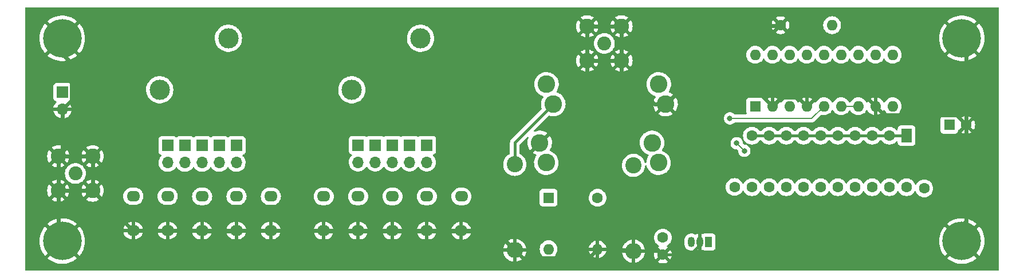
<source format=gbr>
%TF.GenerationSoftware,KiCad,Pcbnew,(6.0.7)*%
%TF.CreationDate,2022-09-09T12:51:11-07:00*%
%TF.ProjectId,12AQ5_lpf_rfout,31324151-355f-46c7-9066-5f72666f7574,rev?*%
%TF.SameCoordinates,Original*%
%TF.FileFunction,Copper,L2,Bot*%
%TF.FilePolarity,Positive*%
%FSLAX46Y46*%
G04 Gerber Fmt 4.6, Leading zero omitted, Abs format (unit mm)*
G04 Created by KiCad (PCBNEW (6.0.7)) date 2022-09-09 12:51:11*
%MOMM*%
%LPD*%
G01*
G04 APERTURE LIST*
%TA.AperFunction,ComponentPad*%
%ADD10O,1.955800X1.562000*%
%TD*%
%TA.AperFunction,ComponentPad*%
%ADD11O,1.905000X1.562000*%
%TD*%
%TA.AperFunction,ComponentPad*%
%ADD12R,1.700000X1.700000*%
%TD*%
%TA.AperFunction,ComponentPad*%
%ADD13O,1.700000X1.700000*%
%TD*%
%TA.AperFunction,ComponentPad*%
%ADD14R,1.050000X1.500000*%
%TD*%
%TA.AperFunction,ComponentPad*%
%ADD15O,1.050000X1.500000*%
%TD*%
%TA.AperFunction,ComponentPad*%
%ADD16R,1.600000X1.600000*%
%TD*%
%TA.AperFunction,ComponentPad*%
%ADD17C,1.600000*%
%TD*%
%TA.AperFunction,ComponentPad*%
%ADD18O,1.600000X1.600000*%
%TD*%
%TA.AperFunction,ComponentPad*%
%ADD19C,2.600000*%
%TD*%
%TA.AperFunction,ComponentPad*%
%ADD20C,3.000000*%
%TD*%
%TA.AperFunction,ComponentPad*%
%ADD21C,3.600000*%
%TD*%
%TA.AperFunction,ComponentPad*%
%ADD22C,5.700000*%
%TD*%
%TA.AperFunction,ComponentPad*%
%ADD23C,2.050000*%
%TD*%
%TA.AperFunction,ComponentPad*%
%ADD24C,2.250000*%
%TD*%
%TA.AperFunction,ComponentPad*%
%ADD25R,1.600000X2.032000*%
%TD*%
%TA.AperFunction,ComponentPad*%
%ADD26C,2.400000*%
%TD*%
%TA.AperFunction,ComponentPad*%
%ADD27O,2.400000X2.400000*%
%TD*%
%TA.AperFunction,ViaPad*%
%ADD28C,0.800000*%
%TD*%
%TA.AperFunction,Conductor*%
%ADD29C,0.400000*%
%TD*%
%TA.AperFunction,Conductor*%
%ADD30C,0.600000*%
%TD*%
%TA.AperFunction,Conductor*%
%ADD31C,0.200000*%
%TD*%
G04 APERTURE END LIST*
D10*
%TO.P,C2,1*%
%TO.N,Net-(C2-Pad1)*%
X106865500Y-103374200D03*
D11*
%TO.P,C2,2*%
%TO.N,GND*%
X106840100Y-108454200D03*
%TD*%
D10*
%TO.P,C3,1*%
%TO.N,Net-(C3-Pad1)*%
X111945500Y-103374200D03*
D11*
%TO.P,C3,2*%
%TO.N,GND*%
X111920100Y-108454200D03*
%TD*%
D12*
%TO.P,J9,1*%
%TO.N,Net-(J10-Pad1)*%
X142630000Y-95800000D03*
D13*
%TO.P,J9,2*%
%TO.N,Net-(C8-Pad1)*%
X142630000Y-98340000D03*
%TD*%
D14*
%TO.P,U1,1,VO*%
%TO.N,+5V*%
X191890000Y-110150000D03*
D15*
%TO.P,U1,2,GND*%
%TO.N,GND*%
X190620000Y-110150000D03*
%TO.P,U1,3,VI*%
%TO.N,+BATT*%
X189350000Y-110150000D03*
%TD*%
D16*
%TO.P,C13,1*%
%TO.N,+5V*%
X227494888Y-92800000D03*
D17*
%TO.P,C13,2*%
%TO.N,GND*%
X229994888Y-92800000D03*
%TD*%
D10*
%TO.P,C10,1*%
%TO.N,Net-(C10-Pad1)*%
X150262700Y-103391000D03*
D11*
%TO.P,C10,2*%
%TO.N,GND*%
X150237300Y-108471000D03*
%TD*%
D12*
%TO.P,J6,1*%
%TO.N,RFin*%
X119560000Y-95850000D03*
D13*
%TO.P,J6,2*%
%TO.N,Net-(C5-Pad1)*%
X119560000Y-98390000D03*
%TD*%
D12*
%TO.P,J5,1*%
%TO.N,RFin*%
X117020000Y-95850000D03*
D13*
%TO.P,J5,2*%
%TO.N,Net-(C4-Pad1)*%
X117020000Y-98390000D03*
%TD*%
D12*
%TO.P,J7,1*%
%TO.N,RFin*%
X122100000Y-95850000D03*
D13*
%TO.P,J7,2*%
%TO.N,Net-(C6-Pad1)*%
X122100000Y-98390000D03*
%TD*%
D17*
%TO.P,R4,1*%
%TO.N,GND*%
X202550000Y-78050000D03*
D18*
%TO.P,R4,2*%
%TO.N,Net-(R4-Pad2)*%
X210170000Y-78050000D03*
%TD*%
D19*
%TO.P,T1,1,1*%
%TO.N,RFout*%
X167950000Y-86800000D03*
%TO.P,T1,2,2*%
%TO.N,LPFout*%
X167915200Y-98400000D03*
%TO.P,T1,3,3*%
%TO.N,Net-(D1-Pad2)*%
X168950000Y-89740000D03*
%TO.P,T1,4,4*%
%TO.N,GND*%
X166950000Y-95460000D03*
%TD*%
D10*
%TO.P,C11,1*%
%TO.N,Net-(C11-Pad1)*%
X155368200Y-103399900D03*
D11*
%TO.P,C11,2*%
%TO.N,GND*%
X155342800Y-108479900D03*
%TD*%
D17*
%TO.P,R3,1*%
%TO.N,VFWD*%
X175500000Y-103590000D03*
D18*
%TO.P,R3,2*%
%TO.N,GND*%
X175500000Y-111210000D03*
%TD*%
D10*
%TO.P,C7,1*%
%TO.N,Net-(C7-Pad1)*%
X135022700Y-103391000D03*
D11*
%TO.P,C7,2*%
%TO.N,GND*%
X134997300Y-108471000D03*
%TD*%
D12*
%TO.P,J2,1*%
%TO.N,+BATT*%
X96400000Y-87950000D03*
D13*
%TO.P,J2,2*%
%TO.N,GND*%
X96400000Y-90490000D03*
%TD*%
D17*
%TO.P,J15,1,Pin_1*%
%TO.N,+5V*%
X223790000Y-102200000D03*
%TD*%
D16*
%TO.P,D1,1,K*%
%TO.N,VFWD*%
X168250000Y-103590000D03*
D18*
%TO.P,D1,2,A*%
%TO.N,Net-(D1-Pad2)*%
X168250000Y-111210000D03*
%TD*%
D17*
%TO.P,J14,1,Pin_1*%
%TO.N,+5V*%
X195740000Y-102000000D03*
%TD*%
D19*
%TO.P,T2,1,1*%
%TO.N,Net-(R1-Pad1)*%
X184515200Y-98400000D03*
%TO.P,T2,2,2*%
%TO.N,Net-(D1-Pad2)*%
X184550000Y-86800000D03*
%TO.P,T2,3,3*%
%TO.N,LPFout*%
X183550000Y-95460000D03*
%TO.P,T2,4,4*%
%TO.N,GND*%
X185550000Y-89740000D03*
%TD*%
D16*
%TO.P,U2,1,LED1*%
%TO.N,Net-(BAR1-Pad11)*%
X198800000Y-90050000D03*
D18*
%TO.P,U2,2,V-*%
%TO.N,GND*%
X201340000Y-90050000D03*
%TO.P,U2,3,V+*%
%TO.N,+5V*%
X203880000Y-90050000D03*
%TO.P,U2,4,RLO*%
%TO.N,GND*%
X206420000Y-90050000D03*
%TO.P,U2,5,SIG*%
%TO.N,VFWD*%
X208960000Y-90050000D03*
%TO.P,U2,6,RHI*%
%TO.N,Net-(R4-Pad2)*%
X211500000Y-90050000D03*
%TO.P,U2,7,REFOUT*%
X214040000Y-90050000D03*
%TO.P,U2,8,REFADJ*%
%TO.N,GND*%
X216580000Y-90050000D03*
%TO.P,U2,9,MODE*%
%TO.N,unconnected-(U2-Pad9)*%
X219120000Y-90050000D03*
%TO.P,U2,10,LED10*%
%TO.N,Net-(BAR1-Pad20)*%
X219120000Y-82430000D03*
%TO.P,U2,11,LED9*%
%TO.N,Net-(BAR1-Pad19)*%
X216580000Y-82430000D03*
%TO.P,U2,12,LED8*%
%TO.N,Net-(BAR1-Pad18)*%
X214040000Y-82430000D03*
%TO.P,U2,13,LED7*%
%TO.N,Net-(BAR1-Pad17)*%
X211500000Y-82430000D03*
%TO.P,U2,14,LED6*%
%TO.N,Net-(BAR1-Pad16)*%
X208960000Y-82430000D03*
%TO.P,U2,15,LED5*%
%TO.N,Net-(BAR1-Pad15)*%
X206420000Y-82430000D03*
%TO.P,U2,16,LED4*%
%TO.N,Net-(BAR1-Pad14)*%
X203880000Y-82430000D03*
%TO.P,U2,17,LED3*%
%TO.N,Net-(BAR1-Pad13)*%
X201340000Y-82430000D03*
%TO.P,U2,18,LED2*%
%TO.N,Net-(BAR1-Pad12)*%
X198800000Y-82430000D03*
%TD*%
D20*
%TO.P,L1,1,1*%
%TO.N,RFin*%
X110770000Y-87605000D03*
%TO.P,L1,2,2*%
%TO.N,Net-(J10-Pad1)*%
X120930000Y-79985000D03*
%TD*%
D10*
%TO.P,C8,1*%
%TO.N,Net-(C8-Pad1)*%
X140102700Y-103391000D03*
D11*
%TO.P,C8,2*%
%TO.N,GND*%
X140077300Y-108471000D03*
%TD*%
D10*
%TO.P,C4,1*%
%TO.N,Net-(C4-Pad1)*%
X117032700Y-103391000D03*
D11*
%TO.P,C4,2*%
%TO.N,GND*%
X117007300Y-108471000D03*
%TD*%
D21*
%TO.P,H3,*%
%TO.N,GND*%
X229350000Y-110000000D03*
D22*
X229350000Y-110000000D03*
%TD*%
%TO.P,H2,*%
%TO.N,GND*%
X96350000Y-110000000D03*
D21*
%TO.P,H2,1,1*%
X96350000Y-110000000D03*
%TD*%
D20*
%TO.P,L2,1,1*%
%TO.N,Net-(J10-Pad1)*%
X139170000Y-87605000D03*
%TO.P,L2,2,2*%
%TO.N,LPFout*%
X149330000Y-79985000D03*
%TD*%
D12*
%TO.P,J8,1*%
%TO.N,Net-(J10-Pad1)*%
X140090000Y-95800000D03*
D13*
%TO.P,J8,2*%
%TO.N,Net-(C7-Pad1)*%
X140090000Y-98340000D03*
%TD*%
D12*
%TO.P,J4,1*%
%TO.N,RFin*%
X114480000Y-95850000D03*
D13*
%TO.P,J4,2*%
%TO.N,Net-(C3-Pad1)*%
X114480000Y-98390000D03*
%TD*%
D23*
%TO.P,J13,1,In*%
%TO.N,RFout*%
X176500000Y-80750000D03*
D24*
%TO.P,J13,2,Ext*%
%TO.N,GND*%
X179040000Y-83290000D03*
X173960000Y-78210000D03*
X179040000Y-78210000D03*
X173960000Y-83290000D03*
%TD*%
D10*
%TO.P,C5,1*%
%TO.N,Net-(C5-Pad1)*%
X122112700Y-103381000D03*
D11*
%TO.P,C5,2*%
%TO.N,GND*%
X122087300Y-108461000D03*
%TD*%
D12*
%TO.P,J12,1*%
%TO.N,Net-(J10-Pad1)*%
X150250000Y-95800000D03*
D13*
%TO.P,J12,2*%
%TO.N,Net-(C11-Pad1)*%
X150250000Y-98340000D03*
%TD*%
D25*
%TO.P,BAR1,1,A_red*%
%TO.N,+5V*%
X221172500Y-94397500D03*
D17*
%TO.P,BAR1,2,A_red*%
X218632500Y-94397500D03*
%TO.P,BAR1,3,A_red*%
X216092500Y-94397500D03*
%TO.P,BAR1,4,A_red*%
X213552500Y-94397500D03*
%TO.P,BAR1,5,A_red*%
X211012500Y-94397500D03*
%TO.P,BAR1,6,A_yel*%
X208472500Y-94397500D03*
%TO.P,BAR1,7,A_yel*%
X205932500Y-94397500D03*
%TO.P,BAR1,8,A_yel*%
X203392500Y-94397500D03*
%TO.P,BAR1,9,A_yel*%
X200852500Y-94397500D03*
%TO.P,BAR1,10,A_yel*%
X198312500Y-94397500D03*
%TO.P,BAR1,11,K_yel*%
%TO.N,Net-(BAR1-Pad11)*%
X198312500Y-102017500D03*
%TO.P,BAR1,12,K_yel*%
%TO.N,Net-(BAR1-Pad12)*%
X200852500Y-102017500D03*
%TO.P,BAR1,13,K_yel*%
%TO.N,Net-(BAR1-Pad13)*%
X203392500Y-102017500D03*
%TO.P,BAR1,14,K_yel*%
%TO.N,Net-(BAR1-Pad14)*%
X205932500Y-102017500D03*
%TO.P,BAR1,15,K_yel*%
%TO.N,Net-(BAR1-Pad15)*%
X208472500Y-102017500D03*
%TO.P,BAR1,16,K_red*%
%TO.N,Net-(BAR1-Pad16)*%
X211012500Y-102017500D03*
%TO.P,BAR1,17,K_red*%
%TO.N,Net-(BAR1-Pad17)*%
X213552500Y-102017500D03*
%TO.P,BAR1,18,K_red*%
%TO.N,Net-(BAR1-Pad18)*%
X216092500Y-102017500D03*
%TO.P,BAR1,19,K_red*%
%TO.N,Net-(BAR1-Pad19)*%
X218632500Y-102017500D03*
%TO.P,BAR1,20,K_red*%
%TO.N,Net-(BAR1-Pad20)*%
X221172500Y-102017500D03*
%TD*%
D26*
%TO.P,R2,1*%
%TO.N,Net-(D1-Pad2)*%
X163250000Y-98650000D03*
D27*
%TO.P,R2,2*%
%TO.N,GND*%
X163250000Y-111350000D03*
%TD*%
D23*
%TO.P,J1,1,In*%
%TO.N,RFin*%
X98300000Y-100000000D03*
D24*
%TO.P,J1,2,Ext*%
%TO.N,GND*%
X95760000Y-102540000D03*
X100840000Y-97460000D03*
X100840000Y-102540000D03*
X95760000Y-97460000D03*
%TD*%
D10*
%TO.P,C9,1*%
%TO.N,Net-(C9-Pad1)*%
X145182700Y-103399900D03*
D11*
%TO.P,C9,2*%
%TO.N,GND*%
X145157300Y-108479900D03*
%TD*%
D12*
%TO.P,J10,1*%
%TO.N,Net-(J10-Pad1)*%
X145170000Y-95800000D03*
D13*
%TO.P,J10,2*%
%TO.N,Net-(C9-Pad1)*%
X145170000Y-98340000D03*
%TD*%
D12*
%TO.P,J3,1*%
%TO.N,RFin*%
X111940000Y-95850000D03*
D13*
%TO.P,J3,2*%
%TO.N,Net-(C2-Pad1)*%
X111940000Y-98390000D03*
%TD*%
D22*
%TO.P,H1,*%
%TO.N,GND*%
X96350000Y-80000000D03*
D21*
X96350000Y-80000000D03*
%TD*%
D26*
%TO.P,R1,1*%
%TO.N,Net-(R1-Pad1)*%
X180800000Y-98800000D03*
D27*
%TO.P,R1,2*%
%TO.N,GND*%
X180800000Y-111500000D03*
%TD*%
D10*
%TO.P,C6,1*%
%TO.N,Net-(C6-Pad1)*%
X127192700Y-103381000D03*
D11*
%TO.P,C6,2*%
%TO.N,GND*%
X127167300Y-108461000D03*
%TD*%
D17*
%TO.P,C1,1*%
%TO.N,+BATT*%
X185150000Y-109500000D03*
%TO.P,C1,2*%
%TO.N,GND*%
X185150000Y-112000000D03*
%TD*%
D12*
%TO.P,J11,1*%
%TO.N,Net-(J10-Pad1)*%
X147710000Y-95800000D03*
D13*
%TO.P,J11,2*%
%TO.N,Net-(C10-Pad1)*%
X147710000Y-98340000D03*
%TD*%
D22*
%TO.P,H4,*%
%TO.N,GND*%
X229350000Y-80000000D03*
D21*
X229350000Y-80000000D03*
%TD*%
D28*
%TO.N,Net-(BAR1-Pad11)*%
X196064668Y-95514668D03*
X197195332Y-96645332D03*
%TO.N,VFWD*%
X195050000Y-91850000D03*
%TD*%
D29*
%TO.N,Net-(D1-Pad2)*%
X163250000Y-98650000D02*
X163250000Y-95440000D01*
X163250000Y-95440000D02*
X168950000Y-89740000D01*
D30*
%TO.N,GND*%
X205120000Y-88750000D02*
X206420000Y-90050000D01*
X111932800Y-108473200D02*
X117003200Y-108473200D01*
X229994888Y-82607804D02*
X230976346Y-81626346D01*
X173960000Y-78210000D02*
X179040000Y-78210000D01*
X97750000Y-83700000D02*
X96350000Y-82300000D01*
X135010000Y-108490000D02*
X140090000Y-108490000D01*
X202640000Y-88750000D02*
X205120000Y-88750000D01*
X173960000Y-88450000D02*
X173960000Y-83290000D01*
X106852800Y-108473200D02*
X111932800Y-108473200D01*
X229994888Y-107055112D02*
X229350000Y-107700000D01*
X122100000Y-108480000D02*
X127180000Y-108480000D01*
X127180000Y-108480000D02*
X135000000Y-108480000D01*
X164450000Y-112550000D02*
X174160000Y-112550000D01*
X155355500Y-108498900D02*
X160398900Y-108498900D01*
D29*
X185150000Y-112000000D02*
X189174569Y-112000000D01*
D30*
X180510000Y-111210000D02*
X180800000Y-111500000D01*
D29*
X189174569Y-112000000D02*
X190620000Y-110554569D01*
D30*
X202500000Y-78100000D02*
X200386424Y-78100000D01*
X160398900Y-108498900D02*
X163250000Y-111350000D01*
X150241100Y-108498900D02*
X150250000Y-108490000D01*
X179040000Y-84880990D02*
X183899010Y-89740000D01*
X206420000Y-90050000D02*
X208193575Y-88276425D01*
X214806425Y-88276425D02*
X216580000Y-90050000D01*
X135000000Y-108480000D02*
X135010000Y-108490000D01*
X208193575Y-88276425D02*
X214806425Y-88276425D01*
X179040000Y-78210000D02*
X179040000Y-83290000D01*
X201340000Y-90050000D02*
X202640000Y-88750000D01*
X174160000Y-112550000D02*
X175500000Y-111210000D01*
X166950000Y-95460000D02*
X165650000Y-96760000D01*
X165650000Y-96760000D02*
X165650000Y-103247800D01*
X100840000Y-97460000D02*
X100840000Y-102540000D01*
X185550000Y-89740000D02*
X186850000Y-88440000D01*
X155346600Y-108490000D02*
X155355500Y-108498900D01*
X216580000Y-90050000D02*
X217880000Y-91350000D01*
X194090000Y-88440000D02*
X199730000Y-88440000D01*
X95760000Y-109410000D02*
X96350000Y-110000000D01*
X100840000Y-102540000D02*
X106773200Y-108473200D01*
X145170000Y-108498900D02*
X150241100Y-108498900D01*
X179040000Y-83290000D02*
X173960000Y-83290000D01*
X150250000Y-108490000D02*
X155346600Y-108490000D01*
D29*
X180800000Y-111500000D02*
X184650000Y-111500000D01*
D30*
X173960000Y-83290000D02*
X173960000Y-78210000D01*
X117020000Y-108490000D02*
X122090000Y-108490000D01*
X106773200Y-108473200D02*
X106852800Y-108473200D01*
D29*
X184650000Y-111500000D02*
X185150000Y-112000000D01*
D30*
X95760000Y-102540000D02*
X95760000Y-97460000D01*
X190620000Y-110554569D02*
X190620000Y-110150000D01*
X229994888Y-92800000D02*
X229994888Y-107055112D01*
X229994888Y-92800000D02*
X229994888Y-82607804D01*
X202550000Y-78050000D02*
X202500000Y-78100000D01*
X122090000Y-108490000D02*
X122100000Y-108480000D01*
X163250000Y-111350000D02*
X164450000Y-112550000D01*
X183899010Y-89740000D02*
X185550000Y-89740000D01*
X186850000Y-88440000D02*
X194090000Y-88440000D01*
X217880000Y-91350000D02*
X228544888Y-91350000D01*
X96400000Y-90490000D02*
X97750000Y-89140000D01*
X194090000Y-84396424D02*
X194090000Y-88440000D01*
X228544888Y-91350000D02*
X229994888Y-92800000D01*
X140090000Y-108490000D02*
X145161100Y-108490000D01*
X200386424Y-78100000D02*
X194090000Y-84396424D01*
X96400000Y-96820000D02*
X95760000Y-97460000D01*
X179040000Y-83290000D02*
X179040000Y-84880990D01*
X100840000Y-102540000D02*
X95760000Y-102540000D01*
X95760000Y-97460000D02*
X100840000Y-97460000D01*
D29*
X175500000Y-111210000D02*
X180510000Y-111210000D01*
D30*
X145161100Y-108490000D02*
X145170000Y-108498900D01*
X166950000Y-95460000D02*
X173960000Y-88450000D01*
X97750000Y-89140000D02*
X97750000Y-83700000D01*
X95760000Y-102540000D02*
X95760000Y-109410000D01*
X199730000Y-88440000D02*
X201340000Y-90050000D01*
X165650000Y-103247800D02*
X160398900Y-108498900D01*
X96400000Y-90490000D02*
X96400000Y-96820000D01*
X117003200Y-108473200D02*
X117020000Y-108490000D01*
D29*
%TO.N,+5V*%
X208472500Y-94397500D02*
X205932500Y-94397500D01*
X221172500Y-94397500D02*
X218632500Y-94397500D01*
X213552500Y-94397500D02*
X211012500Y-94397500D01*
X203392500Y-94397500D02*
X200852500Y-94397500D01*
X205932500Y-94397500D02*
X203392500Y-94397500D01*
X200852500Y-94397500D02*
X198312500Y-94397500D01*
X218632500Y-94397500D02*
X216092500Y-94397500D01*
X216092500Y-94397500D02*
X213552500Y-94397500D01*
X211012500Y-94397500D02*
X208472500Y-94397500D01*
D31*
%TO.N,Net-(BAR1-Pad11)*%
X196064668Y-95514668D02*
X197195332Y-96645332D01*
%TO.N,VFWD*%
X207160000Y-91850000D02*
X208960000Y-90050000D01*
X195050000Y-91850000D02*
X207160000Y-91850000D01*
%TO.N,Net-(R4-Pad2)*%
X211500000Y-90050000D02*
X214040000Y-90050000D01*
%TD*%
%TA.AperFunction,Conductor*%
%TO.N,GND*%
G36*
X234783621Y-75428502D02*
G01*
X234830114Y-75482158D01*
X234841500Y-75534500D01*
X234841500Y-114265500D01*
X234821498Y-114333621D01*
X234767842Y-114380114D01*
X234715500Y-114391500D01*
X90984500Y-114391500D01*
X90916379Y-114371498D01*
X90869886Y-114317842D01*
X90858500Y-114265500D01*
X90858500Y-112551745D01*
X94163795Y-112551745D01*
X94163871Y-112552815D01*
X94167055Y-112557648D01*
X94447342Y-112772720D01*
X94452972Y-112776575D01*
X94757929Y-112961992D01*
X94763931Y-112965210D01*
X95087139Y-113116611D01*
X95093444Y-113119159D01*
X95431117Y-113234771D01*
X95437668Y-113236624D01*
X95785838Y-113315087D01*
X95792557Y-113316224D01*
X96147174Y-113356628D01*
X96153964Y-113357031D01*
X96510865Y-113358899D01*
X96517666Y-113358567D01*
X96872686Y-113321880D01*
X96879414Y-113320814D01*
X97228402Y-113245997D01*
X97234950Y-113244218D01*
X97573820Y-113132147D01*
X97580162Y-113129661D01*
X97904921Y-112981660D01*
X97910975Y-112978495D01*
X98217839Y-112796293D01*
X98223520Y-112792490D01*
X98508918Y-112578207D01*
X98514145Y-112573821D01*
X98526988Y-112561803D01*
X98535057Y-112548123D01*
X98535029Y-112547398D01*
X98529887Y-112539097D01*
X96362812Y-110372022D01*
X96348868Y-110364408D01*
X96347035Y-110364539D01*
X96340420Y-110368790D01*
X94171409Y-112537801D01*
X94163795Y-112551745D01*
X90858500Y-112551745D01*
X90858500Y-109991657D01*
X92987260Y-109991657D01*
X93005318Y-110348127D01*
X93006028Y-110354883D01*
X93062478Y-110707305D01*
X93063917Y-110713960D01*
X93158094Y-111058215D01*
X93160243Y-111064676D01*
X93291053Y-111396756D01*
X93293884Y-111402939D01*
X93459792Y-111718949D01*
X93463275Y-111724791D01*
X93662340Y-112021031D01*
X93666442Y-112026475D01*
X93790942Y-112174322D01*
X93803680Y-112182764D01*
X93814124Y-112176666D01*
X95977978Y-110012812D01*
X95984356Y-110001132D01*
X96714408Y-110001132D01*
X96714539Y-110002965D01*
X96718790Y-110009580D01*
X98884463Y-112175253D01*
X98898060Y-112182678D01*
X98907669Y-112175981D01*
X99012197Y-112054457D01*
X99016346Y-112049069D01*
X99218503Y-111754929D01*
X99222050Y-111749118D01*
X99289710Y-111623460D01*
X161562852Y-111623460D01*
X161598593Y-111803143D01*
X161601082Y-111812118D01*
X161683708Y-112042250D01*
X161687505Y-112050778D01*
X161803234Y-112266160D01*
X161808245Y-112274027D01*
X161954550Y-112469953D01*
X161960656Y-112476977D01*
X162134316Y-112649127D01*
X162141398Y-112655176D01*
X162338586Y-112799760D01*
X162346505Y-112804708D01*
X162562877Y-112918547D01*
X162571451Y-112922275D01*
X162802282Y-113002885D01*
X162811291Y-113005299D01*
X162978201Y-113036988D01*
X162991261Y-113035704D01*
X162995506Y-113022360D01*
X163504000Y-113022360D01*
X163508171Y-113036565D01*
X163520933Y-113038620D01*
X163557487Y-113034617D01*
X163566649Y-113032919D01*
X163803107Y-112970665D01*
X163811926Y-112967628D01*
X164036584Y-112871107D01*
X164044856Y-112866800D01*
X164252777Y-112738135D01*
X164260317Y-112732657D01*
X164446943Y-112574668D01*
X164453593Y-112568132D01*
X164614813Y-112384295D01*
X164620420Y-112376854D01*
X164752700Y-112171202D01*
X164757147Y-112163011D01*
X164857572Y-111940076D01*
X164860767Y-111931298D01*
X164927135Y-111695973D01*
X164928993Y-111686844D01*
X164937246Y-111621969D01*
X164934958Y-111607708D01*
X164921938Y-111604000D01*
X163522115Y-111604000D01*
X163506876Y-111608475D01*
X163505671Y-111609865D01*
X163504000Y-111617548D01*
X163504000Y-113022360D01*
X162995506Y-113022360D01*
X162996000Y-113020808D01*
X162996000Y-111622115D01*
X162991525Y-111606876D01*
X162990135Y-111605671D01*
X162982452Y-111604000D01*
X161577096Y-111604000D01*
X161564695Y-111607641D01*
X161562852Y-111623460D01*
X99289710Y-111623460D01*
X99391250Y-111434879D01*
X99394157Y-111428701D01*
X99482963Y-111210000D01*
X166936502Y-111210000D01*
X166956457Y-111438087D01*
X166957881Y-111443400D01*
X166957881Y-111443402D01*
X167009344Y-111635461D01*
X167015716Y-111659243D01*
X167018039Y-111664224D01*
X167018039Y-111664225D01*
X167110151Y-111861762D01*
X167110154Y-111861767D01*
X167112477Y-111866749D01*
X167115634Y-111871257D01*
X167224319Y-112026475D01*
X167243802Y-112054300D01*
X167405700Y-112216198D01*
X167410208Y-112219355D01*
X167410211Y-112219357D01*
X167414727Y-112222519D01*
X167593251Y-112347523D01*
X167598233Y-112349846D01*
X167598238Y-112349849D01*
X167672109Y-112384295D01*
X167800757Y-112444284D01*
X167806065Y-112445706D01*
X167806067Y-112445707D01*
X168016598Y-112502119D01*
X168016600Y-112502119D01*
X168021913Y-112503543D01*
X168250000Y-112523498D01*
X168478087Y-112503543D01*
X168483400Y-112502119D01*
X168483402Y-112502119D01*
X168693933Y-112445707D01*
X168693935Y-112445706D01*
X168699243Y-112444284D01*
X168827891Y-112384295D01*
X168901762Y-112349849D01*
X168901767Y-112349846D01*
X168906749Y-112347523D01*
X169085273Y-112222519D01*
X169089789Y-112219357D01*
X169089792Y-112219355D01*
X169094300Y-112216198D01*
X169256198Y-112054300D01*
X169275682Y-112026475D01*
X169384366Y-111871257D01*
X169387523Y-111866749D01*
X169389846Y-111861767D01*
X169389849Y-111861762D01*
X169481961Y-111664225D01*
X169481961Y-111664224D01*
X169484284Y-111659243D01*
X169490657Y-111635461D01*
X169533245Y-111476522D01*
X174217273Y-111476522D01*
X174264764Y-111653761D01*
X174268510Y-111664053D01*
X174360586Y-111861511D01*
X174366069Y-111871007D01*
X174491028Y-112049467D01*
X174498084Y-112057875D01*
X174652125Y-112211916D01*
X174660533Y-112218972D01*
X174838993Y-112343931D01*
X174848489Y-112349414D01*
X175045947Y-112441490D01*
X175056239Y-112445236D01*
X175228503Y-112491394D01*
X175242599Y-112491058D01*
X175246000Y-112483116D01*
X175246000Y-112477967D01*
X175754000Y-112477967D01*
X175757973Y-112491498D01*
X175766522Y-112492727D01*
X175943761Y-112445236D01*
X175954053Y-112441490D01*
X176151511Y-112349414D01*
X176161007Y-112343931D01*
X176339467Y-112218972D01*
X176347875Y-112211916D01*
X176501916Y-112057875D01*
X176508972Y-112049467D01*
X176633931Y-111871007D01*
X176639414Y-111861511D01*
X176680473Y-111773460D01*
X179112852Y-111773460D01*
X179148593Y-111953143D01*
X179151082Y-111962118D01*
X179233708Y-112192250D01*
X179237505Y-112200778D01*
X179353234Y-112416160D01*
X179358245Y-112424027D01*
X179504550Y-112619953D01*
X179510656Y-112626977D01*
X179684316Y-112799127D01*
X179691398Y-112805176D01*
X179888586Y-112949760D01*
X179896505Y-112954708D01*
X180112877Y-113068547D01*
X180121451Y-113072275D01*
X180352282Y-113152885D01*
X180361291Y-113155299D01*
X180528201Y-113186988D01*
X180541261Y-113185704D01*
X180545506Y-113172360D01*
X181054000Y-113172360D01*
X181058171Y-113186565D01*
X181070933Y-113188620D01*
X181107487Y-113184617D01*
X181116649Y-113182919D01*
X181353107Y-113120665D01*
X181361926Y-113117628D01*
X181435398Y-113086062D01*
X184428493Y-113086062D01*
X184437789Y-113098077D01*
X184488994Y-113133931D01*
X184498489Y-113139414D01*
X184695947Y-113231490D01*
X184706239Y-113235236D01*
X184916688Y-113291625D01*
X184927481Y-113293528D01*
X185144525Y-113312517D01*
X185155475Y-113312517D01*
X185372519Y-113293528D01*
X185383312Y-113291625D01*
X185593761Y-113235236D01*
X185604053Y-113231490D01*
X185801511Y-113139414D01*
X185811006Y-113133931D01*
X185863048Y-113097491D01*
X185871424Y-113087012D01*
X185864356Y-113073566D01*
X185162812Y-112372022D01*
X185148868Y-112364408D01*
X185147035Y-112364539D01*
X185140420Y-112368790D01*
X184434923Y-113074287D01*
X184428493Y-113086062D01*
X181435398Y-113086062D01*
X181586584Y-113021107D01*
X181594856Y-113016800D01*
X181802777Y-112888135D01*
X181810317Y-112882657D01*
X181996943Y-112724668D01*
X182003593Y-112718132D01*
X182164813Y-112534295D01*
X182170420Y-112526854D01*
X182302700Y-112321202D01*
X182307147Y-112313011D01*
X182407572Y-112090076D01*
X182410767Y-112081298D01*
X182432151Y-112005475D01*
X183837483Y-112005475D01*
X183856472Y-112222519D01*
X183858375Y-112233312D01*
X183914764Y-112443761D01*
X183918510Y-112454053D01*
X184010586Y-112651511D01*
X184016069Y-112661006D01*
X184052509Y-112713048D01*
X184062988Y-112721424D01*
X184076434Y-112714356D01*
X184777978Y-112012812D01*
X184784356Y-112001132D01*
X185514408Y-112001132D01*
X185514539Y-112002965D01*
X185518790Y-112009580D01*
X186224287Y-112715077D01*
X186236062Y-112721507D01*
X186248077Y-112712211D01*
X186283931Y-112661006D01*
X186289414Y-112651511D01*
X186335936Y-112551745D01*
X227163795Y-112551745D01*
X227163871Y-112552815D01*
X227167055Y-112557648D01*
X227447342Y-112772720D01*
X227452972Y-112776575D01*
X227757929Y-112961992D01*
X227763931Y-112965210D01*
X228087139Y-113116611D01*
X228093444Y-113119159D01*
X228431117Y-113234771D01*
X228437668Y-113236624D01*
X228785838Y-113315087D01*
X228792557Y-113316224D01*
X229147174Y-113356628D01*
X229153964Y-113357031D01*
X229510865Y-113358899D01*
X229517666Y-113358567D01*
X229872686Y-113321880D01*
X229879414Y-113320814D01*
X230228402Y-113245997D01*
X230234950Y-113244218D01*
X230573820Y-113132147D01*
X230580162Y-113129661D01*
X230904921Y-112981660D01*
X230910975Y-112978495D01*
X231217839Y-112796293D01*
X231223520Y-112792490D01*
X231508918Y-112578207D01*
X231514145Y-112573821D01*
X231526988Y-112561803D01*
X231535057Y-112548123D01*
X231535029Y-112547398D01*
X231529887Y-112539097D01*
X229362812Y-110372022D01*
X229348868Y-110364408D01*
X229347035Y-110364539D01*
X229340420Y-110368790D01*
X227171409Y-112537801D01*
X227163795Y-112551745D01*
X186335936Y-112551745D01*
X186381490Y-112454053D01*
X186385236Y-112443761D01*
X186441625Y-112233312D01*
X186443528Y-112222519D01*
X186462517Y-112005475D01*
X186462517Y-111994525D01*
X186443528Y-111777481D01*
X186441625Y-111766688D01*
X186385236Y-111556239D01*
X186381490Y-111545947D01*
X186289414Y-111348489D01*
X186283931Y-111338994D01*
X186247491Y-111286952D01*
X186237012Y-111278576D01*
X186223566Y-111285644D01*
X185522022Y-111987188D01*
X185514408Y-112001132D01*
X184784356Y-112001132D01*
X184785592Y-111998868D01*
X184785461Y-111997035D01*
X184781210Y-111990420D01*
X184075713Y-111284923D01*
X184063938Y-111278493D01*
X184051923Y-111287789D01*
X184016069Y-111338994D01*
X184010586Y-111348489D01*
X183918510Y-111545947D01*
X183914764Y-111556239D01*
X183858375Y-111766688D01*
X183856472Y-111777481D01*
X183837483Y-111994525D01*
X183837483Y-112005475D01*
X182432151Y-112005475D01*
X182477135Y-111845973D01*
X182478993Y-111836844D01*
X182487246Y-111771969D01*
X182484958Y-111757708D01*
X182471938Y-111754000D01*
X181072115Y-111754000D01*
X181056876Y-111758475D01*
X181055671Y-111759865D01*
X181054000Y-111767548D01*
X181054000Y-113172360D01*
X180545506Y-113172360D01*
X180546000Y-113170808D01*
X180546000Y-111772115D01*
X180541525Y-111756876D01*
X180540135Y-111755671D01*
X180532452Y-111754000D01*
X179127096Y-111754000D01*
X179114695Y-111757641D01*
X179112852Y-111773460D01*
X176680473Y-111773460D01*
X176731490Y-111664053D01*
X176735236Y-111653761D01*
X176781394Y-111481497D01*
X176781058Y-111467401D01*
X176773116Y-111464000D01*
X175772115Y-111464000D01*
X175756876Y-111468475D01*
X175755671Y-111469865D01*
X175754000Y-111477548D01*
X175754000Y-112477967D01*
X175246000Y-112477967D01*
X175246000Y-111482115D01*
X175241525Y-111466876D01*
X175240135Y-111465671D01*
X175232452Y-111464000D01*
X174232033Y-111464000D01*
X174218502Y-111467973D01*
X174217273Y-111476522D01*
X169533245Y-111476522D01*
X169542119Y-111443402D01*
X169542119Y-111443400D01*
X169543543Y-111438087D01*
X169561925Y-111227976D01*
X179110675Y-111227976D01*
X179113435Y-111242703D01*
X179125614Y-111246000D01*
X180527885Y-111246000D01*
X180543124Y-111241525D01*
X180544329Y-111240135D01*
X180546000Y-111232452D01*
X180546000Y-111227885D01*
X181054000Y-111227885D01*
X181058475Y-111243124D01*
X181059865Y-111244329D01*
X181067548Y-111246000D01*
X182475671Y-111246000D01*
X182489202Y-111242027D01*
X182490634Y-111232068D01*
X182438979Y-111003786D01*
X182436255Y-110994875D01*
X182347633Y-110766983D01*
X182343619Y-110758567D01*
X182222286Y-110546281D01*
X182217070Y-110538548D01*
X182065692Y-110346525D01*
X182059399Y-110339657D01*
X181881294Y-110172112D01*
X181874060Y-110166254D01*
X181673141Y-110026872D01*
X181665115Y-110022144D01*
X181445810Y-109913995D01*
X181437177Y-109910507D01*
X181204288Y-109835958D01*
X181195238Y-109833785D01*
X181071880Y-109813696D01*
X181058286Y-109815393D01*
X181054000Y-109829500D01*
X181054000Y-111227885D01*
X180546000Y-111227885D01*
X180546000Y-109828859D01*
X180541982Y-109815175D01*
X180528290Y-109813154D01*
X180448521Y-109824010D01*
X180439403Y-109825948D01*
X180204668Y-109894367D01*
X180195915Y-109897639D01*
X179973869Y-110000004D01*
X179965714Y-110004524D01*
X179761233Y-110138587D01*
X179753828Y-110144270D01*
X179571413Y-110307082D01*
X179564935Y-110313790D01*
X179408584Y-110501781D01*
X179403163Y-110509381D01*
X179276322Y-110718409D01*
X179272084Y-110726726D01*
X179177529Y-110952214D01*
X179174572Y-110961052D01*
X179114382Y-111198048D01*
X179112764Y-111207228D01*
X179110675Y-111227976D01*
X169561925Y-111227976D01*
X169563498Y-111210000D01*
X169543543Y-110981913D01*
X169533244Y-110943478D01*
X169531911Y-110938503D01*
X174218606Y-110938503D01*
X174218942Y-110952599D01*
X174226884Y-110956000D01*
X175227885Y-110956000D01*
X175243124Y-110951525D01*
X175244329Y-110950135D01*
X175246000Y-110942452D01*
X175246000Y-110937885D01*
X175754000Y-110937885D01*
X175758475Y-110953124D01*
X175759865Y-110954329D01*
X175767548Y-110956000D01*
X176767967Y-110956000D01*
X176781498Y-110952027D01*
X176782727Y-110943478D01*
X176735236Y-110766239D01*
X176731490Y-110755947D01*
X176639414Y-110558489D01*
X176633931Y-110548993D01*
X176508972Y-110370533D01*
X176501916Y-110362125D01*
X176347875Y-110208084D01*
X176339467Y-110201028D01*
X176161007Y-110076069D01*
X176151511Y-110070586D01*
X175954053Y-109978510D01*
X175943761Y-109974764D01*
X175771497Y-109928606D01*
X175757401Y-109928942D01*
X175754000Y-109936884D01*
X175754000Y-110937885D01*
X175246000Y-110937885D01*
X175246000Y-109942033D01*
X175242027Y-109928502D01*
X175233478Y-109927273D01*
X175056239Y-109974764D01*
X175045947Y-109978510D01*
X174848489Y-110070586D01*
X174838993Y-110076069D01*
X174660533Y-110201028D01*
X174652125Y-110208084D01*
X174498084Y-110362125D01*
X174491028Y-110370533D01*
X174366069Y-110548993D01*
X174360586Y-110558489D01*
X174268510Y-110755947D01*
X174264764Y-110766239D01*
X174218606Y-110938503D01*
X169531911Y-110938503D01*
X169485707Y-110766067D01*
X169485706Y-110766065D01*
X169484284Y-110760757D01*
X169464537Y-110718409D01*
X169389849Y-110558238D01*
X169389846Y-110558233D01*
X169387523Y-110553251D01*
X169300570Y-110429069D01*
X169259357Y-110370211D01*
X169259355Y-110370208D01*
X169256198Y-110365700D01*
X169094300Y-110203802D01*
X169089792Y-110200645D01*
X169089789Y-110200643D01*
X169001164Y-110138587D01*
X168906749Y-110072477D01*
X168901767Y-110070154D01*
X168901762Y-110070151D01*
X168704225Y-109978039D01*
X168704224Y-109978039D01*
X168699243Y-109975716D01*
X168693935Y-109974294D01*
X168693933Y-109974293D01*
X168483402Y-109917881D01*
X168483400Y-109917881D01*
X168478087Y-109916457D01*
X168250000Y-109896502D01*
X168021913Y-109916457D01*
X168016600Y-109917881D01*
X168016598Y-109917881D01*
X167806067Y-109974293D01*
X167806065Y-109974294D01*
X167800757Y-109975716D01*
X167795776Y-109978039D01*
X167795775Y-109978039D01*
X167598238Y-110070151D01*
X167598233Y-110070154D01*
X167593251Y-110072477D01*
X167498836Y-110138587D01*
X167410211Y-110200643D01*
X167410208Y-110200645D01*
X167405700Y-110203802D01*
X167243802Y-110365700D01*
X167240645Y-110370208D01*
X167240643Y-110370211D01*
X167199430Y-110429069D01*
X167112477Y-110553251D01*
X167110154Y-110558233D01*
X167110151Y-110558238D01*
X167035463Y-110718409D01*
X167015716Y-110760757D01*
X167014294Y-110766065D01*
X167014293Y-110766067D01*
X166966756Y-110943478D01*
X166956457Y-110981913D01*
X166936502Y-111210000D01*
X99482963Y-111210000D01*
X99528435Y-111098016D01*
X99530649Y-111091586D01*
X99534526Y-111077976D01*
X161560675Y-111077976D01*
X161563435Y-111092703D01*
X161575614Y-111096000D01*
X162977885Y-111096000D01*
X162993124Y-111091525D01*
X162994329Y-111090135D01*
X162996000Y-111082452D01*
X162996000Y-111077885D01*
X163504000Y-111077885D01*
X163508475Y-111093124D01*
X163509865Y-111094329D01*
X163517548Y-111096000D01*
X164925671Y-111096000D01*
X164939202Y-111092027D01*
X164940634Y-111082068D01*
X164888979Y-110853786D01*
X164886255Y-110844875D01*
X164797633Y-110616983D01*
X164793619Y-110608567D01*
X164672286Y-110396281D01*
X164667070Y-110388548D01*
X164515692Y-110196525D01*
X164509399Y-110189657D01*
X164331294Y-110022112D01*
X164324060Y-110016254D01*
X164123141Y-109876872D01*
X164115115Y-109872144D01*
X163895810Y-109763995D01*
X163887177Y-109760507D01*
X163654288Y-109685958D01*
X163645238Y-109683785D01*
X163521880Y-109663696D01*
X163508286Y-109665393D01*
X163504000Y-109679500D01*
X163504000Y-111077885D01*
X162996000Y-111077885D01*
X162996000Y-109678859D01*
X162991982Y-109665175D01*
X162978290Y-109663154D01*
X162898521Y-109674010D01*
X162889403Y-109675948D01*
X162654668Y-109744367D01*
X162645915Y-109747639D01*
X162423869Y-109850004D01*
X162415714Y-109854524D01*
X162211233Y-109988587D01*
X162203828Y-109994270D01*
X162021413Y-110157082D01*
X162014935Y-110163790D01*
X161858584Y-110351781D01*
X161853163Y-110359381D01*
X161726322Y-110568409D01*
X161722084Y-110576726D01*
X161627529Y-110802214D01*
X161624572Y-110811052D01*
X161564382Y-111048048D01*
X161562764Y-111057228D01*
X161560675Y-111077976D01*
X99534526Y-111077976D01*
X99628427Y-110748331D01*
X99629934Y-110741701D01*
X99690073Y-110389873D01*
X99690853Y-110383133D01*
X99712740Y-110025275D01*
X99712856Y-110021673D01*
X99712926Y-110001820D01*
X99712834Y-109998193D01*
X99693446Y-109640208D01*
X99692711Y-109633442D01*
X99635034Y-109281233D01*
X99633567Y-109274561D01*
X99538194Y-108930655D01*
X99536020Y-108924192D01*
X99455049Y-108720722D01*
X105405543Y-108720722D01*
X105451286Y-108891438D01*
X105455032Y-108901730D01*
X105545703Y-109096175D01*
X105551186Y-109105670D01*
X105674238Y-109281407D01*
X105681294Y-109289815D01*
X105832985Y-109441506D01*
X105841393Y-109448562D01*
X106017130Y-109571614D01*
X106026625Y-109577097D01*
X106221070Y-109667768D01*
X106231362Y-109671514D01*
X106438597Y-109727042D01*
X106449392Y-109728945D01*
X106568054Y-109739327D01*
X106583001Y-109736323D01*
X106586100Y-109724571D01*
X106586100Y-109722791D01*
X107094100Y-109722791D01*
X107098395Y-109737420D01*
X107110372Y-109739482D01*
X107230808Y-109728945D01*
X107241603Y-109727042D01*
X107448838Y-109671514D01*
X107459130Y-109667768D01*
X107653575Y-109577097D01*
X107663070Y-109571614D01*
X107838807Y-109448562D01*
X107847215Y-109441506D01*
X107998906Y-109289815D01*
X108005962Y-109281407D01*
X108129014Y-109105670D01*
X108134497Y-109096175D01*
X108225168Y-108901730D01*
X108228914Y-108891438D01*
X108273324Y-108725697D01*
X108273205Y-108720722D01*
X110485543Y-108720722D01*
X110531286Y-108891438D01*
X110535032Y-108901730D01*
X110625703Y-109096175D01*
X110631186Y-109105670D01*
X110754238Y-109281407D01*
X110761294Y-109289815D01*
X110912985Y-109441506D01*
X110921393Y-109448562D01*
X111097130Y-109571614D01*
X111106625Y-109577097D01*
X111301070Y-109667768D01*
X111311362Y-109671514D01*
X111518597Y-109727042D01*
X111529392Y-109728945D01*
X111648054Y-109739327D01*
X111663001Y-109736323D01*
X111666100Y-109724571D01*
X111666100Y-109722791D01*
X112174100Y-109722791D01*
X112178395Y-109737420D01*
X112190372Y-109739482D01*
X112310808Y-109728945D01*
X112321603Y-109727042D01*
X112528838Y-109671514D01*
X112539130Y-109667768D01*
X112733575Y-109577097D01*
X112743070Y-109571614D01*
X112918807Y-109448562D01*
X112927215Y-109441506D01*
X113078906Y-109289815D01*
X113085962Y-109281407D01*
X113209014Y-109105670D01*
X113214497Y-109096175D01*
X113305168Y-108901730D01*
X113308914Y-108891438D01*
X113350156Y-108737522D01*
X115572743Y-108737522D01*
X115618486Y-108908238D01*
X115622232Y-108918530D01*
X115712903Y-109112975D01*
X115718386Y-109122470D01*
X115841438Y-109298207D01*
X115848494Y-109306615D01*
X116000185Y-109458306D01*
X116008593Y-109465362D01*
X116184330Y-109588414D01*
X116193825Y-109593897D01*
X116388270Y-109684568D01*
X116398562Y-109688314D01*
X116605797Y-109743842D01*
X116616592Y-109745745D01*
X116735254Y-109756127D01*
X116750201Y-109753123D01*
X116753300Y-109741371D01*
X116753300Y-109739591D01*
X117261300Y-109739591D01*
X117265595Y-109754220D01*
X117277572Y-109756282D01*
X117398008Y-109745745D01*
X117408803Y-109743842D01*
X117616038Y-109688314D01*
X117626330Y-109684568D01*
X117820775Y-109593897D01*
X117830270Y-109588414D01*
X118006007Y-109465362D01*
X118014415Y-109458306D01*
X118166106Y-109306615D01*
X118173162Y-109298207D01*
X118296214Y-109122470D01*
X118301697Y-109112975D01*
X118392368Y-108918530D01*
X118396114Y-108908238D01*
X118440524Y-108742497D01*
X118440188Y-108728401D01*
X118438135Y-108727522D01*
X120652743Y-108727522D01*
X120698486Y-108898238D01*
X120702232Y-108908530D01*
X120792903Y-109102975D01*
X120798386Y-109112470D01*
X120921438Y-109288207D01*
X120928494Y-109296615D01*
X121080185Y-109448306D01*
X121088593Y-109455362D01*
X121264330Y-109578414D01*
X121273825Y-109583897D01*
X121468270Y-109674568D01*
X121478562Y-109678314D01*
X121685797Y-109733842D01*
X121696592Y-109735745D01*
X121815254Y-109746127D01*
X121830201Y-109743123D01*
X121833300Y-109731371D01*
X121833300Y-109729591D01*
X122341300Y-109729591D01*
X122345595Y-109744220D01*
X122357572Y-109746282D01*
X122478008Y-109735745D01*
X122488803Y-109733842D01*
X122696038Y-109678314D01*
X122706330Y-109674568D01*
X122900775Y-109583897D01*
X122910270Y-109578414D01*
X123086007Y-109455362D01*
X123094415Y-109448306D01*
X123246106Y-109296615D01*
X123253162Y-109288207D01*
X123376214Y-109112470D01*
X123381697Y-109102975D01*
X123472368Y-108908530D01*
X123476114Y-108898238D01*
X123520524Y-108732497D01*
X123520405Y-108727522D01*
X125732743Y-108727522D01*
X125778486Y-108898238D01*
X125782232Y-108908530D01*
X125872903Y-109102975D01*
X125878386Y-109112470D01*
X126001438Y-109288207D01*
X126008494Y-109296615D01*
X126160185Y-109448306D01*
X126168593Y-109455362D01*
X126344330Y-109578414D01*
X126353825Y-109583897D01*
X126548270Y-109674568D01*
X126558562Y-109678314D01*
X126765797Y-109733842D01*
X126776592Y-109735745D01*
X126895254Y-109746127D01*
X126910201Y-109743123D01*
X126913300Y-109731371D01*
X126913300Y-109729591D01*
X127421300Y-109729591D01*
X127425595Y-109744220D01*
X127437572Y-109746282D01*
X127558008Y-109735745D01*
X127568803Y-109733842D01*
X127776038Y-109678314D01*
X127786330Y-109674568D01*
X127980775Y-109583897D01*
X127990270Y-109578414D01*
X128166007Y-109455362D01*
X128174415Y-109448306D01*
X128326106Y-109296615D01*
X128333162Y-109288207D01*
X128456214Y-109112470D01*
X128461697Y-109102975D01*
X128552368Y-108908530D01*
X128556114Y-108898238D01*
X128599178Y-108737522D01*
X133562743Y-108737522D01*
X133608486Y-108908238D01*
X133612232Y-108918530D01*
X133702903Y-109112975D01*
X133708386Y-109122470D01*
X133831438Y-109298207D01*
X133838494Y-109306615D01*
X133990185Y-109458306D01*
X133998593Y-109465362D01*
X134174330Y-109588414D01*
X134183825Y-109593897D01*
X134378270Y-109684568D01*
X134388562Y-109688314D01*
X134595797Y-109743842D01*
X134606592Y-109745745D01*
X134725254Y-109756127D01*
X134740201Y-109753123D01*
X134743300Y-109741371D01*
X134743300Y-109739591D01*
X135251300Y-109739591D01*
X135255595Y-109754220D01*
X135267572Y-109756282D01*
X135388008Y-109745745D01*
X135398803Y-109743842D01*
X135606038Y-109688314D01*
X135616330Y-109684568D01*
X135810775Y-109593897D01*
X135820270Y-109588414D01*
X135996007Y-109465362D01*
X136004415Y-109458306D01*
X136156106Y-109306615D01*
X136163162Y-109298207D01*
X136286214Y-109122470D01*
X136291697Y-109112975D01*
X136382368Y-108918530D01*
X136386114Y-108908238D01*
X136430524Y-108742497D01*
X136430405Y-108737522D01*
X138642743Y-108737522D01*
X138688486Y-108908238D01*
X138692232Y-108918530D01*
X138782903Y-109112975D01*
X138788386Y-109122470D01*
X138911438Y-109298207D01*
X138918494Y-109306615D01*
X139070185Y-109458306D01*
X139078593Y-109465362D01*
X139254330Y-109588414D01*
X139263825Y-109593897D01*
X139458270Y-109684568D01*
X139468562Y-109688314D01*
X139675797Y-109743842D01*
X139686592Y-109745745D01*
X139805254Y-109756127D01*
X139820201Y-109753123D01*
X139823300Y-109741371D01*
X139823300Y-109739591D01*
X140331300Y-109739591D01*
X140335595Y-109754220D01*
X140347572Y-109756282D01*
X140468008Y-109745745D01*
X140478803Y-109743842D01*
X140686038Y-109688314D01*
X140696330Y-109684568D01*
X140890775Y-109593897D01*
X140900270Y-109588414D01*
X141076007Y-109465362D01*
X141084415Y-109458306D01*
X141236106Y-109306615D01*
X141243162Y-109298207D01*
X141366214Y-109122470D01*
X141371697Y-109112975D01*
X141462368Y-108918530D01*
X141466114Y-108908238D01*
X141509472Y-108746422D01*
X143722743Y-108746422D01*
X143768486Y-108917138D01*
X143772232Y-108927430D01*
X143862903Y-109121875D01*
X143868386Y-109131370D01*
X143991438Y-109307107D01*
X143998494Y-109315515D01*
X144150185Y-109467206D01*
X144158593Y-109474262D01*
X144334330Y-109597314D01*
X144343825Y-109602797D01*
X144538270Y-109693468D01*
X144548562Y-109697214D01*
X144755797Y-109752742D01*
X144766592Y-109754645D01*
X144885254Y-109765027D01*
X144900201Y-109762023D01*
X144903300Y-109750271D01*
X144903300Y-109748491D01*
X145411300Y-109748491D01*
X145415595Y-109763120D01*
X145427572Y-109765182D01*
X145548008Y-109754645D01*
X145558803Y-109752742D01*
X145766038Y-109697214D01*
X145776330Y-109693468D01*
X145970775Y-109602797D01*
X145980270Y-109597314D01*
X146156007Y-109474262D01*
X146164415Y-109467206D01*
X146316106Y-109315515D01*
X146323162Y-109307107D01*
X146446214Y-109131370D01*
X146451697Y-109121875D01*
X146542368Y-108927430D01*
X146546114Y-108917138D01*
X146590524Y-108751397D01*
X146590193Y-108737522D01*
X148802743Y-108737522D01*
X148848486Y-108908238D01*
X148852232Y-108918530D01*
X148942903Y-109112975D01*
X148948386Y-109122470D01*
X149071438Y-109298207D01*
X149078494Y-109306615D01*
X149230185Y-109458306D01*
X149238593Y-109465362D01*
X149414330Y-109588414D01*
X149423825Y-109593897D01*
X149618270Y-109684568D01*
X149628562Y-109688314D01*
X149835797Y-109743842D01*
X149846592Y-109745745D01*
X149965254Y-109756127D01*
X149980201Y-109753123D01*
X149983300Y-109741371D01*
X149983300Y-109739591D01*
X150491300Y-109739591D01*
X150495595Y-109754220D01*
X150507572Y-109756282D01*
X150628008Y-109745745D01*
X150638803Y-109743842D01*
X150846038Y-109688314D01*
X150856330Y-109684568D01*
X151050775Y-109593897D01*
X151060270Y-109588414D01*
X151236007Y-109465362D01*
X151244415Y-109458306D01*
X151396106Y-109306615D01*
X151403162Y-109298207D01*
X151526214Y-109122470D01*
X151531697Y-109112975D01*
X151622368Y-108918530D01*
X151626114Y-108908238D01*
X151669472Y-108746422D01*
X153908243Y-108746422D01*
X153953986Y-108917138D01*
X153957732Y-108927430D01*
X154048403Y-109121875D01*
X154053886Y-109131370D01*
X154176938Y-109307107D01*
X154183994Y-109315515D01*
X154335685Y-109467206D01*
X154344093Y-109474262D01*
X154519830Y-109597314D01*
X154529325Y-109602797D01*
X154723770Y-109693468D01*
X154734062Y-109697214D01*
X154941297Y-109752742D01*
X154952092Y-109754645D01*
X155070754Y-109765027D01*
X155085701Y-109762023D01*
X155088800Y-109750271D01*
X155088800Y-109748491D01*
X155596800Y-109748491D01*
X155601095Y-109763120D01*
X155613072Y-109765182D01*
X155733508Y-109754645D01*
X155744303Y-109752742D01*
X155951538Y-109697214D01*
X155961830Y-109693468D01*
X156156275Y-109602797D01*
X156165770Y-109597314D01*
X156304749Y-109500000D01*
X183836502Y-109500000D01*
X183856457Y-109728087D01*
X183857881Y-109733400D01*
X183857881Y-109733402D01*
X183907313Y-109917881D01*
X183915716Y-109949243D01*
X183918039Y-109954224D01*
X183918039Y-109954225D01*
X184010151Y-110151762D01*
X184010154Y-110151767D01*
X184012477Y-110156749D01*
X184040329Y-110196525D01*
X184122439Y-110313790D01*
X184143802Y-110344300D01*
X184305700Y-110506198D01*
X184310208Y-110509355D01*
X184310211Y-110509357D01*
X184380379Y-110558489D01*
X184493251Y-110637523D01*
X184498235Y-110639847D01*
X184500528Y-110641171D01*
X184549521Y-110692553D01*
X184562957Y-110762267D01*
X184536571Y-110828178D01*
X184500528Y-110859409D01*
X184488998Y-110866066D01*
X184436952Y-110902509D01*
X184428576Y-110912988D01*
X184435644Y-110926434D01*
X185137188Y-111627978D01*
X185151132Y-111635592D01*
X185152965Y-111635461D01*
X185159580Y-111631210D01*
X185865077Y-110925713D01*
X185871507Y-110913938D01*
X185862211Y-110901923D01*
X185811002Y-110866066D01*
X185799472Y-110859409D01*
X185750479Y-110808027D01*
X185737042Y-110738313D01*
X185763429Y-110672402D01*
X185799472Y-110641171D01*
X185801765Y-110639847D01*
X185806749Y-110637523D01*
X185919621Y-110558489D01*
X185989789Y-110509357D01*
X185989792Y-110509355D01*
X185994300Y-110506198D01*
X186074494Y-110426004D01*
X188316500Y-110426004D01*
X188331277Y-110576713D01*
X188389858Y-110770742D01*
X188485010Y-110949698D01*
X188488904Y-110954472D01*
X188488905Y-110954474D01*
X188521856Y-110994875D01*
X188613110Y-111106763D01*
X188617857Y-111110690D01*
X188617859Y-111110692D01*
X188764528Y-111232027D01*
X188764531Y-111232029D01*
X188769278Y-111235956D01*
X188947565Y-111332356D01*
X189044372Y-111362323D01*
X189135293Y-111390468D01*
X189135296Y-111390469D01*
X189141180Y-111392290D01*
X189147305Y-111392934D01*
X189147306Y-111392934D01*
X189336622Y-111412832D01*
X189336623Y-111412832D01*
X189342750Y-111413476D01*
X189458529Y-111402939D01*
X189538457Y-111395665D01*
X189538460Y-111395664D01*
X189544596Y-111395106D01*
X189550502Y-111393368D01*
X189550506Y-111393367D01*
X189733120Y-111339620D01*
X189733119Y-111339620D01*
X189739029Y-111337881D01*
X189744486Y-111335028D01*
X189744489Y-111335027D01*
X189913181Y-111246838D01*
X189913185Y-111246835D01*
X189918645Y-111243981D01*
X189918897Y-111243779D01*
X189984912Y-111223799D01*
X190045885Y-111238959D01*
X190212342Y-111328962D01*
X190223647Y-111333714D01*
X190348692Y-111372422D01*
X190362795Y-111372628D01*
X190366000Y-111365873D01*
X190366000Y-110948134D01*
X190856500Y-110948134D01*
X190863255Y-111010316D01*
X190866029Y-111017715D01*
X190867856Y-111025400D01*
X190867416Y-111025505D01*
X190874000Y-111061820D01*
X190874000Y-111358986D01*
X190877973Y-111372517D01*
X190885768Y-111373637D01*
X191002933Y-111339154D01*
X191003440Y-111338949D01*
X191003724Y-111338921D01*
X191008841Y-111337415D01*
X191009127Y-111338388D01*
X191074094Y-111331975D01*
X191111131Y-111345246D01*
X191118295Y-111350615D01*
X191254684Y-111401745D01*
X191316866Y-111408500D01*
X192463134Y-111408500D01*
X192525316Y-111401745D01*
X192661705Y-111350615D01*
X192778261Y-111263261D01*
X192865615Y-111146705D01*
X192916745Y-111010316D01*
X192923500Y-110948134D01*
X192923500Y-109991657D01*
X225987260Y-109991657D01*
X226005318Y-110348127D01*
X226006028Y-110354883D01*
X226062478Y-110707305D01*
X226063917Y-110713960D01*
X226158094Y-111058215D01*
X226160243Y-111064676D01*
X226291053Y-111396756D01*
X226293884Y-111402939D01*
X226459792Y-111718949D01*
X226463275Y-111724791D01*
X226662340Y-112021031D01*
X226666442Y-112026475D01*
X226790942Y-112174322D01*
X226803680Y-112182764D01*
X226814124Y-112176666D01*
X228977978Y-110012812D01*
X228984356Y-110001132D01*
X229714408Y-110001132D01*
X229714539Y-110002965D01*
X229718790Y-110009580D01*
X231884463Y-112175253D01*
X231898060Y-112182678D01*
X231907669Y-112175981D01*
X232012197Y-112054457D01*
X232016346Y-112049069D01*
X232218503Y-111754929D01*
X232222050Y-111749118D01*
X232391250Y-111434879D01*
X232394157Y-111428701D01*
X232528435Y-111098016D01*
X232530649Y-111091586D01*
X232628427Y-110748331D01*
X232629934Y-110741701D01*
X232690073Y-110389873D01*
X232690853Y-110383133D01*
X232712740Y-110025275D01*
X232712856Y-110021673D01*
X232712926Y-110001820D01*
X232712834Y-109998193D01*
X232693446Y-109640208D01*
X232692711Y-109633442D01*
X232635034Y-109281233D01*
X232633567Y-109274561D01*
X232538194Y-108930655D01*
X232536020Y-108924192D01*
X232404053Y-108592575D01*
X232401197Y-108586395D01*
X232234194Y-108270981D01*
X232230682Y-108265137D01*
X232030588Y-107969598D01*
X232026467Y-107964170D01*
X231909041Y-107825704D01*
X231896215Y-107817267D01*
X231885890Y-107823320D01*
X229722022Y-109987188D01*
X229714408Y-110001132D01*
X228984356Y-110001132D01*
X228985592Y-109998868D01*
X228985461Y-109997035D01*
X228981210Y-109990420D01*
X226815527Y-107824737D01*
X226801990Y-107817345D01*
X226792289Y-107824132D01*
X226680649Y-107954847D01*
X226676515Y-107960255D01*
X226475394Y-108255086D01*
X226471859Y-108260923D01*
X226303754Y-108575757D01*
X226300878Y-108581926D01*
X226167754Y-108913081D01*
X226165561Y-108919521D01*
X226068979Y-109263121D01*
X226067496Y-109269756D01*
X226008589Y-109621773D01*
X226007830Y-109628545D01*
X225987284Y-109984862D01*
X225987260Y-109991657D01*
X192923500Y-109991657D01*
X192923500Y-109351866D01*
X192916745Y-109289684D01*
X192865615Y-109153295D01*
X192778261Y-109036739D01*
X192661705Y-108949385D01*
X192525316Y-108898255D01*
X192463134Y-108891500D01*
X191316866Y-108891500D01*
X191254684Y-108898255D01*
X191224603Y-108909532D01*
X191126699Y-108946234D01*
X191126696Y-108946236D01*
X191118295Y-108949385D01*
X191111112Y-108954768D01*
X191110247Y-108955242D01*
X191040890Y-108970411D01*
X191012478Y-108965087D01*
X190891307Y-108927578D01*
X190877205Y-108927372D01*
X190874000Y-108934127D01*
X190874000Y-109238180D01*
X190867416Y-109274495D01*
X190867856Y-109274600D01*
X190866029Y-109282284D01*
X190863255Y-109289684D01*
X190856500Y-109351866D01*
X190856500Y-110948134D01*
X190366000Y-110948134D01*
X190366000Y-110596242D01*
X190366785Y-110582197D01*
X190369444Y-110558489D01*
X190383500Y-110433183D01*
X190383500Y-109873996D01*
X190368723Y-109723287D01*
X190368032Y-109720998D01*
X190366000Y-109700276D01*
X190366000Y-108941014D01*
X190362027Y-108927483D01*
X190354232Y-108926363D01*
X190237068Y-108960846D01*
X190225700Y-108965439D01*
X190057093Y-109053584D01*
X190054017Y-109055597D01*
X190052178Y-109056154D01*
X190051630Y-109056440D01*
X190051576Y-109056336D01*
X189986064Y-109076161D01*
X189925094Y-109061001D01*
X189893502Y-109043919D01*
X189752435Y-108967644D01*
X189612065Y-108924192D01*
X189564707Y-108909532D01*
X189564704Y-108909531D01*
X189558820Y-108907710D01*
X189552695Y-108907066D01*
X189552694Y-108907066D01*
X189363378Y-108887168D01*
X189363377Y-108887168D01*
X189357250Y-108886524D01*
X189273986Y-108894102D01*
X189161543Y-108904335D01*
X189161540Y-108904336D01*
X189155404Y-108904894D01*
X189149498Y-108906632D01*
X189149494Y-108906633D01*
X189056079Y-108934127D01*
X188960971Y-108962119D01*
X188955514Y-108964972D01*
X188955511Y-108964973D01*
X188871163Y-109009069D01*
X188781355Y-109056019D01*
X188623399Y-109183019D01*
X188493119Y-109338281D01*
X188490155Y-109343673D01*
X188490152Y-109343677D01*
X188422242Y-109467206D01*
X188395477Y-109515891D01*
X188393614Y-109521764D01*
X188348053Y-109665393D01*
X188334193Y-109709084D01*
X188333507Y-109715201D01*
X188333506Y-109715205D01*
X188327918Y-109765027D01*
X188316500Y-109866817D01*
X188316500Y-110426004D01*
X186074494Y-110426004D01*
X186156198Y-110344300D01*
X186177562Y-110313790D01*
X186259671Y-110196525D01*
X186287523Y-110156749D01*
X186289846Y-110151767D01*
X186289849Y-110151762D01*
X186381961Y-109954225D01*
X186381961Y-109954224D01*
X186384284Y-109949243D01*
X186392688Y-109917881D01*
X186442119Y-109733402D01*
X186442119Y-109733400D01*
X186443543Y-109728087D01*
X186463498Y-109500000D01*
X186443543Y-109271913D01*
X186409834Y-109146109D01*
X186385707Y-109056067D01*
X186385706Y-109056065D01*
X186384284Y-109050757D01*
X186381961Y-109045775D01*
X186289849Y-108848238D01*
X186289846Y-108848233D01*
X186287523Y-108843251D01*
X186204723Y-108725000D01*
X186159357Y-108660211D01*
X186159355Y-108660208D01*
X186156198Y-108655700D01*
X185994300Y-108493802D01*
X185989792Y-108490645D01*
X185989789Y-108490643D01*
X185911611Y-108435902D01*
X185806749Y-108362477D01*
X185801767Y-108360154D01*
X185801762Y-108360151D01*
X185604225Y-108268039D01*
X185604224Y-108268039D01*
X185599243Y-108265716D01*
X185593935Y-108264294D01*
X185593933Y-108264293D01*
X185383402Y-108207881D01*
X185383400Y-108207881D01*
X185378087Y-108206457D01*
X185150000Y-108186502D01*
X184921913Y-108206457D01*
X184916600Y-108207881D01*
X184916598Y-108207881D01*
X184706067Y-108264293D01*
X184706065Y-108264294D01*
X184700757Y-108265716D01*
X184695776Y-108268039D01*
X184695775Y-108268039D01*
X184498238Y-108360151D01*
X184498233Y-108360154D01*
X184493251Y-108362477D01*
X184388389Y-108435902D01*
X184310211Y-108490643D01*
X184310208Y-108490645D01*
X184305700Y-108493802D01*
X184143802Y-108655700D01*
X184140645Y-108660208D01*
X184140643Y-108660211D01*
X184095277Y-108725000D01*
X184012477Y-108843251D01*
X184010154Y-108848233D01*
X184010151Y-108848238D01*
X183918039Y-109045775D01*
X183915716Y-109050757D01*
X183914294Y-109056065D01*
X183914293Y-109056067D01*
X183890166Y-109146109D01*
X183856457Y-109271913D01*
X183836502Y-109500000D01*
X156304749Y-109500000D01*
X156341507Y-109474262D01*
X156349915Y-109467206D01*
X156501606Y-109315515D01*
X156508662Y-109307107D01*
X156631714Y-109131370D01*
X156637197Y-109121875D01*
X156727868Y-108927430D01*
X156731614Y-108917138D01*
X156776024Y-108751397D01*
X156775688Y-108737301D01*
X156767746Y-108733900D01*
X155614915Y-108733900D01*
X155599676Y-108738375D01*
X155598471Y-108739765D01*
X155596800Y-108747448D01*
X155596800Y-109748491D01*
X155088800Y-109748491D01*
X155088800Y-108752015D01*
X155084325Y-108736776D01*
X155082935Y-108735571D01*
X155075252Y-108733900D01*
X153923003Y-108733900D01*
X153909472Y-108737873D01*
X153908243Y-108746422D01*
X151669472Y-108746422D01*
X151670524Y-108742497D01*
X151670188Y-108728401D01*
X151662246Y-108725000D01*
X150509415Y-108725000D01*
X150494176Y-108729475D01*
X150492971Y-108730865D01*
X150491300Y-108738548D01*
X150491300Y-109739591D01*
X149983300Y-109739591D01*
X149983300Y-108743115D01*
X149978825Y-108727876D01*
X149977435Y-108726671D01*
X149969752Y-108725000D01*
X148817503Y-108725000D01*
X148803972Y-108728973D01*
X148802743Y-108737522D01*
X146590193Y-108737522D01*
X146590188Y-108737301D01*
X146582246Y-108733900D01*
X145429415Y-108733900D01*
X145414176Y-108738375D01*
X145412971Y-108739765D01*
X145411300Y-108747448D01*
X145411300Y-109748491D01*
X144903300Y-109748491D01*
X144903300Y-108752015D01*
X144898825Y-108736776D01*
X144897435Y-108735571D01*
X144889752Y-108733900D01*
X143737503Y-108733900D01*
X143723972Y-108737873D01*
X143722743Y-108746422D01*
X141509472Y-108746422D01*
X141510524Y-108742497D01*
X141510188Y-108728401D01*
X141502246Y-108725000D01*
X140349415Y-108725000D01*
X140334176Y-108729475D01*
X140332971Y-108730865D01*
X140331300Y-108738548D01*
X140331300Y-109739591D01*
X139823300Y-109739591D01*
X139823300Y-108743115D01*
X139818825Y-108727876D01*
X139817435Y-108726671D01*
X139809752Y-108725000D01*
X138657503Y-108725000D01*
X138643972Y-108728973D01*
X138642743Y-108737522D01*
X136430405Y-108737522D01*
X136430188Y-108728401D01*
X136422246Y-108725000D01*
X135269415Y-108725000D01*
X135254176Y-108729475D01*
X135252971Y-108730865D01*
X135251300Y-108738548D01*
X135251300Y-109739591D01*
X134743300Y-109739591D01*
X134743300Y-108743115D01*
X134738825Y-108727876D01*
X134737435Y-108726671D01*
X134729752Y-108725000D01*
X133577503Y-108725000D01*
X133563972Y-108728973D01*
X133562743Y-108737522D01*
X128599178Y-108737522D01*
X128600524Y-108732497D01*
X128600188Y-108718401D01*
X128592246Y-108715000D01*
X127439415Y-108715000D01*
X127424176Y-108719475D01*
X127422971Y-108720865D01*
X127421300Y-108728548D01*
X127421300Y-109729591D01*
X126913300Y-109729591D01*
X126913300Y-108733115D01*
X126908825Y-108717876D01*
X126907435Y-108716671D01*
X126899752Y-108715000D01*
X125747503Y-108715000D01*
X125733972Y-108718973D01*
X125732743Y-108727522D01*
X123520405Y-108727522D01*
X123520188Y-108718401D01*
X123512246Y-108715000D01*
X122359415Y-108715000D01*
X122344176Y-108719475D01*
X122342971Y-108720865D01*
X122341300Y-108728548D01*
X122341300Y-109729591D01*
X121833300Y-109729591D01*
X121833300Y-108733115D01*
X121828825Y-108717876D01*
X121827435Y-108716671D01*
X121819752Y-108715000D01*
X120667503Y-108715000D01*
X120653972Y-108718973D01*
X120652743Y-108727522D01*
X118438135Y-108727522D01*
X118432246Y-108725000D01*
X117279415Y-108725000D01*
X117264176Y-108729475D01*
X117262971Y-108730865D01*
X117261300Y-108738548D01*
X117261300Y-109739591D01*
X116753300Y-109739591D01*
X116753300Y-108743115D01*
X116748825Y-108727876D01*
X116747435Y-108726671D01*
X116739752Y-108725000D01*
X115587503Y-108725000D01*
X115573972Y-108728973D01*
X115572743Y-108737522D01*
X113350156Y-108737522D01*
X113353324Y-108725697D01*
X113352988Y-108711601D01*
X113345046Y-108708200D01*
X112192215Y-108708200D01*
X112176976Y-108712675D01*
X112175771Y-108714065D01*
X112174100Y-108721748D01*
X112174100Y-109722791D01*
X111666100Y-109722791D01*
X111666100Y-108726315D01*
X111661625Y-108711076D01*
X111660235Y-108709871D01*
X111652552Y-108708200D01*
X110500303Y-108708200D01*
X110486772Y-108712173D01*
X110485543Y-108720722D01*
X108273205Y-108720722D01*
X108272988Y-108711601D01*
X108265046Y-108708200D01*
X107112215Y-108708200D01*
X107096976Y-108712675D01*
X107095771Y-108714065D01*
X107094100Y-108721748D01*
X107094100Y-109722791D01*
X106586100Y-109722791D01*
X106586100Y-108726315D01*
X106581625Y-108711076D01*
X106580235Y-108709871D01*
X106572552Y-108708200D01*
X105420303Y-108708200D01*
X105406772Y-108712173D01*
X105405543Y-108720722D01*
X99455049Y-108720722D01*
X99404053Y-108592575D01*
X99401197Y-108586395D01*
X99234194Y-108270981D01*
X99230682Y-108265137D01*
X99174870Y-108182703D01*
X105406876Y-108182703D01*
X105407212Y-108196799D01*
X105415154Y-108200200D01*
X106567985Y-108200200D01*
X106583224Y-108195725D01*
X106584429Y-108194335D01*
X106586100Y-108186652D01*
X106586100Y-108182085D01*
X107094100Y-108182085D01*
X107098575Y-108197324D01*
X107099965Y-108198529D01*
X107107648Y-108200200D01*
X108259897Y-108200200D01*
X108273428Y-108196227D01*
X108274657Y-108187678D01*
X108273324Y-108182703D01*
X110486876Y-108182703D01*
X110487212Y-108196799D01*
X110495154Y-108200200D01*
X111647985Y-108200200D01*
X111663224Y-108195725D01*
X111664429Y-108194335D01*
X111666100Y-108186652D01*
X111666100Y-108182085D01*
X112174100Y-108182085D01*
X112178575Y-108197324D01*
X112179965Y-108198529D01*
X112187648Y-108200200D01*
X113339897Y-108200200D01*
X113342271Y-108199503D01*
X115574076Y-108199503D01*
X115574412Y-108213599D01*
X115582354Y-108217000D01*
X116735185Y-108217000D01*
X116750424Y-108212525D01*
X116751629Y-108211135D01*
X116753300Y-108203452D01*
X116753300Y-108198885D01*
X117261300Y-108198885D01*
X117265775Y-108214124D01*
X117267165Y-108215329D01*
X117274848Y-108217000D01*
X118427097Y-108217000D01*
X118440628Y-108213027D01*
X118441857Y-108204478D01*
X118437844Y-108189503D01*
X120654076Y-108189503D01*
X120654412Y-108203599D01*
X120662354Y-108207000D01*
X121815185Y-108207000D01*
X121830424Y-108202525D01*
X121831629Y-108201135D01*
X121833300Y-108193452D01*
X121833300Y-108188885D01*
X122341300Y-108188885D01*
X122345775Y-108204124D01*
X122347165Y-108205329D01*
X122354848Y-108207000D01*
X123507097Y-108207000D01*
X123520628Y-108203027D01*
X123521857Y-108194478D01*
X123520524Y-108189503D01*
X125734076Y-108189503D01*
X125734412Y-108203599D01*
X125742354Y-108207000D01*
X126895185Y-108207000D01*
X126910424Y-108202525D01*
X126911629Y-108201135D01*
X126913300Y-108193452D01*
X126913300Y-108188885D01*
X127421300Y-108188885D01*
X127425775Y-108204124D01*
X127427165Y-108205329D01*
X127434848Y-108207000D01*
X128587097Y-108207000D01*
X128600628Y-108203027D01*
X128601135Y-108199503D01*
X133564076Y-108199503D01*
X133564412Y-108213599D01*
X133572354Y-108217000D01*
X134725185Y-108217000D01*
X134740424Y-108212525D01*
X134741629Y-108211135D01*
X134743300Y-108203452D01*
X134743300Y-108198885D01*
X135251300Y-108198885D01*
X135255775Y-108214124D01*
X135257165Y-108215329D01*
X135264848Y-108217000D01*
X136417097Y-108217000D01*
X136430628Y-108213027D01*
X136431857Y-108204478D01*
X136430524Y-108199503D01*
X138644076Y-108199503D01*
X138644412Y-108213599D01*
X138652354Y-108217000D01*
X139805185Y-108217000D01*
X139820424Y-108212525D01*
X139821629Y-108211135D01*
X139823300Y-108203452D01*
X139823300Y-108198885D01*
X140331300Y-108198885D01*
X140335775Y-108214124D01*
X140337165Y-108215329D01*
X140344848Y-108217000D01*
X141497097Y-108217000D01*
X141510628Y-108213027D01*
X141511293Y-108208403D01*
X143724076Y-108208403D01*
X143724412Y-108222499D01*
X143732354Y-108225900D01*
X144885185Y-108225900D01*
X144900424Y-108221425D01*
X144901629Y-108220035D01*
X144903300Y-108212352D01*
X144903300Y-108207785D01*
X145411300Y-108207785D01*
X145415775Y-108223024D01*
X145417165Y-108224229D01*
X145424848Y-108225900D01*
X146577097Y-108225900D01*
X146590628Y-108221927D01*
X146591857Y-108213378D01*
X146588139Y-108199503D01*
X148804076Y-108199503D01*
X148804412Y-108213599D01*
X148812354Y-108217000D01*
X149965185Y-108217000D01*
X149980424Y-108212525D01*
X149981629Y-108211135D01*
X149983300Y-108203452D01*
X149983300Y-108198885D01*
X150491300Y-108198885D01*
X150495775Y-108214124D01*
X150497165Y-108215329D01*
X150504848Y-108217000D01*
X151657097Y-108217000D01*
X151670628Y-108213027D01*
X151671293Y-108208403D01*
X153909576Y-108208403D01*
X153909912Y-108222499D01*
X153917854Y-108225900D01*
X155070685Y-108225900D01*
X155085924Y-108221425D01*
X155087129Y-108220035D01*
X155088800Y-108212352D01*
X155088800Y-108207785D01*
X155596800Y-108207785D01*
X155601275Y-108223024D01*
X155602665Y-108224229D01*
X155610348Y-108225900D01*
X156762597Y-108225900D01*
X156776128Y-108221927D01*
X156777357Y-108213378D01*
X156731614Y-108042662D01*
X156727868Y-108032370D01*
X156637197Y-107837925D01*
X156631714Y-107828430D01*
X156508662Y-107652693D01*
X156501606Y-107644285D01*
X156349915Y-107492594D01*
X156341507Y-107485538D01*
X156292884Y-107451492D01*
X227164580Y-107451492D01*
X227164615Y-107452333D01*
X227169667Y-107460457D01*
X229337188Y-109627978D01*
X229351132Y-109635592D01*
X229352965Y-109635461D01*
X229359580Y-109631210D01*
X231528166Y-107462624D01*
X231535780Y-107448680D01*
X231535712Y-107447723D01*
X231530771Y-107440251D01*
X231526870Y-107436931D01*
X231242958Y-107220649D01*
X231237332Y-107216825D01*
X230931722Y-107032469D01*
X230925710Y-107029272D01*
X230601966Y-106878995D01*
X230595666Y-106876475D01*
X230257595Y-106762045D01*
X230251017Y-106760209D01*
X229902592Y-106682965D01*
X229895857Y-106681850D01*
X229541106Y-106642685D01*
X229534324Y-106642306D01*
X229177395Y-106641683D01*
X229170622Y-106642038D01*
X228815714Y-106679966D01*
X228809005Y-106681053D01*
X228460289Y-106757086D01*
X228453714Y-106758897D01*
X228115250Y-106872145D01*
X228108928Y-106874648D01*
X227784680Y-107023785D01*
X227778637Y-107026971D01*
X227472404Y-107210248D01*
X227466744Y-107214066D01*
X227182094Y-107429346D01*
X227176891Y-107433742D01*
X227172601Y-107437785D01*
X227164580Y-107451492D01*
X156292884Y-107451492D01*
X156165770Y-107362486D01*
X156156275Y-107357003D01*
X155961830Y-107266332D01*
X155951538Y-107262586D01*
X155744303Y-107207058D01*
X155733508Y-107205155D01*
X155614846Y-107194773D01*
X155599899Y-107197777D01*
X155596800Y-107209529D01*
X155596800Y-108207785D01*
X155088800Y-108207785D01*
X155088800Y-107211309D01*
X155084505Y-107196680D01*
X155072528Y-107194618D01*
X154952092Y-107205155D01*
X154941297Y-107207058D01*
X154734062Y-107262586D01*
X154723770Y-107266332D01*
X154529325Y-107357003D01*
X154519830Y-107362486D01*
X154344093Y-107485538D01*
X154335685Y-107492594D01*
X154183994Y-107644285D01*
X154176938Y-107652693D01*
X154053886Y-107828430D01*
X154048403Y-107837925D01*
X153957732Y-108032370D01*
X153953986Y-108042662D01*
X153909576Y-108208403D01*
X151671293Y-108208403D01*
X151671857Y-108204478D01*
X151626114Y-108033762D01*
X151622368Y-108023470D01*
X151531697Y-107829025D01*
X151526214Y-107819530D01*
X151403162Y-107643793D01*
X151396106Y-107635385D01*
X151244415Y-107483694D01*
X151236007Y-107476638D01*
X151060270Y-107353586D01*
X151050775Y-107348103D01*
X150856330Y-107257432D01*
X150846038Y-107253686D01*
X150638803Y-107198158D01*
X150628008Y-107196255D01*
X150509346Y-107185873D01*
X150494399Y-107188877D01*
X150491300Y-107200629D01*
X150491300Y-108198885D01*
X149983300Y-108198885D01*
X149983300Y-107202409D01*
X149979005Y-107187780D01*
X149967028Y-107185718D01*
X149846592Y-107196255D01*
X149835797Y-107198158D01*
X149628562Y-107253686D01*
X149618270Y-107257432D01*
X149423825Y-107348103D01*
X149414330Y-107353586D01*
X149238593Y-107476638D01*
X149230185Y-107483694D01*
X149078494Y-107635385D01*
X149071438Y-107643793D01*
X148948386Y-107819530D01*
X148942903Y-107829025D01*
X148852232Y-108023470D01*
X148848486Y-108033762D01*
X148804076Y-108199503D01*
X146588139Y-108199503D01*
X146546114Y-108042662D01*
X146542368Y-108032370D01*
X146451697Y-107837925D01*
X146446214Y-107828430D01*
X146323162Y-107652693D01*
X146316106Y-107644285D01*
X146164415Y-107492594D01*
X146156007Y-107485538D01*
X145980270Y-107362486D01*
X145970775Y-107357003D01*
X145776330Y-107266332D01*
X145766038Y-107262586D01*
X145558803Y-107207058D01*
X145548008Y-107205155D01*
X145429346Y-107194773D01*
X145414399Y-107197777D01*
X145411300Y-107209529D01*
X145411300Y-108207785D01*
X144903300Y-108207785D01*
X144903300Y-107211309D01*
X144899005Y-107196680D01*
X144887028Y-107194618D01*
X144766592Y-107205155D01*
X144755797Y-107207058D01*
X144548562Y-107262586D01*
X144538270Y-107266332D01*
X144343825Y-107357003D01*
X144334330Y-107362486D01*
X144158593Y-107485538D01*
X144150185Y-107492594D01*
X143998494Y-107644285D01*
X143991438Y-107652693D01*
X143868386Y-107828430D01*
X143862903Y-107837925D01*
X143772232Y-108032370D01*
X143768486Y-108042662D01*
X143724076Y-108208403D01*
X141511293Y-108208403D01*
X141511857Y-108204478D01*
X141466114Y-108033762D01*
X141462368Y-108023470D01*
X141371697Y-107829025D01*
X141366214Y-107819530D01*
X141243162Y-107643793D01*
X141236106Y-107635385D01*
X141084415Y-107483694D01*
X141076007Y-107476638D01*
X140900270Y-107353586D01*
X140890775Y-107348103D01*
X140696330Y-107257432D01*
X140686038Y-107253686D01*
X140478803Y-107198158D01*
X140468008Y-107196255D01*
X140349346Y-107185873D01*
X140334399Y-107188877D01*
X140331300Y-107200629D01*
X140331300Y-108198885D01*
X139823300Y-108198885D01*
X139823300Y-107202409D01*
X139819005Y-107187780D01*
X139807028Y-107185718D01*
X139686592Y-107196255D01*
X139675797Y-107198158D01*
X139468562Y-107253686D01*
X139458270Y-107257432D01*
X139263825Y-107348103D01*
X139254330Y-107353586D01*
X139078593Y-107476638D01*
X139070185Y-107483694D01*
X138918494Y-107635385D01*
X138911438Y-107643793D01*
X138788386Y-107819530D01*
X138782903Y-107829025D01*
X138692232Y-108023470D01*
X138688486Y-108033762D01*
X138644076Y-108199503D01*
X136430524Y-108199503D01*
X136386114Y-108033762D01*
X136382368Y-108023470D01*
X136291697Y-107829025D01*
X136286214Y-107819530D01*
X136163162Y-107643793D01*
X136156106Y-107635385D01*
X136004415Y-107483694D01*
X135996007Y-107476638D01*
X135820270Y-107353586D01*
X135810775Y-107348103D01*
X135616330Y-107257432D01*
X135606038Y-107253686D01*
X135398803Y-107198158D01*
X135388008Y-107196255D01*
X135269346Y-107185873D01*
X135254399Y-107188877D01*
X135251300Y-107200629D01*
X135251300Y-108198885D01*
X134743300Y-108198885D01*
X134743300Y-107202409D01*
X134739005Y-107187780D01*
X134727028Y-107185718D01*
X134606592Y-107196255D01*
X134595797Y-107198158D01*
X134388562Y-107253686D01*
X134378270Y-107257432D01*
X134183825Y-107348103D01*
X134174330Y-107353586D01*
X133998593Y-107476638D01*
X133990185Y-107483694D01*
X133838494Y-107635385D01*
X133831438Y-107643793D01*
X133708386Y-107819530D01*
X133702903Y-107829025D01*
X133612232Y-108023470D01*
X133608486Y-108033762D01*
X133564076Y-108199503D01*
X128601135Y-108199503D01*
X128601857Y-108194478D01*
X128556114Y-108023762D01*
X128552368Y-108013470D01*
X128461697Y-107819025D01*
X128456214Y-107809530D01*
X128333162Y-107633793D01*
X128326106Y-107625385D01*
X128174415Y-107473694D01*
X128166007Y-107466638D01*
X127990270Y-107343586D01*
X127980775Y-107338103D01*
X127786330Y-107247432D01*
X127776038Y-107243686D01*
X127568803Y-107188158D01*
X127558008Y-107186255D01*
X127439346Y-107175873D01*
X127424399Y-107178877D01*
X127421300Y-107190629D01*
X127421300Y-108188885D01*
X126913300Y-108188885D01*
X126913300Y-107192409D01*
X126909005Y-107177780D01*
X126897028Y-107175718D01*
X126776592Y-107186255D01*
X126765797Y-107188158D01*
X126558562Y-107243686D01*
X126548270Y-107247432D01*
X126353825Y-107338103D01*
X126344330Y-107343586D01*
X126168593Y-107466638D01*
X126160185Y-107473694D01*
X126008494Y-107625385D01*
X126001438Y-107633793D01*
X125878386Y-107809530D01*
X125872903Y-107819025D01*
X125782232Y-108013470D01*
X125778486Y-108023762D01*
X125734076Y-108189503D01*
X123520524Y-108189503D01*
X123476114Y-108023762D01*
X123472368Y-108013470D01*
X123381697Y-107819025D01*
X123376214Y-107809530D01*
X123253162Y-107633793D01*
X123246106Y-107625385D01*
X123094415Y-107473694D01*
X123086007Y-107466638D01*
X122910270Y-107343586D01*
X122900775Y-107338103D01*
X122706330Y-107247432D01*
X122696038Y-107243686D01*
X122488803Y-107188158D01*
X122478008Y-107186255D01*
X122359346Y-107175873D01*
X122344399Y-107178877D01*
X122341300Y-107190629D01*
X122341300Y-108188885D01*
X121833300Y-108188885D01*
X121833300Y-107192409D01*
X121829005Y-107177780D01*
X121817028Y-107175718D01*
X121696592Y-107186255D01*
X121685797Y-107188158D01*
X121478562Y-107243686D01*
X121468270Y-107247432D01*
X121273825Y-107338103D01*
X121264330Y-107343586D01*
X121088593Y-107466638D01*
X121080185Y-107473694D01*
X120928494Y-107625385D01*
X120921438Y-107633793D01*
X120798386Y-107809530D01*
X120792903Y-107819025D01*
X120702232Y-108013470D01*
X120698486Y-108023762D01*
X120654076Y-108189503D01*
X118437844Y-108189503D01*
X118396114Y-108033762D01*
X118392368Y-108023470D01*
X118301697Y-107829025D01*
X118296214Y-107819530D01*
X118173162Y-107643793D01*
X118166106Y-107635385D01*
X118014415Y-107483694D01*
X118006007Y-107476638D01*
X117830270Y-107353586D01*
X117820775Y-107348103D01*
X117626330Y-107257432D01*
X117616038Y-107253686D01*
X117408803Y-107198158D01*
X117398008Y-107196255D01*
X117279346Y-107185873D01*
X117264399Y-107188877D01*
X117261300Y-107200629D01*
X117261300Y-108198885D01*
X116753300Y-108198885D01*
X116753300Y-107202409D01*
X116749005Y-107187780D01*
X116737028Y-107185718D01*
X116616592Y-107196255D01*
X116605797Y-107198158D01*
X116398562Y-107253686D01*
X116388270Y-107257432D01*
X116193825Y-107348103D01*
X116184330Y-107353586D01*
X116008593Y-107476638D01*
X116000185Y-107483694D01*
X115848494Y-107635385D01*
X115841438Y-107643793D01*
X115718386Y-107819530D01*
X115712903Y-107829025D01*
X115622232Y-108023470D01*
X115618486Y-108033762D01*
X115574076Y-108199503D01*
X113342271Y-108199503D01*
X113353428Y-108196227D01*
X113354657Y-108187678D01*
X113308914Y-108016962D01*
X113305168Y-108006670D01*
X113214497Y-107812225D01*
X113209014Y-107802730D01*
X113085962Y-107626993D01*
X113078906Y-107618585D01*
X112927215Y-107466894D01*
X112918807Y-107459838D01*
X112743070Y-107336786D01*
X112733575Y-107331303D01*
X112539130Y-107240632D01*
X112528838Y-107236886D01*
X112321603Y-107181358D01*
X112310808Y-107179455D01*
X112192146Y-107169073D01*
X112177199Y-107172077D01*
X112174100Y-107183829D01*
X112174100Y-108182085D01*
X111666100Y-108182085D01*
X111666100Y-107185609D01*
X111661805Y-107170980D01*
X111649828Y-107168918D01*
X111529392Y-107179455D01*
X111518597Y-107181358D01*
X111311362Y-107236886D01*
X111301070Y-107240632D01*
X111106625Y-107331303D01*
X111097130Y-107336786D01*
X110921393Y-107459838D01*
X110912985Y-107466894D01*
X110761294Y-107618585D01*
X110754238Y-107626993D01*
X110631186Y-107802730D01*
X110625703Y-107812225D01*
X110535032Y-108006670D01*
X110531286Y-108016962D01*
X110486876Y-108182703D01*
X108273324Y-108182703D01*
X108228914Y-108016962D01*
X108225168Y-108006670D01*
X108134497Y-107812225D01*
X108129014Y-107802730D01*
X108005962Y-107626993D01*
X107998906Y-107618585D01*
X107847215Y-107466894D01*
X107838807Y-107459838D01*
X107663070Y-107336786D01*
X107653575Y-107331303D01*
X107459130Y-107240632D01*
X107448838Y-107236886D01*
X107241603Y-107181358D01*
X107230808Y-107179455D01*
X107112146Y-107169073D01*
X107097199Y-107172077D01*
X107094100Y-107183829D01*
X107094100Y-108182085D01*
X106586100Y-108182085D01*
X106586100Y-107185609D01*
X106581805Y-107170980D01*
X106569828Y-107168918D01*
X106449392Y-107179455D01*
X106438597Y-107181358D01*
X106231362Y-107236886D01*
X106221070Y-107240632D01*
X106026625Y-107331303D01*
X106017130Y-107336786D01*
X105841393Y-107459838D01*
X105832985Y-107466894D01*
X105681294Y-107618585D01*
X105674238Y-107626993D01*
X105551186Y-107802730D01*
X105545703Y-107812225D01*
X105455032Y-108006670D01*
X105451286Y-108016962D01*
X105406876Y-108182703D01*
X99174870Y-108182703D01*
X99030588Y-107969598D01*
X99026467Y-107964170D01*
X98909041Y-107825704D01*
X98896215Y-107817267D01*
X98885890Y-107823320D01*
X96722022Y-109987188D01*
X96714408Y-110001132D01*
X95984356Y-110001132D01*
X95985592Y-109998868D01*
X95985461Y-109997035D01*
X95981210Y-109990420D01*
X93815527Y-107824737D01*
X93801990Y-107817345D01*
X93792289Y-107824132D01*
X93680649Y-107954847D01*
X93676515Y-107960255D01*
X93475394Y-108255086D01*
X93471859Y-108260923D01*
X93303754Y-108575757D01*
X93300878Y-108581926D01*
X93167754Y-108913081D01*
X93165561Y-108919521D01*
X93068979Y-109263121D01*
X93067496Y-109269756D01*
X93008589Y-109621773D01*
X93007830Y-109628545D01*
X92987284Y-109984862D01*
X92987260Y-109991657D01*
X90858500Y-109991657D01*
X90858500Y-107451492D01*
X94164580Y-107451492D01*
X94164615Y-107452333D01*
X94169667Y-107460457D01*
X96337188Y-109627978D01*
X96351132Y-109635592D01*
X96352965Y-109635461D01*
X96359580Y-109631210D01*
X98528166Y-107462624D01*
X98535780Y-107448680D01*
X98535712Y-107447723D01*
X98530771Y-107440251D01*
X98526870Y-107436931D01*
X98242958Y-107220649D01*
X98237332Y-107216825D01*
X97931722Y-107032469D01*
X97925710Y-107029272D01*
X97601966Y-106878995D01*
X97595666Y-106876475D01*
X97257595Y-106762045D01*
X97251017Y-106760209D01*
X96902592Y-106682965D01*
X96895857Y-106681850D01*
X96541106Y-106642685D01*
X96534324Y-106642306D01*
X96177395Y-106641683D01*
X96170622Y-106642038D01*
X95815714Y-106679966D01*
X95809005Y-106681053D01*
X95460289Y-106757086D01*
X95453714Y-106758897D01*
X95115250Y-106872145D01*
X95108928Y-106874648D01*
X94784680Y-107023785D01*
X94778637Y-107026971D01*
X94472404Y-107210248D01*
X94466744Y-107214066D01*
X94182094Y-107429346D01*
X94176891Y-107433742D01*
X94172601Y-107437785D01*
X94164580Y-107451492D01*
X90858500Y-107451492D01*
X90858500Y-103864471D01*
X94800884Y-103864471D01*
X94804570Y-103869740D01*
X95012121Y-103996927D01*
X95020915Y-104001408D01*
X95249242Y-104095984D01*
X95258627Y-104099033D01*
X95498940Y-104156728D01*
X95508687Y-104158271D01*
X95755070Y-104177662D01*
X95764930Y-104177662D01*
X96011313Y-104158271D01*
X96021060Y-104156728D01*
X96261373Y-104099033D01*
X96270758Y-104095984D01*
X96499085Y-104001408D01*
X96507879Y-103996927D01*
X96713928Y-103870660D01*
X96717968Y-103864471D01*
X99880884Y-103864471D01*
X99884570Y-103869740D01*
X100092121Y-103996927D01*
X100100915Y-104001408D01*
X100329242Y-104095984D01*
X100338627Y-104099033D01*
X100578940Y-104156728D01*
X100588687Y-104158271D01*
X100835070Y-104177662D01*
X100844930Y-104177662D01*
X101091313Y-104158271D01*
X101101060Y-104156728D01*
X101341373Y-104099033D01*
X101350758Y-104095984D01*
X101579085Y-104001408D01*
X101587879Y-103996927D01*
X101793928Y-103870660D01*
X101799190Y-103862599D01*
X101793183Y-103852393D01*
X100852812Y-102912022D01*
X100838868Y-102904408D01*
X100837035Y-102904539D01*
X100830420Y-102908790D01*
X99888276Y-103850934D01*
X99880884Y-103864471D01*
X96717968Y-103864471D01*
X96719190Y-103862599D01*
X96713183Y-103852393D01*
X95772812Y-102912022D01*
X95758868Y-102904408D01*
X95757035Y-102904539D01*
X95750420Y-102908790D01*
X94808276Y-103850934D01*
X94800884Y-103864471D01*
X90858500Y-103864471D01*
X90858500Y-102544930D01*
X94122338Y-102544930D01*
X94141729Y-102791313D01*
X94143272Y-102801060D01*
X94200967Y-103041373D01*
X94204016Y-103050758D01*
X94298592Y-103279085D01*
X94303073Y-103287879D01*
X94429340Y-103493928D01*
X94437401Y-103499190D01*
X94447607Y-103493183D01*
X95387978Y-102552812D01*
X95394356Y-102541132D01*
X96124408Y-102541132D01*
X96124539Y-102542965D01*
X96128790Y-102549580D01*
X97070934Y-103491724D01*
X97084471Y-103499116D01*
X97089740Y-103495430D01*
X97216927Y-103287879D01*
X97221408Y-103279085D01*
X97315984Y-103050758D01*
X97319033Y-103041373D01*
X97376728Y-102801060D01*
X97378271Y-102791313D01*
X97397662Y-102544930D01*
X99202338Y-102544930D01*
X99221729Y-102791313D01*
X99223272Y-102801060D01*
X99280967Y-103041373D01*
X99284016Y-103050758D01*
X99378592Y-103279085D01*
X99383073Y-103287879D01*
X99509340Y-103493928D01*
X99517401Y-103499190D01*
X99527607Y-103493183D01*
X100467978Y-102552812D01*
X100474356Y-102541132D01*
X101204408Y-102541132D01*
X101204539Y-102542965D01*
X101208790Y-102549580D01*
X102150934Y-103491724D01*
X102164471Y-103499116D01*
X102169740Y-103495430D01*
X102244030Y-103374200D01*
X105374174Y-103374200D01*
X105393839Y-103598975D01*
X105452237Y-103816920D01*
X105454559Y-103821901D01*
X105454560Y-103821902D01*
X105545268Y-104016426D01*
X105545271Y-104016431D01*
X105547594Y-104021413D01*
X105550750Y-104025920D01*
X105550751Y-104025922D01*
X105657001Y-104177662D01*
X105677012Y-104206241D01*
X105836559Y-104365788D01*
X105841067Y-104368945D01*
X105841070Y-104368947D01*
X105944731Y-104441531D01*
X106021387Y-104495206D01*
X106026369Y-104497529D01*
X106026374Y-104497532D01*
X106220898Y-104588240D01*
X106225880Y-104590563D01*
X106231188Y-104591985D01*
X106231190Y-104591986D01*
X106279909Y-104605040D01*
X106443825Y-104648961D01*
X106527026Y-104656240D01*
X106609570Y-104663462D01*
X106609579Y-104663462D01*
X106612295Y-104663700D01*
X107118705Y-104663700D01*
X107121421Y-104663462D01*
X107121430Y-104663462D01*
X107203974Y-104656240D01*
X107287175Y-104648961D01*
X107451091Y-104605040D01*
X107499810Y-104591986D01*
X107499812Y-104591985D01*
X107505120Y-104590563D01*
X107510102Y-104588240D01*
X107704626Y-104497532D01*
X107704631Y-104497529D01*
X107709613Y-104495206D01*
X107786269Y-104441531D01*
X107889930Y-104368947D01*
X107889933Y-104368945D01*
X107894441Y-104365788D01*
X108053988Y-104206241D01*
X108074000Y-104177662D01*
X108180249Y-104025922D01*
X108180250Y-104025920D01*
X108183406Y-104021413D01*
X108185729Y-104016431D01*
X108185732Y-104016426D01*
X108276440Y-103821902D01*
X108276441Y-103821901D01*
X108278763Y-103816920D01*
X108337161Y-103598975D01*
X108356826Y-103374200D01*
X110454174Y-103374200D01*
X110473839Y-103598975D01*
X110532237Y-103816920D01*
X110534559Y-103821901D01*
X110534560Y-103821902D01*
X110625268Y-104016426D01*
X110625271Y-104016431D01*
X110627594Y-104021413D01*
X110630750Y-104025920D01*
X110630751Y-104025922D01*
X110737001Y-104177662D01*
X110757012Y-104206241D01*
X110916559Y-104365788D01*
X110921067Y-104368945D01*
X110921070Y-104368947D01*
X111024731Y-104441531D01*
X111101387Y-104495206D01*
X111106369Y-104497529D01*
X111106374Y-104497532D01*
X111300898Y-104588240D01*
X111305880Y-104590563D01*
X111311188Y-104591985D01*
X111311190Y-104591986D01*
X111359909Y-104605040D01*
X111523825Y-104648961D01*
X111607026Y-104656240D01*
X111689570Y-104663462D01*
X111689579Y-104663462D01*
X111692295Y-104663700D01*
X112198705Y-104663700D01*
X112201421Y-104663462D01*
X112201430Y-104663462D01*
X112283974Y-104656240D01*
X112367175Y-104648961D01*
X112531091Y-104605040D01*
X112579810Y-104591986D01*
X112579812Y-104591985D01*
X112585120Y-104590563D01*
X112590102Y-104588240D01*
X112784626Y-104497532D01*
X112784631Y-104497529D01*
X112789613Y-104495206D01*
X112866269Y-104441531D01*
X112969930Y-104368947D01*
X112969933Y-104368945D01*
X112974441Y-104365788D01*
X113133988Y-104206241D01*
X113154000Y-104177662D01*
X113260249Y-104025922D01*
X113260250Y-104025920D01*
X113263406Y-104021413D01*
X113265729Y-104016431D01*
X113265732Y-104016426D01*
X113356440Y-103821902D01*
X113356441Y-103821901D01*
X113358763Y-103816920D01*
X113417161Y-103598975D01*
X113435356Y-103391000D01*
X115541374Y-103391000D01*
X115561039Y-103615775D01*
X115599555Y-103759517D01*
X115616758Y-103823720D01*
X115619437Y-103833720D01*
X115621759Y-103838701D01*
X115621760Y-103838702D01*
X115712468Y-104033226D01*
X115712471Y-104033231D01*
X115714794Y-104038213D01*
X115717950Y-104042720D01*
X115717951Y-104042722D01*
X115839939Y-104216938D01*
X115844212Y-104223041D01*
X116003759Y-104382588D01*
X116008267Y-104385745D01*
X116008270Y-104385747D01*
X116184078Y-104508849D01*
X116188587Y-104512006D01*
X116193569Y-104514329D01*
X116193574Y-104514332D01*
X116375911Y-104599357D01*
X116393080Y-104607363D01*
X116398388Y-104608785D01*
X116398390Y-104608786D01*
X116426295Y-104616263D01*
X116611025Y-104665761D01*
X116696477Y-104673237D01*
X116776770Y-104680262D01*
X116776779Y-104680262D01*
X116779495Y-104680500D01*
X117285905Y-104680500D01*
X117288621Y-104680262D01*
X117288630Y-104680262D01*
X117368923Y-104673237D01*
X117454375Y-104665761D01*
X117639105Y-104616263D01*
X117667010Y-104608786D01*
X117667012Y-104608785D01*
X117672320Y-104607363D01*
X117689489Y-104599357D01*
X117871826Y-104514332D01*
X117871831Y-104514329D01*
X117876813Y-104512006D01*
X117881322Y-104508849D01*
X118057130Y-104385747D01*
X118057133Y-104385745D01*
X118061641Y-104382588D01*
X118221188Y-104223041D01*
X118225462Y-104216938D01*
X118347449Y-104042722D01*
X118347450Y-104042720D01*
X118350606Y-104038213D01*
X118352929Y-104033231D01*
X118352932Y-104033226D01*
X118443640Y-103838702D01*
X118443641Y-103838701D01*
X118445963Y-103833720D01*
X118448643Y-103823720D01*
X118465845Y-103759517D01*
X118504361Y-103615775D01*
X118524026Y-103391000D01*
X118523151Y-103381000D01*
X120621374Y-103381000D01*
X120641039Y-103605775D01*
X120647527Y-103629988D01*
X120697928Y-103818087D01*
X120699437Y-103823720D01*
X120701759Y-103828701D01*
X120701760Y-103828702D01*
X120792468Y-104023226D01*
X120792471Y-104023231D01*
X120794794Y-104028213D01*
X120797950Y-104032720D01*
X120797951Y-104032722D01*
X120919451Y-104206241D01*
X120924212Y-104213041D01*
X121083759Y-104372588D01*
X121088267Y-104375745D01*
X121088270Y-104375747D01*
X121262197Y-104497532D01*
X121268587Y-104502006D01*
X121273569Y-104504329D01*
X121273574Y-104504332D01*
X121468098Y-104595040D01*
X121473080Y-104597363D01*
X121478388Y-104598785D01*
X121478390Y-104598786D01*
X121515711Y-104608786D01*
X121691025Y-104655761D01*
X121779049Y-104663462D01*
X121856770Y-104670262D01*
X121856779Y-104670262D01*
X121859495Y-104670500D01*
X122365905Y-104670500D01*
X122368621Y-104670262D01*
X122368630Y-104670262D01*
X122446351Y-104663462D01*
X122534375Y-104655761D01*
X122709689Y-104608786D01*
X122747010Y-104598786D01*
X122747012Y-104598785D01*
X122752320Y-104597363D01*
X122757302Y-104595040D01*
X122951826Y-104504332D01*
X122951831Y-104504329D01*
X122956813Y-104502006D01*
X122963203Y-104497532D01*
X123137130Y-104375747D01*
X123137133Y-104375745D01*
X123141641Y-104372588D01*
X123301188Y-104213041D01*
X123305950Y-104206241D01*
X123427449Y-104032722D01*
X123427450Y-104032720D01*
X123430606Y-104028213D01*
X123432929Y-104023231D01*
X123432932Y-104023226D01*
X123523640Y-103828702D01*
X123523641Y-103828701D01*
X123525963Y-103823720D01*
X123527473Y-103818087D01*
X123577873Y-103629988D01*
X123584361Y-103605775D01*
X123604026Y-103381000D01*
X125701374Y-103381000D01*
X125721039Y-103605775D01*
X125727527Y-103629988D01*
X125777928Y-103818087D01*
X125779437Y-103823720D01*
X125781759Y-103828701D01*
X125781760Y-103828702D01*
X125872468Y-104023226D01*
X125872471Y-104023231D01*
X125874794Y-104028213D01*
X125877950Y-104032720D01*
X125877951Y-104032722D01*
X125999451Y-104206241D01*
X126004212Y-104213041D01*
X126163759Y-104372588D01*
X126168267Y-104375745D01*
X126168270Y-104375747D01*
X126342197Y-104497532D01*
X126348587Y-104502006D01*
X126353569Y-104504329D01*
X126353574Y-104504332D01*
X126548098Y-104595040D01*
X126553080Y-104597363D01*
X126558388Y-104598785D01*
X126558390Y-104598786D01*
X126595711Y-104608786D01*
X126771025Y-104655761D01*
X126859049Y-104663462D01*
X126936770Y-104670262D01*
X126936779Y-104670262D01*
X126939495Y-104670500D01*
X127445905Y-104670500D01*
X127448621Y-104670262D01*
X127448630Y-104670262D01*
X127526351Y-104663462D01*
X127614375Y-104655761D01*
X127789689Y-104608786D01*
X127827010Y-104598786D01*
X127827012Y-104598785D01*
X127832320Y-104597363D01*
X127837302Y-104595040D01*
X128031826Y-104504332D01*
X128031831Y-104504329D01*
X128036813Y-104502006D01*
X128043203Y-104497532D01*
X128217130Y-104375747D01*
X128217133Y-104375745D01*
X128221641Y-104372588D01*
X128381188Y-104213041D01*
X128385950Y-104206241D01*
X128507449Y-104032722D01*
X128507450Y-104032720D01*
X128510606Y-104028213D01*
X128512929Y-104023231D01*
X128512932Y-104023226D01*
X128603640Y-103828702D01*
X128603641Y-103828701D01*
X128605963Y-103823720D01*
X128607473Y-103818087D01*
X128657873Y-103629988D01*
X128664361Y-103605775D01*
X128683151Y-103391000D01*
X133531374Y-103391000D01*
X133551039Y-103615775D01*
X133589555Y-103759517D01*
X133606758Y-103823720D01*
X133609437Y-103833720D01*
X133611759Y-103838701D01*
X133611760Y-103838702D01*
X133702468Y-104033226D01*
X133702471Y-104033231D01*
X133704794Y-104038213D01*
X133707950Y-104042720D01*
X133707951Y-104042722D01*
X133829939Y-104216938D01*
X133834212Y-104223041D01*
X133993759Y-104382588D01*
X133998267Y-104385745D01*
X133998270Y-104385747D01*
X134174078Y-104508849D01*
X134178587Y-104512006D01*
X134183569Y-104514329D01*
X134183574Y-104514332D01*
X134365911Y-104599357D01*
X134383080Y-104607363D01*
X134388388Y-104608785D01*
X134388390Y-104608786D01*
X134416295Y-104616263D01*
X134601025Y-104665761D01*
X134686477Y-104673237D01*
X134766770Y-104680262D01*
X134766779Y-104680262D01*
X134769495Y-104680500D01*
X135275905Y-104680500D01*
X135278621Y-104680262D01*
X135278630Y-104680262D01*
X135358923Y-104673237D01*
X135444375Y-104665761D01*
X135629105Y-104616263D01*
X135657010Y-104608786D01*
X135657012Y-104608785D01*
X135662320Y-104607363D01*
X135679489Y-104599357D01*
X135861826Y-104514332D01*
X135861831Y-104514329D01*
X135866813Y-104512006D01*
X135871322Y-104508849D01*
X136047130Y-104385747D01*
X136047133Y-104385745D01*
X136051641Y-104382588D01*
X136211188Y-104223041D01*
X136215462Y-104216938D01*
X136337449Y-104042722D01*
X136337450Y-104042720D01*
X136340606Y-104038213D01*
X136342929Y-104033231D01*
X136342932Y-104033226D01*
X136433640Y-103838702D01*
X136433641Y-103838701D01*
X136435963Y-103833720D01*
X136438643Y-103823720D01*
X136455845Y-103759517D01*
X136494361Y-103615775D01*
X136514026Y-103391000D01*
X138611374Y-103391000D01*
X138631039Y-103615775D01*
X138669555Y-103759517D01*
X138686758Y-103823720D01*
X138689437Y-103833720D01*
X138691759Y-103838701D01*
X138691760Y-103838702D01*
X138782468Y-104033226D01*
X138782471Y-104033231D01*
X138784794Y-104038213D01*
X138787950Y-104042720D01*
X138787951Y-104042722D01*
X138909939Y-104216938D01*
X138914212Y-104223041D01*
X139073759Y-104382588D01*
X139078267Y-104385745D01*
X139078270Y-104385747D01*
X139254078Y-104508849D01*
X139258587Y-104512006D01*
X139263569Y-104514329D01*
X139263574Y-104514332D01*
X139445911Y-104599357D01*
X139463080Y-104607363D01*
X139468388Y-104608785D01*
X139468390Y-104608786D01*
X139496295Y-104616263D01*
X139681025Y-104665761D01*
X139766477Y-104673237D01*
X139846770Y-104680262D01*
X139846779Y-104680262D01*
X139849495Y-104680500D01*
X140355905Y-104680500D01*
X140358621Y-104680262D01*
X140358630Y-104680262D01*
X140438923Y-104673237D01*
X140524375Y-104665761D01*
X140709105Y-104616263D01*
X140737010Y-104608786D01*
X140737012Y-104608785D01*
X140742320Y-104607363D01*
X140759489Y-104599357D01*
X140941826Y-104514332D01*
X140941831Y-104514329D01*
X140946813Y-104512006D01*
X140951322Y-104508849D01*
X141127130Y-104385747D01*
X141127133Y-104385745D01*
X141131641Y-104382588D01*
X141291188Y-104223041D01*
X141295462Y-104216938D01*
X141417449Y-104042722D01*
X141417450Y-104042720D01*
X141420606Y-104038213D01*
X141422929Y-104033231D01*
X141422932Y-104033226D01*
X141513640Y-103838702D01*
X141513641Y-103838701D01*
X141515963Y-103833720D01*
X141518643Y-103823720D01*
X141535845Y-103759517D01*
X141574361Y-103615775D01*
X141593247Y-103399900D01*
X143691374Y-103399900D01*
X143711039Y-103624675D01*
X143712463Y-103629988D01*
X143764288Y-103823402D01*
X143769437Y-103842620D01*
X143771759Y-103847601D01*
X143771760Y-103847602D01*
X143862468Y-104042126D01*
X143862471Y-104042131D01*
X143864794Y-104047113D01*
X143867950Y-104051620D01*
X143867951Y-104051622D01*
X143990709Y-104226938D01*
X143994212Y-104231941D01*
X144153759Y-104391488D01*
X144158267Y-104394645D01*
X144158270Y-104394647D01*
X144325876Y-104512006D01*
X144338587Y-104520906D01*
X144343569Y-104523229D01*
X144343574Y-104523232D01*
X144538098Y-104613940D01*
X144543080Y-104616263D01*
X144548388Y-104617685D01*
X144548390Y-104617686D01*
X144617283Y-104636145D01*
X144761025Y-104674661D01*
X144849304Y-104682384D01*
X144926770Y-104689162D01*
X144926779Y-104689162D01*
X144929495Y-104689400D01*
X145435905Y-104689400D01*
X145438621Y-104689162D01*
X145438630Y-104689162D01*
X145516096Y-104682384D01*
X145604375Y-104674661D01*
X145748117Y-104636145D01*
X145817010Y-104617686D01*
X145817012Y-104617685D01*
X145822320Y-104616263D01*
X145827302Y-104613940D01*
X146021826Y-104523232D01*
X146021831Y-104523229D01*
X146026813Y-104520906D01*
X146039524Y-104512006D01*
X146207130Y-104394647D01*
X146207133Y-104394645D01*
X146211641Y-104391488D01*
X146371188Y-104231941D01*
X146374692Y-104226938D01*
X146497449Y-104051622D01*
X146497450Y-104051620D01*
X146500606Y-104047113D01*
X146502929Y-104042131D01*
X146502932Y-104042126D01*
X146593640Y-103847602D01*
X146593641Y-103847601D01*
X146595963Y-103842620D01*
X146601113Y-103823402D01*
X146652937Y-103629988D01*
X146654361Y-103624675D01*
X146674026Y-103399900D01*
X146673247Y-103391000D01*
X148771374Y-103391000D01*
X148791039Y-103615775D01*
X148829555Y-103759517D01*
X148846758Y-103823720D01*
X148849437Y-103833720D01*
X148851759Y-103838701D01*
X148851760Y-103838702D01*
X148942468Y-104033226D01*
X148942471Y-104033231D01*
X148944794Y-104038213D01*
X148947950Y-104042720D01*
X148947951Y-104042722D01*
X149069939Y-104216938D01*
X149074212Y-104223041D01*
X149233759Y-104382588D01*
X149238267Y-104385745D01*
X149238270Y-104385747D01*
X149414078Y-104508849D01*
X149418587Y-104512006D01*
X149423569Y-104514329D01*
X149423574Y-104514332D01*
X149605911Y-104599357D01*
X149623080Y-104607363D01*
X149628388Y-104608785D01*
X149628390Y-104608786D01*
X149656295Y-104616263D01*
X149841025Y-104665761D01*
X149926477Y-104673237D01*
X150006770Y-104680262D01*
X150006779Y-104680262D01*
X150009495Y-104680500D01*
X150515905Y-104680500D01*
X150518621Y-104680262D01*
X150518630Y-104680262D01*
X150598923Y-104673237D01*
X150684375Y-104665761D01*
X150869105Y-104616263D01*
X150897010Y-104608786D01*
X150897012Y-104608785D01*
X150902320Y-104607363D01*
X150919489Y-104599357D01*
X151101826Y-104514332D01*
X151101831Y-104514329D01*
X151106813Y-104512006D01*
X151111322Y-104508849D01*
X151287130Y-104385747D01*
X151287133Y-104385745D01*
X151291641Y-104382588D01*
X151451188Y-104223041D01*
X151455462Y-104216938D01*
X151577449Y-104042722D01*
X151577450Y-104042720D01*
X151580606Y-104038213D01*
X151582929Y-104033231D01*
X151582932Y-104033226D01*
X151673640Y-103838702D01*
X151673641Y-103838701D01*
X151675963Y-103833720D01*
X151678643Y-103823720D01*
X151695845Y-103759517D01*
X151734361Y-103615775D01*
X151753247Y-103399900D01*
X153876874Y-103399900D01*
X153896539Y-103624675D01*
X153897963Y-103629988D01*
X153949788Y-103823402D01*
X153954937Y-103842620D01*
X153957259Y-103847601D01*
X153957260Y-103847602D01*
X154047968Y-104042126D01*
X154047971Y-104042131D01*
X154050294Y-104047113D01*
X154053450Y-104051620D01*
X154053451Y-104051622D01*
X154176209Y-104226938D01*
X154179712Y-104231941D01*
X154339259Y-104391488D01*
X154343767Y-104394645D01*
X154343770Y-104394647D01*
X154511376Y-104512006D01*
X154524087Y-104520906D01*
X154529069Y-104523229D01*
X154529074Y-104523232D01*
X154723598Y-104613940D01*
X154728580Y-104616263D01*
X154733888Y-104617685D01*
X154733890Y-104617686D01*
X154802783Y-104636145D01*
X154946525Y-104674661D01*
X155034804Y-104682384D01*
X155112270Y-104689162D01*
X155112279Y-104689162D01*
X155114995Y-104689400D01*
X155621405Y-104689400D01*
X155624121Y-104689162D01*
X155624130Y-104689162D01*
X155701596Y-104682384D01*
X155789875Y-104674661D01*
X155933617Y-104636145D01*
X156002510Y-104617686D01*
X156002512Y-104617685D01*
X156007820Y-104616263D01*
X156012802Y-104613940D01*
X156207326Y-104523232D01*
X156207331Y-104523229D01*
X156212313Y-104520906D01*
X156225024Y-104512006D01*
X156330524Y-104438134D01*
X166941500Y-104438134D01*
X166948255Y-104500316D01*
X166999385Y-104636705D01*
X167086739Y-104753261D01*
X167203295Y-104840615D01*
X167339684Y-104891745D01*
X167401866Y-104898500D01*
X169098134Y-104898500D01*
X169160316Y-104891745D01*
X169296705Y-104840615D01*
X169413261Y-104753261D01*
X169500615Y-104636705D01*
X169551745Y-104500316D01*
X169558500Y-104438134D01*
X169558500Y-103590000D01*
X174186502Y-103590000D01*
X174206457Y-103818087D01*
X174207881Y-103823400D01*
X174207881Y-103823402D01*
X174262147Y-104025922D01*
X174265716Y-104039243D01*
X174268039Y-104044224D01*
X174268039Y-104044225D01*
X174360151Y-104241762D01*
X174360154Y-104241767D01*
X174362477Y-104246749D01*
X174365634Y-104251257D01*
X174466037Y-104394647D01*
X174493802Y-104434300D01*
X174655700Y-104596198D01*
X174660208Y-104599355D01*
X174660211Y-104599357D01*
X174686388Y-104617686D01*
X174843251Y-104727523D01*
X174848233Y-104729846D01*
X174848238Y-104729849D01*
X175045775Y-104821961D01*
X175050757Y-104824284D01*
X175056065Y-104825706D01*
X175056067Y-104825707D01*
X175266598Y-104882119D01*
X175266600Y-104882119D01*
X175271913Y-104883543D01*
X175500000Y-104903498D01*
X175728087Y-104883543D01*
X175733400Y-104882119D01*
X175733402Y-104882119D01*
X175943933Y-104825707D01*
X175943935Y-104825706D01*
X175949243Y-104824284D01*
X175954225Y-104821961D01*
X176151762Y-104729849D01*
X176151767Y-104729846D01*
X176156749Y-104727523D01*
X176313612Y-104617686D01*
X176339789Y-104599357D01*
X176339792Y-104599355D01*
X176344300Y-104596198D01*
X176506198Y-104434300D01*
X176533964Y-104394647D01*
X176634366Y-104251257D01*
X176637523Y-104246749D01*
X176639846Y-104241767D01*
X176639849Y-104241762D01*
X176731961Y-104044225D01*
X176731961Y-104044224D01*
X176734284Y-104039243D01*
X176737854Y-104025922D01*
X176792119Y-103823402D01*
X176792119Y-103823400D01*
X176793543Y-103818087D01*
X176813498Y-103590000D01*
X176793543Y-103361913D01*
X176764034Y-103251784D01*
X176735707Y-103146067D01*
X176735706Y-103146065D01*
X176734284Y-103140757D01*
X176671539Y-103006198D01*
X176639849Y-102938238D01*
X176639846Y-102938233D01*
X176637523Y-102933251D01*
X176538137Y-102791313D01*
X176509357Y-102750211D01*
X176509355Y-102750208D01*
X176506198Y-102745700D01*
X176344300Y-102583802D01*
X176339792Y-102580645D01*
X176339789Y-102580643D01*
X176251322Y-102518698D01*
X176156749Y-102452477D01*
X176151767Y-102450154D01*
X176151762Y-102450151D01*
X175954225Y-102358039D01*
X175954224Y-102358039D01*
X175949243Y-102355716D01*
X175943935Y-102354294D01*
X175943933Y-102354293D01*
X175733402Y-102297881D01*
X175733400Y-102297881D01*
X175728087Y-102296457D01*
X175500000Y-102276502D01*
X175271913Y-102296457D01*
X175266600Y-102297881D01*
X175266598Y-102297881D01*
X175056067Y-102354293D01*
X175056065Y-102354294D01*
X175050757Y-102355716D01*
X175045776Y-102358039D01*
X175045775Y-102358039D01*
X174848238Y-102450151D01*
X174848233Y-102450154D01*
X174843251Y-102452477D01*
X174748678Y-102518698D01*
X174660211Y-102580643D01*
X174660208Y-102580645D01*
X174655700Y-102583802D01*
X174493802Y-102745700D01*
X174490645Y-102750208D01*
X174490643Y-102750211D01*
X174461863Y-102791313D01*
X174362477Y-102933251D01*
X174360154Y-102938233D01*
X174360151Y-102938238D01*
X174328461Y-103006198D01*
X174265716Y-103140757D01*
X174264294Y-103146065D01*
X174264293Y-103146067D01*
X174235966Y-103251784D01*
X174206457Y-103361913D01*
X174186502Y-103590000D01*
X169558500Y-103590000D01*
X169558500Y-102741866D01*
X169551745Y-102679684D01*
X169500615Y-102543295D01*
X169413261Y-102426739D01*
X169296705Y-102339385D01*
X169160316Y-102288255D01*
X169098134Y-102281500D01*
X167401866Y-102281500D01*
X167339684Y-102288255D01*
X167203295Y-102339385D01*
X167086739Y-102426739D01*
X166999385Y-102543295D01*
X166948255Y-102679684D01*
X166941500Y-102741866D01*
X166941500Y-104438134D01*
X156330524Y-104438134D01*
X156392630Y-104394647D01*
X156392633Y-104394645D01*
X156397141Y-104391488D01*
X156556688Y-104231941D01*
X156560192Y-104226938D01*
X156682949Y-104051622D01*
X156682950Y-104051620D01*
X156686106Y-104047113D01*
X156688429Y-104042131D01*
X156688432Y-104042126D01*
X156779140Y-103847602D01*
X156779141Y-103847601D01*
X156781463Y-103842620D01*
X156786613Y-103823402D01*
X156838437Y-103629988D01*
X156839861Y-103624675D01*
X156859526Y-103399900D01*
X156839861Y-103175125D01*
X156781463Y-102957180D01*
X156767156Y-102926498D01*
X156688432Y-102757674D01*
X156688429Y-102757669D01*
X156686106Y-102752687D01*
X156676364Y-102738774D01*
X156559847Y-102572370D01*
X156559845Y-102572367D01*
X156556688Y-102567859D01*
X156397141Y-102408312D01*
X156392633Y-102405155D01*
X156392630Y-102405153D01*
X156216822Y-102282051D01*
X156216820Y-102282050D01*
X156212313Y-102278894D01*
X156207331Y-102276571D01*
X156207326Y-102276568D01*
X156012802Y-102185860D01*
X156012801Y-102185859D01*
X156007820Y-102183537D01*
X156002512Y-102182115D01*
X156002510Y-102182114D01*
X155931973Y-102163214D01*
X155789875Y-102125139D01*
X155701596Y-102117416D01*
X155624130Y-102110638D01*
X155624121Y-102110638D01*
X155621405Y-102110400D01*
X155114995Y-102110400D01*
X155112279Y-102110638D01*
X155112270Y-102110638D01*
X155034804Y-102117416D01*
X154946525Y-102125139D01*
X154804427Y-102163214D01*
X154733890Y-102182114D01*
X154733888Y-102182115D01*
X154728580Y-102183537D01*
X154723599Y-102185859D01*
X154723598Y-102185860D01*
X154529074Y-102276568D01*
X154529069Y-102276571D01*
X154524087Y-102278894D01*
X154519580Y-102282050D01*
X154519578Y-102282051D01*
X154343770Y-102405153D01*
X154343767Y-102405155D01*
X154339259Y-102408312D01*
X154179712Y-102567859D01*
X154176555Y-102572367D01*
X154176553Y-102572370D01*
X154060036Y-102738774D01*
X154050294Y-102752687D01*
X154047971Y-102757669D01*
X154047968Y-102757674D01*
X153969244Y-102926498D01*
X153954937Y-102957180D01*
X153896539Y-103175125D01*
X153876874Y-103399900D01*
X151753247Y-103399900D01*
X151754026Y-103391000D01*
X151734361Y-103166225D01*
X151695127Y-103019801D01*
X151677386Y-102953590D01*
X151677385Y-102953588D01*
X151675963Y-102948280D01*
X151659056Y-102912022D01*
X151582932Y-102748774D01*
X151582929Y-102748769D01*
X151580606Y-102743787D01*
X151577096Y-102738774D01*
X151454347Y-102563470D01*
X151454345Y-102563467D01*
X151451188Y-102558959D01*
X151291641Y-102399412D01*
X151287133Y-102396255D01*
X151287130Y-102396253D01*
X151111322Y-102273151D01*
X151111320Y-102273150D01*
X151106813Y-102269994D01*
X151101831Y-102267671D01*
X151101826Y-102267668D01*
X150907302Y-102176960D01*
X150907301Y-102176959D01*
X150902320Y-102174637D01*
X150897012Y-102173215D01*
X150897010Y-102173214D01*
X150828117Y-102154755D01*
X150684375Y-102116239D01*
X150596096Y-102108516D01*
X150518630Y-102101738D01*
X150518621Y-102101738D01*
X150515905Y-102101500D01*
X150009495Y-102101500D01*
X150006779Y-102101738D01*
X150006770Y-102101738D01*
X149929304Y-102108516D01*
X149841025Y-102116239D01*
X149697283Y-102154755D01*
X149628390Y-102173214D01*
X149628388Y-102173215D01*
X149623080Y-102174637D01*
X149618099Y-102176959D01*
X149618098Y-102176960D01*
X149423574Y-102267668D01*
X149423569Y-102267671D01*
X149418587Y-102269994D01*
X149414080Y-102273150D01*
X149414078Y-102273151D01*
X149238270Y-102396253D01*
X149238267Y-102396255D01*
X149233759Y-102399412D01*
X149074212Y-102558959D01*
X149071055Y-102563467D01*
X149071053Y-102563470D01*
X148948304Y-102738774D01*
X148944794Y-102743787D01*
X148942471Y-102748769D01*
X148942468Y-102748774D01*
X148866344Y-102912022D01*
X148849437Y-102948280D01*
X148848015Y-102953588D01*
X148848014Y-102953590D01*
X148830273Y-103019801D01*
X148791039Y-103166225D01*
X148771374Y-103391000D01*
X146673247Y-103391000D01*
X146654361Y-103175125D01*
X146595963Y-102957180D01*
X146581656Y-102926498D01*
X146502932Y-102757674D01*
X146502929Y-102757669D01*
X146500606Y-102752687D01*
X146490864Y-102738774D01*
X146374347Y-102572370D01*
X146374345Y-102572367D01*
X146371188Y-102567859D01*
X146211641Y-102408312D01*
X146207133Y-102405155D01*
X146207130Y-102405153D01*
X146031322Y-102282051D01*
X146031320Y-102282050D01*
X146026813Y-102278894D01*
X146021831Y-102276571D01*
X146021826Y-102276568D01*
X145827302Y-102185860D01*
X145827301Y-102185859D01*
X145822320Y-102183537D01*
X145817012Y-102182115D01*
X145817010Y-102182114D01*
X145746473Y-102163214D01*
X145604375Y-102125139D01*
X145516096Y-102117416D01*
X145438630Y-102110638D01*
X145438621Y-102110638D01*
X145435905Y-102110400D01*
X144929495Y-102110400D01*
X144926779Y-102110638D01*
X144926770Y-102110638D01*
X144849304Y-102117416D01*
X144761025Y-102125139D01*
X144618927Y-102163214D01*
X144548390Y-102182114D01*
X144548388Y-102182115D01*
X144543080Y-102183537D01*
X144538099Y-102185859D01*
X144538098Y-102185860D01*
X144343574Y-102276568D01*
X144343569Y-102276571D01*
X144338587Y-102278894D01*
X144334080Y-102282050D01*
X144334078Y-102282051D01*
X144158270Y-102405153D01*
X144158267Y-102405155D01*
X144153759Y-102408312D01*
X143994212Y-102567859D01*
X143991055Y-102572367D01*
X143991053Y-102572370D01*
X143874536Y-102738774D01*
X143864794Y-102752687D01*
X143862471Y-102757669D01*
X143862468Y-102757674D01*
X143783744Y-102926498D01*
X143769437Y-102957180D01*
X143711039Y-103175125D01*
X143691374Y-103399900D01*
X141593247Y-103399900D01*
X141594026Y-103391000D01*
X141574361Y-103166225D01*
X141535127Y-103019801D01*
X141517386Y-102953590D01*
X141517385Y-102953588D01*
X141515963Y-102948280D01*
X141499056Y-102912022D01*
X141422932Y-102748774D01*
X141422929Y-102748769D01*
X141420606Y-102743787D01*
X141417096Y-102738774D01*
X141294347Y-102563470D01*
X141294345Y-102563467D01*
X141291188Y-102558959D01*
X141131641Y-102399412D01*
X141127133Y-102396255D01*
X141127130Y-102396253D01*
X140951322Y-102273151D01*
X140951320Y-102273150D01*
X140946813Y-102269994D01*
X140941831Y-102267671D01*
X140941826Y-102267668D01*
X140747302Y-102176960D01*
X140747301Y-102176959D01*
X140742320Y-102174637D01*
X140737012Y-102173215D01*
X140737010Y-102173214D01*
X140668117Y-102154755D01*
X140524375Y-102116239D01*
X140436096Y-102108516D01*
X140358630Y-102101738D01*
X140358621Y-102101738D01*
X140355905Y-102101500D01*
X139849495Y-102101500D01*
X139846779Y-102101738D01*
X139846770Y-102101738D01*
X139769304Y-102108516D01*
X139681025Y-102116239D01*
X139537283Y-102154755D01*
X139468390Y-102173214D01*
X139468388Y-102173215D01*
X139463080Y-102174637D01*
X139458099Y-102176959D01*
X139458098Y-102176960D01*
X139263574Y-102267668D01*
X139263569Y-102267671D01*
X139258587Y-102269994D01*
X139254080Y-102273150D01*
X139254078Y-102273151D01*
X139078270Y-102396253D01*
X139078267Y-102396255D01*
X139073759Y-102399412D01*
X138914212Y-102558959D01*
X138911055Y-102563467D01*
X138911053Y-102563470D01*
X138788304Y-102738774D01*
X138784794Y-102743787D01*
X138782471Y-102748769D01*
X138782468Y-102748774D01*
X138706344Y-102912022D01*
X138689437Y-102948280D01*
X138688015Y-102953588D01*
X138688014Y-102953590D01*
X138670273Y-103019801D01*
X138631039Y-103166225D01*
X138611374Y-103391000D01*
X136514026Y-103391000D01*
X136494361Y-103166225D01*
X136455127Y-103019801D01*
X136437386Y-102953590D01*
X136437385Y-102953588D01*
X136435963Y-102948280D01*
X136419056Y-102912022D01*
X136342932Y-102748774D01*
X136342929Y-102748769D01*
X136340606Y-102743787D01*
X136337096Y-102738774D01*
X136214347Y-102563470D01*
X136214345Y-102563467D01*
X136211188Y-102558959D01*
X136051641Y-102399412D01*
X136047133Y-102396255D01*
X136047130Y-102396253D01*
X135871322Y-102273151D01*
X135871320Y-102273150D01*
X135866813Y-102269994D01*
X135861831Y-102267671D01*
X135861826Y-102267668D01*
X135667302Y-102176960D01*
X135667301Y-102176959D01*
X135662320Y-102174637D01*
X135657012Y-102173215D01*
X135657010Y-102173214D01*
X135588117Y-102154755D01*
X135444375Y-102116239D01*
X135356096Y-102108516D01*
X135278630Y-102101738D01*
X135278621Y-102101738D01*
X135275905Y-102101500D01*
X134769495Y-102101500D01*
X134766779Y-102101738D01*
X134766770Y-102101738D01*
X134689304Y-102108516D01*
X134601025Y-102116239D01*
X134457283Y-102154755D01*
X134388390Y-102173214D01*
X134388388Y-102173215D01*
X134383080Y-102174637D01*
X134378099Y-102176959D01*
X134378098Y-102176960D01*
X134183574Y-102267668D01*
X134183569Y-102267671D01*
X134178587Y-102269994D01*
X134174080Y-102273150D01*
X134174078Y-102273151D01*
X133998270Y-102396253D01*
X133998267Y-102396255D01*
X133993759Y-102399412D01*
X133834212Y-102558959D01*
X133831055Y-102563467D01*
X133831053Y-102563470D01*
X133708304Y-102738774D01*
X133704794Y-102743787D01*
X133702471Y-102748769D01*
X133702468Y-102748774D01*
X133626344Y-102912022D01*
X133609437Y-102948280D01*
X133608015Y-102953588D01*
X133608014Y-102953590D01*
X133590273Y-103019801D01*
X133551039Y-103166225D01*
X133531374Y-103391000D01*
X128683151Y-103391000D01*
X128684026Y-103381000D01*
X128664361Y-103156225D01*
X128609692Y-102952198D01*
X128607386Y-102943590D01*
X128607385Y-102943588D01*
X128605963Y-102938280D01*
X128570300Y-102861800D01*
X128512932Y-102738774D01*
X128512929Y-102738769D01*
X128510606Y-102733787D01*
X128505845Y-102726987D01*
X128384347Y-102553470D01*
X128384345Y-102553467D01*
X128381188Y-102548959D01*
X128221641Y-102389412D01*
X128217133Y-102386255D01*
X128217130Y-102386253D01*
X128041322Y-102263151D01*
X128041320Y-102263150D01*
X128036813Y-102259994D01*
X128031831Y-102257671D01*
X128031826Y-102257668D01*
X127837302Y-102166960D01*
X127837301Y-102166959D01*
X127832320Y-102164637D01*
X127827012Y-102163215D01*
X127827010Y-102163214D01*
X127690225Y-102126563D01*
X127614375Y-102106239D01*
X127526096Y-102098516D01*
X127448630Y-102091738D01*
X127448621Y-102091738D01*
X127445905Y-102091500D01*
X126939495Y-102091500D01*
X126936779Y-102091738D01*
X126936770Y-102091738D01*
X126859304Y-102098516D01*
X126771025Y-102106239D01*
X126695175Y-102126563D01*
X126558390Y-102163214D01*
X126558388Y-102163215D01*
X126553080Y-102164637D01*
X126548099Y-102166959D01*
X126548098Y-102166960D01*
X126353574Y-102257668D01*
X126353569Y-102257671D01*
X126348587Y-102259994D01*
X126344080Y-102263150D01*
X126344078Y-102263151D01*
X126168270Y-102386253D01*
X126168267Y-102386255D01*
X126163759Y-102389412D01*
X126004212Y-102548959D01*
X126001055Y-102553467D01*
X126001053Y-102553470D01*
X125879555Y-102726987D01*
X125874794Y-102733787D01*
X125872471Y-102738769D01*
X125872468Y-102738774D01*
X125815100Y-102861800D01*
X125779437Y-102938280D01*
X125778015Y-102943588D01*
X125778014Y-102943590D01*
X125775708Y-102952198D01*
X125721039Y-103156225D01*
X125701374Y-103381000D01*
X123604026Y-103381000D01*
X123584361Y-103156225D01*
X123529692Y-102952198D01*
X123527386Y-102943590D01*
X123527385Y-102943588D01*
X123525963Y-102938280D01*
X123490300Y-102861800D01*
X123432932Y-102738774D01*
X123432929Y-102738769D01*
X123430606Y-102733787D01*
X123425845Y-102726987D01*
X123304347Y-102553470D01*
X123304345Y-102553467D01*
X123301188Y-102548959D01*
X123141641Y-102389412D01*
X123137133Y-102386255D01*
X123137130Y-102386253D01*
X122961322Y-102263151D01*
X122961320Y-102263150D01*
X122956813Y-102259994D01*
X122951831Y-102257671D01*
X122951826Y-102257668D01*
X122757302Y-102166960D01*
X122757301Y-102166959D01*
X122752320Y-102164637D01*
X122747012Y-102163215D01*
X122747010Y-102163214D01*
X122610225Y-102126563D01*
X122534375Y-102106239D01*
X122446096Y-102098516D01*
X122368630Y-102091738D01*
X122368621Y-102091738D01*
X122365905Y-102091500D01*
X121859495Y-102091500D01*
X121856779Y-102091738D01*
X121856770Y-102091738D01*
X121779304Y-102098516D01*
X121691025Y-102106239D01*
X121615175Y-102126563D01*
X121478390Y-102163214D01*
X121478388Y-102163215D01*
X121473080Y-102164637D01*
X121468099Y-102166959D01*
X121468098Y-102166960D01*
X121273574Y-102257668D01*
X121273569Y-102257671D01*
X121268587Y-102259994D01*
X121264080Y-102263150D01*
X121264078Y-102263151D01*
X121088270Y-102386253D01*
X121088267Y-102386255D01*
X121083759Y-102389412D01*
X120924212Y-102548959D01*
X120921055Y-102553467D01*
X120921053Y-102553470D01*
X120799555Y-102726987D01*
X120794794Y-102733787D01*
X120792471Y-102738769D01*
X120792468Y-102738774D01*
X120735100Y-102861800D01*
X120699437Y-102938280D01*
X120698015Y-102943588D01*
X120698014Y-102943590D01*
X120695708Y-102952198D01*
X120641039Y-103156225D01*
X120621374Y-103381000D01*
X118523151Y-103381000D01*
X118504361Y-103166225D01*
X118465127Y-103019801D01*
X118447386Y-102953590D01*
X118447385Y-102953588D01*
X118445963Y-102948280D01*
X118429056Y-102912022D01*
X118352932Y-102748774D01*
X118352929Y-102748769D01*
X118350606Y-102743787D01*
X118347096Y-102738774D01*
X118224347Y-102563470D01*
X118224345Y-102563467D01*
X118221188Y-102558959D01*
X118061641Y-102399412D01*
X118057133Y-102396255D01*
X118057130Y-102396253D01*
X117881322Y-102273151D01*
X117881320Y-102273150D01*
X117876813Y-102269994D01*
X117871831Y-102267671D01*
X117871826Y-102267668D01*
X117677302Y-102176960D01*
X117677301Y-102176959D01*
X117672320Y-102174637D01*
X117667012Y-102173215D01*
X117667010Y-102173214D01*
X117598117Y-102154755D01*
X117454375Y-102116239D01*
X117366096Y-102108516D01*
X117288630Y-102101738D01*
X117288621Y-102101738D01*
X117285905Y-102101500D01*
X116779495Y-102101500D01*
X116776779Y-102101738D01*
X116776770Y-102101738D01*
X116699304Y-102108516D01*
X116611025Y-102116239D01*
X116467283Y-102154755D01*
X116398390Y-102173214D01*
X116398388Y-102173215D01*
X116393080Y-102174637D01*
X116388099Y-102176959D01*
X116388098Y-102176960D01*
X116193574Y-102267668D01*
X116193569Y-102267671D01*
X116188587Y-102269994D01*
X116184080Y-102273150D01*
X116184078Y-102273151D01*
X116008270Y-102396253D01*
X116008267Y-102396255D01*
X116003759Y-102399412D01*
X115844212Y-102558959D01*
X115841055Y-102563467D01*
X115841053Y-102563470D01*
X115718304Y-102738774D01*
X115714794Y-102743787D01*
X115712471Y-102748769D01*
X115712468Y-102748774D01*
X115636344Y-102912022D01*
X115619437Y-102948280D01*
X115618015Y-102953588D01*
X115618014Y-102953590D01*
X115600273Y-103019801D01*
X115561039Y-103166225D01*
X115541374Y-103391000D01*
X113435356Y-103391000D01*
X113436826Y-103374200D01*
X113417161Y-103149425D01*
X113364687Y-102953590D01*
X113360186Y-102936790D01*
X113360185Y-102936788D01*
X113358763Y-102931480D01*
X113349690Y-102912022D01*
X113265732Y-102731974D01*
X113265729Y-102731969D01*
X113263406Y-102726987D01*
X113229635Y-102678757D01*
X113137147Y-102546670D01*
X113137145Y-102546667D01*
X113133988Y-102542159D01*
X112974441Y-102382612D01*
X112969933Y-102379455D01*
X112969930Y-102379453D01*
X112794122Y-102256351D01*
X112794120Y-102256350D01*
X112789613Y-102253194D01*
X112784631Y-102250871D01*
X112784626Y-102250868D01*
X112590102Y-102160160D01*
X112590101Y-102160159D01*
X112585120Y-102157837D01*
X112579812Y-102156415D01*
X112579810Y-102156414D01*
X112461301Y-102124660D01*
X112367175Y-102099439D01*
X112278896Y-102091716D01*
X112201430Y-102084938D01*
X112201421Y-102084938D01*
X112198705Y-102084700D01*
X111692295Y-102084700D01*
X111689579Y-102084938D01*
X111689570Y-102084938D01*
X111612104Y-102091716D01*
X111523825Y-102099439D01*
X111429699Y-102124660D01*
X111311190Y-102156414D01*
X111311188Y-102156415D01*
X111305880Y-102157837D01*
X111300899Y-102160159D01*
X111300898Y-102160160D01*
X111106374Y-102250868D01*
X111106369Y-102250871D01*
X111101387Y-102253194D01*
X111096880Y-102256350D01*
X111096878Y-102256351D01*
X110921070Y-102379453D01*
X110921067Y-102379455D01*
X110916559Y-102382612D01*
X110757012Y-102542159D01*
X110753855Y-102546667D01*
X110753853Y-102546670D01*
X110661365Y-102678757D01*
X110627594Y-102726987D01*
X110625271Y-102731969D01*
X110625268Y-102731974D01*
X110541310Y-102912022D01*
X110532237Y-102931480D01*
X110530815Y-102936788D01*
X110530814Y-102936790D01*
X110526313Y-102953590D01*
X110473839Y-103149425D01*
X110454174Y-103374200D01*
X108356826Y-103374200D01*
X108337161Y-103149425D01*
X108284687Y-102953590D01*
X108280186Y-102936790D01*
X108280185Y-102936788D01*
X108278763Y-102931480D01*
X108269690Y-102912022D01*
X108185732Y-102731974D01*
X108185729Y-102731969D01*
X108183406Y-102726987D01*
X108149635Y-102678757D01*
X108057147Y-102546670D01*
X108057145Y-102546667D01*
X108053988Y-102542159D01*
X107894441Y-102382612D01*
X107889933Y-102379455D01*
X107889930Y-102379453D01*
X107714122Y-102256351D01*
X107714120Y-102256350D01*
X107709613Y-102253194D01*
X107704631Y-102250871D01*
X107704626Y-102250868D01*
X107510102Y-102160160D01*
X107510101Y-102160159D01*
X107505120Y-102157837D01*
X107499812Y-102156415D01*
X107499810Y-102156414D01*
X107381301Y-102124660D01*
X107287175Y-102099439D01*
X107198896Y-102091716D01*
X107121430Y-102084938D01*
X107121421Y-102084938D01*
X107118705Y-102084700D01*
X106612295Y-102084700D01*
X106609579Y-102084938D01*
X106609570Y-102084938D01*
X106532104Y-102091716D01*
X106443825Y-102099439D01*
X106349699Y-102124660D01*
X106231190Y-102156414D01*
X106231188Y-102156415D01*
X106225880Y-102157837D01*
X106220899Y-102160159D01*
X106220898Y-102160160D01*
X106026374Y-102250868D01*
X106026369Y-102250871D01*
X106021387Y-102253194D01*
X106016880Y-102256350D01*
X106016878Y-102256351D01*
X105841070Y-102379453D01*
X105841067Y-102379455D01*
X105836559Y-102382612D01*
X105677012Y-102542159D01*
X105673855Y-102546667D01*
X105673853Y-102546670D01*
X105581365Y-102678757D01*
X105547594Y-102726987D01*
X105545271Y-102731969D01*
X105545268Y-102731974D01*
X105461310Y-102912022D01*
X105452237Y-102931480D01*
X105450815Y-102936788D01*
X105450814Y-102936790D01*
X105446313Y-102953590D01*
X105393839Y-103149425D01*
X105374174Y-103374200D01*
X102244030Y-103374200D01*
X102296927Y-103287879D01*
X102301408Y-103279085D01*
X102395984Y-103050758D01*
X102399033Y-103041373D01*
X102456728Y-102801060D01*
X102458271Y-102791313D01*
X102477662Y-102544930D01*
X102477662Y-102535070D01*
X102458271Y-102288687D01*
X102456728Y-102278940D01*
X102399033Y-102038627D01*
X102395984Y-102029242D01*
X102383872Y-102000000D01*
X194426502Y-102000000D01*
X194446457Y-102228087D01*
X194447881Y-102233400D01*
X194447881Y-102233402D01*
X194477723Y-102344771D01*
X194505716Y-102449243D01*
X194508039Y-102454224D01*
X194508039Y-102454225D01*
X194600151Y-102651762D01*
X194600154Y-102651767D01*
X194602477Y-102656749D01*
X194733802Y-102844300D01*
X194895700Y-103006198D01*
X194900208Y-103009355D01*
X194900211Y-103009357D01*
X194959338Y-103050758D01*
X195083251Y-103137523D01*
X195088233Y-103139846D01*
X195088238Y-103139849D01*
X195285775Y-103231961D01*
X195290757Y-103234284D01*
X195296065Y-103235706D01*
X195296067Y-103235707D01*
X195506598Y-103292119D01*
X195506600Y-103292119D01*
X195511913Y-103293543D01*
X195740000Y-103313498D01*
X195968087Y-103293543D01*
X195973400Y-103292119D01*
X195973402Y-103292119D01*
X196183933Y-103235707D01*
X196183935Y-103235706D01*
X196189243Y-103234284D01*
X196194225Y-103231961D01*
X196391762Y-103139849D01*
X196391767Y-103139846D01*
X196396749Y-103137523D01*
X196520662Y-103050758D01*
X196579789Y-103009357D01*
X196579792Y-103009355D01*
X196584300Y-103006198D01*
X196746198Y-102844300D01*
X196877523Y-102656749D01*
X196879846Y-102651767D01*
X196879849Y-102651762D01*
X196907975Y-102591444D01*
X196954892Y-102538159D01*
X197023169Y-102518698D01*
X197091129Y-102539240D01*
X197136365Y-102591445D01*
X197172649Y-102669258D01*
X197172653Y-102669264D01*
X197174977Y-102674249D01*
X197220158Y-102738774D01*
X197290890Y-102839789D01*
X197306302Y-102861800D01*
X197468200Y-103023698D01*
X197472708Y-103026855D01*
X197472711Y-103026857D01*
X197550889Y-103081598D01*
X197655751Y-103155023D01*
X197660733Y-103157346D01*
X197660738Y-103157349D01*
X197858275Y-103249461D01*
X197863257Y-103251784D01*
X197868565Y-103253206D01*
X197868567Y-103253207D01*
X198079098Y-103309619D01*
X198079100Y-103309619D01*
X198084413Y-103311043D01*
X198312500Y-103330998D01*
X198540587Y-103311043D01*
X198545900Y-103309619D01*
X198545902Y-103309619D01*
X198756433Y-103253207D01*
X198756435Y-103253206D01*
X198761743Y-103251784D01*
X198766725Y-103249461D01*
X198964262Y-103157349D01*
X198964267Y-103157346D01*
X198969249Y-103155023D01*
X199074111Y-103081598D01*
X199152289Y-103026857D01*
X199152292Y-103026855D01*
X199156800Y-103023698D01*
X199318698Y-102861800D01*
X199334111Y-102839789D01*
X199404842Y-102738774D01*
X199450023Y-102674249D01*
X199452346Y-102669267D01*
X199452349Y-102669262D01*
X199468305Y-102635043D01*
X199515222Y-102581758D01*
X199583499Y-102562297D01*
X199651459Y-102582839D01*
X199696695Y-102635043D01*
X199712651Y-102669262D01*
X199712654Y-102669267D01*
X199714977Y-102674249D01*
X199760158Y-102738774D01*
X199830890Y-102839789D01*
X199846302Y-102861800D01*
X200008200Y-103023698D01*
X200012708Y-103026855D01*
X200012711Y-103026857D01*
X200090889Y-103081598D01*
X200195751Y-103155023D01*
X200200733Y-103157346D01*
X200200738Y-103157349D01*
X200398275Y-103249461D01*
X200403257Y-103251784D01*
X200408565Y-103253206D01*
X200408567Y-103253207D01*
X200619098Y-103309619D01*
X200619100Y-103309619D01*
X200624413Y-103311043D01*
X200852500Y-103330998D01*
X201080587Y-103311043D01*
X201085900Y-103309619D01*
X201085902Y-103309619D01*
X201296433Y-103253207D01*
X201296435Y-103253206D01*
X201301743Y-103251784D01*
X201306725Y-103249461D01*
X201504262Y-103157349D01*
X201504267Y-103157346D01*
X201509249Y-103155023D01*
X201614111Y-103081598D01*
X201692289Y-103026857D01*
X201692292Y-103026855D01*
X201696800Y-103023698D01*
X201858698Y-102861800D01*
X201874111Y-102839789D01*
X201944842Y-102738774D01*
X201990023Y-102674249D01*
X201992346Y-102669267D01*
X201992349Y-102669262D01*
X202008305Y-102635043D01*
X202055222Y-102581758D01*
X202123499Y-102562297D01*
X202191459Y-102582839D01*
X202236695Y-102635043D01*
X202252651Y-102669262D01*
X202252654Y-102669267D01*
X202254977Y-102674249D01*
X202300158Y-102738774D01*
X202370890Y-102839789D01*
X202386302Y-102861800D01*
X202548200Y-103023698D01*
X202552708Y-103026855D01*
X202552711Y-103026857D01*
X202630889Y-103081598D01*
X202735751Y-103155023D01*
X202740733Y-103157346D01*
X202740738Y-103157349D01*
X202938275Y-103249461D01*
X202943257Y-103251784D01*
X202948565Y-103253206D01*
X202948567Y-103253207D01*
X203159098Y-103309619D01*
X203159100Y-103309619D01*
X203164413Y-103311043D01*
X203392500Y-103330998D01*
X203620587Y-103311043D01*
X203625900Y-103309619D01*
X203625902Y-103309619D01*
X203836433Y-103253207D01*
X203836435Y-103253206D01*
X203841743Y-103251784D01*
X203846725Y-103249461D01*
X204044262Y-103157349D01*
X204044267Y-103157346D01*
X204049249Y-103155023D01*
X204154111Y-103081598D01*
X204232289Y-103026857D01*
X204232292Y-103026855D01*
X204236800Y-103023698D01*
X204398698Y-102861800D01*
X204414111Y-102839789D01*
X204484842Y-102738774D01*
X204530023Y-102674249D01*
X204532346Y-102669267D01*
X204532349Y-102669262D01*
X204548305Y-102635043D01*
X204595222Y-102581758D01*
X204663499Y-102562297D01*
X204731459Y-102582839D01*
X204776695Y-102635043D01*
X204792651Y-102669262D01*
X204792654Y-102669267D01*
X204794977Y-102674249D01*
X204840158Y-102738774D01*
X204910890Y-102839789D01*
X204926302Y-102861800D01*
X205088200Y-103023698D01*
X205092708Y-103026855D01*
X205092711Y-103026857D01*
X205170889Y-103081598D01*
X205275751Y-103155023D01*
X205280733Y-103157346D01*
X205280738Y-103157349D01*
X205478275Y-103249461D01*
X205483257Y-103251784D01*
X205488565Y-103253206D01*
X205488567Y-103253207D01*
X205699098Y-103309619D01*
X205699100Y-103309619D01*
X205704413Y-103311043D01*
X205932500Y-103330998D01*
X206160587Y-103311043D01*
X206165900Y-103309619D01*
X206165902Y-103309619D01*
X206376433Y-103253207D01*
X206376435Y-103253206D01*
X206381743Y-103251784D01*
X206386725Y-103249461D01*
X206584262Y-103157349D01*
X206584267Y-103157346D01*
X206589249Y-103155023D01*
X206694111Y-103081598D01*
X206772289Y-103026857D01*
X206772292Y-103026855D01*
X206776800Y-103023698D01*
X206938698Y-102861800D01*
X206954111Y-102839789D01*
X207024842Y-102738774D01*
X207070023Y-102674249D01*
X207072346Y-102669267D01*
X207072349Y-102669262D01*
X207088305Y-102635043D01*
X207135222Y-102581758D01*
X207203499Y-102562297D01*
X207271459Y-102582839D01*
X207316695Y-102635043D01*
X207332651Y-102669262D01*
X207332654Y-102669267D01*
X207334977Y-102674249D01*
X207380158Y-102738774D01*
X207450890Y-102839789D01*
X207466302Y-102861800D01*
X207628200Y-103023698D01*
X207632708Y-103026855D01*
X207632711Y-103026857D01*
X207710889Y-103081598D01*
X207815751Y-103155023D01*
X207820733Y-103157346D01*
X207820738Y-103157349D01*
X208018275Y-103249461D01*
X208023257Y-103251784D01*
X208028565Y-103253206D01*
X208028567Y-103253207D01*
X208239098Y-103309619D01*
X208239100Y-103309619D01*
X208244413Y-103311043D01*
X208472500Y-103330998D01*
X208700587Y-103311043D01*
X208705900Y-103309619D01*
X208705902Y-103309619D01*
X208916433Y-103253207D01*
X208916435Y-103253206D01*
X208921743Y-103251784D01*
X208926725Y-103249461D01*
X209124262Y-103157349D01*
X209124267Y-103157346D01*
X209129249Y-103155023D01*
X209234111Y-103081598D01*
X209312289Y-103026857D01*
X209312292Y-103026855D01*
X209316800Y-103023698D01*
X209478698Y-102861800D01*
X209494111Y-102839789D01*
X209564842Y-102738774D01*
X209610023Y-102674249D01*
X209612346Y-102669267D01*
X209612349Y-102669262D01*
X209628305Y-102635043D01*
X209675222Y-102581758D01*
X209743499Y-102562297D01*
X209811459Y-102582839D01*
X209856695Y-102635043D01*
X209872651Y-102669262D01*
X209872654Y-102669267D01*
X209874977Y-102674249D01*
X209920158Y-102738774D01*
X209990890Y-102839789D01*
X210006302Y-102861800D01*
X210168200Y-103023698D01*
X210172708Y-103026855D01*
X210172711Y-103026857D01*
X210250889Y-103081598D01*
X210355751Y-103155023D01*
X210360733Y-103157346D01*
X210360738Y-103157349D01*
X210558275Y-103249461D01*
X210563257Y-103251784D01*
X210568565Y-103253206D01*
X210568567Y-103253207D01*
X210779098Y-103309619D01*
X210779100Y-103309619D01*
X210784413Y-103311043D01*
X211012500Y-103330998D01*
X211240587Y-103311043D01*
X211245900Y-103309619D01*
X211245902Y-103309619D01*
X211456433Y-103253207D01*
X211456435Y-103253206D01*
X211461743Y-103251784D01*
X211466725Y-103249461D01*
X211664262Y-103157349D01*
X211664267Y-103157346D01*
X211669249Y-103155023D01*
X211774111Y-103081598D01*
X211852289Y-103026857D01*
X211852292Y-103026855D01*
X211856800Y-103023698D01*
X212018698Y-102861800D01*
X212034111Y-102839789D01*
X212104842Y-102738774D01*
X212150023Y-102674249D01*
X212152346Y-102669267D01*
X212152349Y-102669262D01*
X212168305Y-102635043D01*
X212215222Y-102581758D01*
X212283499Y-102562297D01*
X212351459Y-102582839D01*
X212396695Y-102635043D01*
X212412651Y-102669262D01*
X212412654Y-102669267D01*
X212414977Y-102674249D01*
X212460158Y-102738774D01*
X212530890Y-102839789D01*
X212546302Y-102861800D01*
X212708200Y-103023698D01*
X212712708Y-103026855D01*
X212712711Y-103026857D01*
X212790889Y-103081598D01*
X212895751Y-103155023D01*
X212900733Y-103157346D01*
X212900738Y-103157349D01*
X213098275Y-103249461D01*
X213103257Y-103251784D01*
X213108565Y-103253206D01*
X213108567Y-103253207D01*
X213319098Y-103309619D01*
X213319100Y-103309619D01*
X213324413Y-103311043D01*
X213552500Y-103330998D01*
X213780587Y-103311043D01*
X213785900Y-103309619D01*
X213785902Y-103309619D01*
X213996433Y-103253207D01*
X213996435Y-103253206D01*
X214001743Y-103251784D01*
X214006725Y-103249461D01*
X214204262Y-103157349D01*
X214204267Y-103157346D01*
X214209249Y-103155023D01*
X214314111Y-103081598D01*
X214392289Y-103026857D01*
X214392292Y-103026855D01*
X214396800Y-103023698D01*
X214558698Y-102861800D01*
X214574111Y-102839789D01*
X214644842Y-102738774D01*
X214690023Y-102674249D01*
X214692346Y-102669267D01*
X214692349Y-102669262D01*
X214708305Y-102635043D01*
X214755222Y-102581758D01*
X214823499Y-102562297D01*
X214891459Y-102582839D01*
X214936695Y-102635043D01*
X214952651Y-102669262D01*
X214952654Y-102669267D01*
X214954977Y-102674249D01*
X215000158Y-102738774D01*
X215070890Y-102839789D01*
X215086302Y-102861800D01*
X215248200Y-103023698D01*
X215252708Y-103026855D01*
X215252711Y-103026857D01*
X215330889Y-103081598D01*
X215435751Y-103155023D01*
X215440733Y-103157346D01*
X215440738Y-103157349D01*
X215638275Y-103249461D01*
X215643257Y-103251784D01*
X215648565Y-103253206D01*
X215648567Y-103253207D01*
X215859098Y-103309619D01*
X215859100Y-103309619D01*
X215864413Y-103311043D01*
X216092500Y-103330998D01*
X216320587Y-103311043D01*
X216325900Y-103309619D01*
X216325902Y-103309619D01*
X216536433Y-103253207D01*
X216536435Y-103253206D01*
X216541743Y-103251784D01*
X216546725Y-103249461D01*
X216744262Y-103157349D01*
X216744267Y-103157346D01*
X216749249Y-103155023D01*
X216854111Y-103081598D01*
X216932289Y-103026857D01*
X216932292Y-103026855D01*
X216936800Y-103023698D01*
X217098698Y-102861800D01*
X217114111Y-102839789D01*
X217184842Y-102738774D01*
X217230023Y-102674249D01*
X217232346Y-102669267D01*
X217232349Y-102669262D01*
X217248305Y-102635043D01*
X217295222Y-102581758D01*
X217363499Y-102562297D01*
X217431459Y-102582839D01*
X217476695Y-102635043D01*
X217492651Y-102669262D01*
X217492654Y-102669267D01*
X217494977Y-102674249D01*
X217540158Y-102738774D01*
X217610890Y-102839789D01*
X217626302Y-102861800D01*
X217788200Y-103023698D01*
X217792708Y-103026855D01*
X217792711Y-103026857D01*
X217870889Y-103081598D01*
X217975751Y-103155023D01*
X217980733Y-103157346D01*
X217980738Y-103157349D01*
X218178275Y-103249461D01*
X218183257Y-103251784D01*
X218188565Y-103253206D01*
X218188567Y-103253207D01*
X218399098Y-103309619D01*
X218399100Y-103309619D01*
X218404413Y-103311043D01*
X218632500Y-103330998D01*
X218860587Y-103311043D01*
X218865900Y-103309619D01*
X218865902Y-103309619D01*
X219076433Y-103253207D01*
X219076435Y-103253206D01*
X219081743Y-103251784D01*
X219086725Y-103249461D01*
X219284262Y-103157349D01*
X219284267Y-103157346D01*
X219289249Y-103155023D01*
X219394111Y-103081598D01*
X219472289Y-103026857D01*
X219472292Y-103026855D01*
X219476800Y-103023698D01*
X219638698Y-102861800D01*
X219654111Y-102839789D01*
X219724842Y-102738774D01*
X219770023Y-102674249D01*
X219772346Y-102669267D01*
X219772349Y-102669262D01*
X219788305Y-102635043D01*
X219835222Y-102581758D01*
X219903499Y-102562297D01*
X219971459Y-102582839D01*
X220016695Y-102635043D01*
X220032651Y-102669262D01*
X220032654Y-102669267D01*
X220034977Y-102674249D01*
X220080158Y-102738774D01*
X220150890Y-102839789D01*
X220166302Y-102861800D01*
X220328200Y-103023698D01*
X220332708Y-103026855D01*
X220332711Y-103026857D01*
X220410889Y-103081598D01*
X220515751Y-103155023D01*
X220520733Y-103157346D01*
X220520738Y-103157349D01*
X220718275Y-103249461D01*
X220723257Y-103251784D01*
X220728565Y-103253206D01*
X220728567Y-103253207D01*
X220939098Y-103309619D01*
X220939100Y-103309619D01*
X220944413Y-103311043D01*
X221172500Y-103330998D01*
X221400587Y-103311043D01*
X221405900Y-103309619D01*
X221405902Y-103309619D01*
X221616433Y-103253207D01*
X221616435Y-103253206D01*
X221621743Y-103251784D01*
X221626725Y-103249461D01*
X221824262Y-103157349D01*
X221824267Y-103157346D01*
X221829249Y-103155023D01*
X221934111Y-103081598D01*
X222012289Y-103026857D01*
X222012292Y-103026855D01*
X222016800Y-103023698D01*
X222178698Y-102861800D01*
X222194111Y-102839789D01*
X222264842Y-102738774D01*
X222310023Y-102674249D01*
X222312349Y-102669261D01*
X222312353Y-102669254D01*
X222324852Y-102642449D01*
X222371768Y-102589163D01*
X222440045Y-102569701D01*
X222508005Y-102590242D01*
X222554072Y-102644264D01*
X222554988Y-102646525D01*
X222555716Y-102649243D01*
X222558039Y-102654225D01*
X222558040Y-102654227D01*
X222650151Y-102851762D01*
X222650154Y-102851767D01*
X222652477Y-102856749D01*
X222713284Y-102943590D01*
X222766648Y-103019801D01*
X222783802Y-103044300D01*
X222945700Y-103206198D01*
X222950208Y-103209355D01*
X222950211Y-103209357D01*
X222982493Y-103231961D01*
X223133251Y-103337523D01*
X223138233Y-103339846D01*
X223138238Y-103339849D01*
X223278761Y-103405375D01*
X223340757Y-103434284D01*
X223346065Y-103435706D01*
X223346067Y-103435707D01*
X223556598Y-103492119D01*
X223556600Y-103492119D01*
X223561913Y-103493543D01*
X223790000Y-103513498D01*
X224018087Y-103493543D01*
X224023400Y-103492119D01*
X224023402Y-103492119D01*
X224233933Y-103435707D01*
X224233935Y-103435706D01*
X224239243Y-103434284D01*
X224301239Y-103405375D01*
X224441762Y-103339849D01*
X224441767Y-103339846D01*
X224446749Y-103337523D01*
X224597507Y-103231961D01*
X224629789Y-103209357D01*
X224629792Y-103209355D01*
X224634300Y-103206198D01*
X224796198Y-103044300D01*
X224813353Y-103019801D01*
X224866716Y-102943590D01*
X224927523Y-102856749D01*
X224929846Y-102851767D01*
X224929849Y-102851762D01*
X225021961Y-102654225D01*
X225021961Y-102654224D01*
X225024284Y-102649243D01*
X225026105Y-102642449D01*
X225082119Y-102433402D01*
X225082119Y-102433400D01*
X225083543Y-102428087D01*
X225103498Y-102200000D01*
X225083543Y-101971913D01*
X225024284Y-101750757D01*
X225001339Y-101701550D01*
X224929849Y-101548238D01*
X224929846Y-101548233D01*
X224927523Y-101543251D01*
X224796198Y-101355700D01*
X224634300Y-101193802D01*
X224629792Y-101190645D01*
X224629789Y-101190643D01*
X224487354Y-101090909D01*
X224446749Y-101062477D01*
X224441767Y-101060154D01*
X224441762Y-101060151D01*
X224244225Y-100968039D01*
X224244224Y-100968039D01*
X224239243Y-100965716D01*
X224233935Y-100964294D01*
X224233933Y-100964293D01*
X224023402Y-100907881D01*
X224023400Y-100907881D01*
X224018087Y-100906457D01*
X223790000Y-100886502D01*
X223561913Y-100906457D01*
X223556600Y-100907881D01*
X223556598Y-100907881D01*
X223346067Y-100964293D01*
X223346065Y-100964294D01*
X223340757Y-100965716D01*
X223335776Y-100968039D01*
X223335775Y-100968039D01*
X223138238Y-101060151D01*
X223138233Y-101060154D01*
X223133251Y-101062477D01*
X223092646Y-101090909D01*
X222950211Y-101190643D01*
X222950208Y-101190645D01*
X222945700Y-101193802D01*
X222783802Y-101355700D01*
X222652477Y-101543251D01*
X222650152Y-101548238D01*
X222650147Y-101548246D01*
X222637648Y-101575051D01*
X222590732Y-101628337D01*
X222522455Y-101647799D01*
X222454495Y-101627258D01*
X222408428Y-101573236D01*
X222407512Y-101570975D01*
X222406784Y-101568257D01*
X222395124Y-101543251D01*
X222312349Y-101365738D01*
X222312346Y-101365733D01*
X222310023Y-101360751D01*
X222204004Y-101209340D01*
X222181857Y-101177711D01*
X222181855Y-101177708D01*
X222178698Y-101173200D01*
X222016800Y-101011302D01*
X222012292Y-101008145D01*
X222012289Y-101008143D01*
X221863780Y-100904156D01*
X221829249Y-100879977D01*
X221824267Y-100877654D01*
X221824262Y-100877651D01*
X221626725Y-100785539D01*
X221626724Y-100785539D01*
X221621743Y-100783216D01*
X221616435Y-100781794D01*
X221616433Y-100781793D01*
X221405902Y-100725381D01*
X221405900Y-100725381D01*
X221400587Y-100723957D01*
X221172500Y-100704002D01*
X220944413Y-100723957D01*
X220939100Y-100725381D01*
X220939098Y-100725381D01*
X220728567Y-100781793D01*
X220728565Y-100781794D01*
X220723257Y-100783216D01*
X220718276Y-100785539D01*
X220718275Y-100785539D01*
X220520738Y-100877651D01*
X220520733Y-100877654D01*
X220515751Y-100879977D01*
X220481220Y-100904156D01*
X220332711Y-101008143D01*
X220332708Y-101008145D01*
X220328200Y-101011302D01*
X220166302Y-101173200D01*
X220163145Y-101177708D01*
X220163143Y-101177711D01*
X220140996Y-101209340D01*
X220034977Y-101360751D01*
X220032654Y-101365733D01*
X220032651Y-101365738D01*
X220016695Y-101399957D01*
X219969778Y-101453242D01*
X219901501Y-101472703D01*
X219833541Y-101452161D01*
X219788305Y-101399957D01*
X219772349Y-101365738D01*
X219772346Y-101365733D01*
X219770023Y-101360751D01*
X219664004Y-101209340D01*
X219641857Y-101177711D01*
X219641855Y-101177708D01*
X219638698Y-101173200D01*
X219476800Y-101011302D01*
X219472292Y-101008145D01*
X219472289Y-101008143D01*
X219323780Y-100904156D01*
X219289249Y-100879977D01*
X219284267Y-100877654D01*
X219284262Y-100877651D01*
X219086725Y-100785539D01*
X219086724Y-100785539D01*
X219081743Y-100783216D01*
X219076435Y-100781794D01*
X219076433Y-100781793D01*
X218865902Y-100725381D01*
X218865900Y-100725381D01*
X218860587Y-100723957D01*
X218632500Y-100704002D01*
X218404413Y-100723957D01*
X218399100Y-100725381D01*
X218399098Y-100725381D01*
X218188567Y-100781793D01*
X218188565Y-100781794D01*
X218183257Y-100783216D01*
X218178276Y-100785539D01*
X218178275Y-100785539D01*
X217980738Y-100877651D01*
X217980733Y-100877654D01*
X217975751Y-100879977D01*
X217941220Y-100904156D01*
X217792711Y-101008143D01*
X217792708Y-101008145D01*
X217788200Y-101011302D01*
X217626302Y-101173200D01*
X217623145Y-101177708D01*
X217623143Y-101177711D01*
X217600996Y-101209340D01*
X217494977Y-101360751D01*
X217492654Y-101365733D01*
X217492651Y-101365738D01*
X217476695Y-101399957D01*
X217429778Y-101453242D01*
X217361501Y-101472703D01*
X217293541Y-101452161D01*
X217248305Y-101399957D01*
X217232349Y-101365738D01*
X217232346Y-101365733D01*
X217230023Y-101360751D01*
X217124004Y-101209340D01*
X217101857Y-101177711D01*
X217101855Y-101177708D01*
X217098698Y-101173200D01*
X216936800Y-101011302D01*
X216932292Y-101008145D01*
X216932289Y-101008143D01*
X216783780Y-100904156D01*
X216749249Y-100879977D01*
X216744267Y-100877654D01*
X216744262Y-100877651D01*
X216546725Y-100785539D01*
X216546724Y-100785539D01*
X216541743Y-100783216D01*
X216536435Y-100781794D01*
X216536433Y-100781793D01*
X216325902Y-100725381D01*
X216325900Y-100725381D01*
X216320587Y-100723957D01*
X216092500Y-100704002D01*
X215864413Y-100723957D01*
X215859100Y-100725381D01*
X215859098Y-100725381D01*
X215648567Y-100781793D01*
X215648565Y-100781794D01*
X215643257Y-100783216D01*
X215638276Y-100785539D01*
X215638275Y-100785539D01*
X215440738Y-100877651D01*
X215440733Y-100877654D01*
X215435751Y-100879977D01*
X215401220Y-100904156D01*
X215252711Y-101008143D01*
X215252708Y-101008145D01*
X215248200Y-101011302D01*
X215086302Y-101173200D01*
X215083145Y-101177708D01*
X215083143Y-101177711D01*
X215060996Y-101209340D01*
X214954977Y-101360751D01*
X214952654Y-101365733D01*
X214952651Y-101365738D01*
X214936695Y-101399957D01*
X214889778Y-101453242D01*
X214821501Y-101472703D01*
X214753541Y-101452161D01*
X214708305Y-101399957D01*
X214692349Y-101365738D01*
X214692346Y-101365733D01*
X214690023Y-101360751D01*
X214584004Y-101209340D01*
X214561857Y-101177711D01*
X214561855Y-101177708D01*
X214558698Y-101173200D01*
X214396800Y-101011302D01*
X214392292Y-101008145D01*
X214392289Y-101008143D01*
X214243780Y-100904156D01*
X214209249Y-100879977D01*
X214204267Y-100877654D01*
X214204262Y-100877651D01*
X214006725Y-100785539D01*
X214006724Y-100785539D01*
X214001743Y-100783216D01*
X213996435Y-100781794D01*
X213996433Y-100781793D01*
X213785902Y-100725381D01*
X213785900Y-100725381D01*
X213780587Y-100723957D01*
X213552500Y-100704002D01*
X213324413Y-100723957D01*
X213319100Y-100725381D01*
X213319098Y-100725381D01*
X213108567Y-100781793D01*
X213108565Y-100781794D01*
X213103257Y-100783216D01*
X213098276Y-100785539D01*
X213098275Y-100785539D01*
X212900738Y-100877651D01*
X212900733Y-100877654D01*
X212895751Y-100879977D01*
X212861220Y-100904156D01*
X212712711Y-101008143D01*
X212712708Y-101008145D01*
X212708200Y-101011302D01*
X212546302Y-101173200D01*
X212543145Y-101177708D01*
X212543143Y-101177711D01*
X212520996Y-101209340D01*
X212414977Y-101360751D01*
X212412654Y-101365733D01*
X212412651Y-101365738D01*
X212396695Y-101399957D01*
X212349778Y-101453242D01*
X212281501Y-101472703D01*
X212213541Y-101452161D01*
X212168305Y-101399957D01*
X212152349Y-101365738D01*
X212152346Y-101365733D01*
X212150023Y-101360751D01*
X212044004Y-101209340D01*
X212021857Y-101177711D01*
X212021855Y-101177708D01*
X212018698Y-101173200D01*
X211856800Y-101011302D01*
X211852292Y-101008145D01*
X211852289Y-101008143D01*
X211703780Y-100904156D01*
X211669249Y-100879977D01*
X211664267Y-100877654D01*
X211664262Y-100877651D01*
X211466725Y-100785539D01*
X211466724Y-100785539D01*
X211461743Y-100783216D01*
X211456435Y-100781794D01*
X211456433Y-100781793D01*
X211245902Y-100725381D01*
X211245900Y-100725381D01*
X211240587Y-100723957D01*
X211012500Y-100704002D01*
X210784413Y-100723957D01*
X210779100Y-100725381D01*
X210779098Y-100725381D01*
X210568567Y-100781793D01*
X210568565Y-100781794D01*
X210563257Y-100783216D01*
X210558276Y-100785539D01*
X210558275Y-100785539D01*
X210360738Y-100877651D01*
X210360733Y-100877654D01*
X210355751Y-100879977D01*
X210321220Y-100904156D01*
X210172711Y-101008143D01*
X210172708Y-101008145D01*
X210168200Y-101011302D01*
X210006302Y-101173200D01*
X210003145Y-101177708D01*
X210003143Y-101177711D01*
X209980996Y-101209340D01*
X209874977Y-101360751D01*
X209872654Y-101365733D01*
X209872651Y-101365738D01*
X209856695Y-101399957D01*
X209809778Y-101453242D01*
X209741501Y-101472703D01*
X209673541Y-101452161D01*
X209628305Y-101399957D01*
X209612349Y-101365738D01*
X209612346Y-101365733D01*
X209610023Y-101360751D01*
X209504004Y-101209340D01*
X209481857Y-101177711D01*
X209481855Y-101177708D01*
X209478698Y-101173200D01*
X209316800Y-101011302D01*
X209312292Y-101008145D01*
X209312289Y-101008143D01*
X209163780Y-100904156D01*
X209129249Y-100879977D01*
X209124267Y-100877654D01*
X209124262Y-100877651D01*
X208926725Y-100785539D01*
X208926724Y-100785539D01*
X208921743Y-100783216D01*
X208916435Y-100781794D01*
X208916433Y-100781793D01*
X208705902Y-100725381D01*
X208705900Y-100725381D01*
X208700587Y-100723957D01*
X208472500Y-100704002D01*
X208244413Y-100723957D01*
X208239100Y-100725381D01*
X208239098Y-100725381D01*
X208028567Y-100781793D01*
X208028565Y-100781794D01*
X208023257Y-100783216D01*
X208018276Y-100785539D01*
X208018275Y-100785539D01*
X207820738Y-100877651D01*
X207820733Y-100877654D01*
X207815751Y-100879977D01*
X207781220Y-100904156D01*
X207632711Y-101008143D01*
X207632708Y-101008145D01*
X207628200Y-101011302D01*
X207466302Y-101173200D01*
X207463145Y-101177708D01*
X207463143Y-101177711D01*
X207440996Y-101209340D01*
X207334977Y-101360751D01*
X207332654Y-101365733D01*
X207332651Y-101365738D01*
X207316695Y-101399957D01*
X207269778Y-101453242D01*
X207201501Y-101472703D01*
X207133541Y-101452161D01*
X207088305Y-101399957D01*
X207072349Y-101365738D01*
X207072346Y-101365733D01*
X207070023Y-101360751D01*
X206964004Y-101209340D01*
X206941857Y-101177711D01*
X206941855Y-101177708D01*
X206938698Y-101173200D01*
X206776800Y-101011302D01*
X206772292Y-101008145D01*
X206772289Y-101008143D01*
X206623780Y-100904156D01*
X206589249Y-100879977D01*
X206584267Y-100877654D01*
X206584262Y-100877651D01*
X206386725Y-100785539D01*
X206386724Y-100785539D01*
X206381743Y-100783216D01*
X206376435Y-100781794D01*
X206376433Y-100781793D01*
X206165902Y-100725381D01*
X206165900Y-100725381D01*
X206160587Y-100723957D01*
X205932500Y-100704002D01*
X205704413Y-100723957D01*
X205699100Y-100725381D01*
X205699098Y-100725381D01*
X205488567Y-100781793D01*
X205488565Y-100781794D01*
X205483257Y-100783216D01*
X205478276Y-100785539D01*
X205478275Y-100785539D01*
X205280738Y-100877651D01*
X205280733Y-100877654D01*
X205275751Y-100879977D01*
X205241220Y-100904156D01*
X205092711Y-101008143D01*
X205092708Y-101008145D01*
X205088200Y-101011302D01*
X204926302Y-101173200D01*
X204923145Y-101177708D01*
X204923143Y-101177711D01*
X204900996Y-101209340D01*
X204794977Y-101360751D01*
X204792654Y-101365733D01*
X204792651Y-101365738D01*
X204776695Y-101399957D01*
X204729778Y-101453242D01*
X204661501Y-101472703D01*
X204593541Y-101452161D01*
X204548305Y-101399957D01*
X204532349Y-101365738D01*
X204532346Y-101365733D01*
X204530023Y-101360751D01*
X204424004Y-101209340D01*
X204401857Y-101177711D01*
X204401855Y-101177708D01*
X204398698Y-101173200D01*
X204236800Y-101011302D01*
X204232292Y-101008145D01*
X204232289Y-101008143D01*
X204083780Y-100904156D01*
X204049249Y-100879977D01*
X204044267Y-100877654D01*
X204044262Y-100877651D01*
X203846725Y-100785539D01*
X203846724Y-100785539D01*
X203841743Y-100783216D01*
X203836435Y-100781794D01*
X203836433Y-100781793D01*
X203625902Y-100725381D01*
X203625900Y-100725381D01*
X203620587Y-100723957D01*
X203392500Y-100704002D01*
X203164413Y-100723957D01*
X203159100Y-100725381D01*
X203159098Y-100725381D01*
X202948567Y-100781793D01*
X202948565Y-100781794D01*
X202943257Y-100783216D01*
X202938276Y-100785539D01*
X202938275Y-100785539D01*
X202740738Y-100877651D01*
X202740733Y-100877654D01*
X202735751Y-100879977D01*
X202701220Y-100904156D01*
X202552711Y-101008143D01*
X202552708Y-101008145D01*
X202548200Y-101011302D01*
X202386302Y-101173200D01*
X202383145Y-101177708D01*
X202383143Y-101177711D01*
X202360996Y-101209340D01*
X202254977Y-101360751D01*
X202252654Y-101365733D01*
X202252651Y-101365738D01*
X202236695Y-101399957D01*
X202189778Y-101453242D01*
X202121501Y-101472703D01*
X202053541Y-101452161D01*
X202008305Y-101399957D01*
X201992349Y-101365738D01*
X201992346Y-101365733D01*
X201990023Y-101360751D01*
X201884004Y-101209340D01*
X201861857Y-101177711D01*
X201861855Y-101177708D01*
X201858698Y-101173200D01*
X201696800Y-101011302D01*
X201692292Y-101008145D01*
X201692289Y-101008143D01*
X201543780Y-100904156D01*
X201509249Y-100879977D01*
X201504267Y-100877654D01*
X201504262Y-100877651D01*
X201306725Y-100785539D01*
X201306724Y-100785539D01*
X201301743Y-100783216D01*
X201296435Y-100781794D01*
X201296433Y-100781793D01*
X201085902Y-100725381D01*
X201085900Y-100725381D01*
X201080587Y-100723957D01*
X200852500Y-100704002D01*
X200624413Y-100723957D01*
X200619100Y-100725381D01*
X200619098Y-100725381D01*
X200408567Y-100781793D01*
X200408565Y-100781794D01*
X200403257Y-100783216D01*
X200398276Y-100785539D01*
X200398275Y-100785539D01*
X200200738Y-100877651D01*
X200200733Y-100877654D01*
X200195751Y-100879977D01*
X200161220Y-100904156D01*
X200012711Y-101008143D01*
X200012708Y-101008145D01*
X200008200Y-101011302D01*
X199846302Y-101173200D01*
X199843145Y-101177708D01*
X199843143Y-101177711D01*
X199820996Y-101209340D01*
X199714977Y-101360751D01*
X199712654Y-101365733D01*
X199712651Y-101365738D01*
X199696695Y-101399957D01*
X199649778Y-101453242D01*
X199581501Y-101472703D01*
X199513541Y-101452161D01*
X199468305Y-101399957D01*
X199452349Y-101365738D01*
X199452346Y-101365733D01*
X199450023Y-101360751D01*
X199344004Y-101209340D01*
X199321857Y-101177711D01*
X199321855Y-101177708D01*
X199318698Y-101173200D01*
X199156800Y-101011302D01*
X199152292Y-101008145D01*
X199152289Y-101008143D01*
X199003780Y-100904156D01*
X198969249Y-100879977D01*
X198964267Y-100877654D01*
X198964262Y-100877651D01*
X198766725Y-100785539D01*
X198766724Y-100785539D01*
X198761743Y-100783216D01*
X198756435Y-100781794D01*
X198756433Y-100781793D01*
X198545902Y-100725381D01*
X198545900Y-100725381D01*
X198540587Y-100723957D01*
X198312500Y-100704002D01*
X198084413Y-100723957D01*
X198079100Y-100725381D01*
X198079098Y-100725381D01*
X197868567Y-100781793D01*
X197868565Y-100781794D01*
X197863257Y-100783216D01*
X197858276Y-100785539D01*
X197858275Y-100785539D01*
X197660738Y-100877651D01*
X197660733Y-100877654D01*
X197655751Y-100879977D01*
X197621220Y-100904156D01*
X197472711Y-101008143D01*
X197472708Y-101008145D01*
X197468200Y-101011302D01*
X197306302Y-101173200D01*
X197303145Y-101177708D01*
X197303143Y-101177711D01*
X197280996Y-101209340D01*
X197174977Y-101360751D01*
X197172654Y-101365733D01*
X197172651Y-101365738D01*
X197144525Y-101426056D01*
X197097608Y-101479341D01*
X197029331Y-101498802D01*
X196961371Y-101478260D01*
X196916135Y-101426055D01*
X196879851Y-101348242D01*
X196879847Y-101348236D01*
X196877523Y-101343251D01*
X196788091Y-101215529D01*
X196749357Y-101160211D01*
X196749355Y-101160208D01*
X196746198Y-101155700D01*
X196584300Y-100993802D01*
X196579792Y-100990645D01*
X196579789Y-100990643D01*
X196461592Y-100907881D01*
X196396749Y-100862477D01*
X196391767Y-100860154D01*
X196391762Y-100860151D01*
X196194225Y-100768039D01*
X196194224Y-100768039D01*
X196189243Y-100765716D01*
X196183935Y-100764294D01*
X196183933Y-100764293D01*
X195973402Y-100707881D01*
X195973400Y-100707881D01*
X195968087Y-100706457D01*
X195740000Y-100686502D01*
X195511913Y-100706457D01*
X195506600Y-100707881D01*
X195506598Y-100707881D01*
X195296067Y-100764293D01*
X195296065Y-100764294D01*
X195290757Y-100765716D01*
X195285776Y-100768039D01*
X195285775Y-100768039D01*
X195088238Y-100860151D01*
X195088233Y-100860154D01*
X195083251Y-100862477D01*
X195018408Y-100907881D01*
X194900211Y-100990643D01*
X194900208Y-100990645D01*
X194895700Y-100993802D01*
X194733802Y-101155700D01*
X194730645Y-101160208D01*
X194730643Y-101160211D01*
X194691909Y-101215529D01*
X194602477Y-101343251D01*
X194600154Y-101348233D01*
X194600151Y-101348238D01*
X194520202Y-101519692D01*
X194505716Y-101550757D01*
X194504294Y-101556065D01*
X194504293Y-101556067D01*
X194450703Y-101756067D01*
X194446457Y-101771913D01*
X194426502Y-102000000D01*
X102383872Y-102000000D01*
X102301408Y-101800915D01*
X102296927Y-101792121D01*
X102170660Y-101586072D01*
X102162599Y-101580810D01*
X102152393Y-101586817D01*
X101212022Y-102527188D01*
X101204408Y-102541132D01*
X100474356Y-102541132D01*
X100475592Y-102538868D01*
X100475461Y-102537035D01*
X100471210Y-102530420D01*
X99529066Y-101588276D01*
X99515529Y-101580884D01*
X99510260Y-101584570D01*
X99383073Y-101792121D01*
X99378592Y-101800915D01*
X99284016Y-102029242D01*
X99280967Y-102038627D01*
X99223272Y-102278940D01*
X99221729Y-102288687D01*
X99202338Y-102535070D01*
X99202338Y-102544930D01*
X97397662Y-102544930D01*
X97397662Y-102535070D01*
X97378271Y-102288687D01*
X97376728Y-102278940D01*
X97319033Y-102038627D01*
X97315984Y-102029242D01*
X97221408Y-101800915D01*
X97216927Y-101792121D01*
X97090660Y-101586072D01*
X97082599Y-101580810D01*
X97072393Y-101586817D01*
X96132022Y-102527188D01*
X96124408Y-102541132D01*
X95394356Y-102541132D01*
X95395592Y-102538868D01*
X95395461Y-102537035D01*
X95391210Y-102530420D01*
X94449066Y-101588276D01*
X94435529Y-101580884D01*
X94430260Y-101584570D01*
X94303073Y-101792121D01*
X94298592Y-101800915D01*
X94204016Y-102029242D01*
X94200967Y-102038627D01*
X94143272Y-102278940D01*
X94141729Y-102288687D01*
X94122338Y-102535070D01*
X94122338Y-102544930D01*
X90858500Y-102544930D01*
X90858500Y-101217401D01*
X94800810Y-101217401D01*
X94806817Y-101227607D01*
X95747188Y-102167978D01*
X95761132Y-102175592D01*
X95762965Y-102175461D01*
X95769580Y-102171210D01*
X96711724Y-101229066D01*
X96719116Y-101215529D01*
X96715430Y-101210260D01*
X96507879Y-101083073D01*
X96499085Y-101078592D01*
X96270758Y-100984016D01*
X96261373Y-100980967D01*
X96021060Y-100923272D01*
X96011313Y-100921729D01*
X95764930Y-100902338D01*
X95755070Y-100902338D01*
X95508687Y-100921729D01*
X95498940Y-100923272D01*
X95258627Y-100980967D01*
X95249242Y-100984016D01*
X95020915Y-101078592D01*
X95012121Y-101083073D01*
X94806072Y-101209340D01*
X94800810Y-101217401D01*
X90858500Y-101217401D01*
X90858500Y-100000000D01*
X96761758Y-100000000D01*
X96780696Y-100240634D01*
X96781850Y-100245441D01*
X96781851Y-100245447D01*
X96807543Y-100352461D01*
X96837045Y-100475343D01*
X96838938Y-100479914D01*
X96838939Y-100479916D01*
X96924510Y-100686502D01*
X96929416Y-100698347D01*
X97055536Y-100904156D01*
X97212299Y-101087701D01*
X97395844Y-101244464D01*
X97601653Y-101370584D01*
X97606223Y-101372477D01*
X97606227Y-101372479D01*
X97820084Y-101461061D01*
X97824657Y-101462955D01*
X97888407Y-101478260D01*
X98054553Y-101518149D01*
X98054559Y-101518150D01*
X98059366Y-101519304D01*
X98300000Y-101538242D01*
X98540634Y-101519304D01*
X98545441Y-101518150D01*
X98545447Y-101518149D01*
X98711593Y-101478260D01*
X98775343Y-101462955D01*
X98779916Y-101461061D01*
X98993773Y-101372479D01*
X98993777Y-101372477D01*
X98998347Y-101370584D01*
X99204156Y-101244464D01*
X99235843Y-101217401D01*
X99880810Y-101217401D01*
X99886817Y-101227607D01*
X100827188Y-102167978D01*
X100841132Y-102175592D01*
X100842965Y-102175461D01*
X100849580Y-102171210D01*
X101791724Y-101229066D01*
X101799116Y-101215529D01*
X101795430Y-101210260D01*
X101587879Y-101083073D01*
X101579085Y-101078592D01*
X101350758Y-100984016D01*
X101341373Y-100980967D01*
X101101060Y-100923272D01*
X101091313Y-100921729D01*
X100844930Y-100902338D01*
X100835070Y-100902338D01*
X100588687Y-100921729D01*
X100578940Y-100923272D01*
X100338627Y-100980967D01*
X100329242Y-100984016D01*
X100100915Y-101078592D01*
X100092121Y-101083073D01*
X99886072Y-101209340D01*
X99880810Y-101217401D01*
X99235843Y-101217401D01*
X99387701Y-101087701D01*
X99544464Y-100904156D01*
X99670584Y-100698347D01*
X99675491Y-100686502D01*
X99761061Y-100479916D01*
X99761062Y-100479914D01*
X99762955Y-100475343D01*
X99792457Y-100352461D01*
X99818149Y-100245447D01*
X99818150Y-100245441D01*
X99819304Y-100240634D01*
X99838242Y-100000000D01*
X99819304Y-99759366D01*
X99818150Y-99754559D01*
X99818149Y-99754553D01*
X99778597Y-99589810D01*
X99762955Y-99524657D01*
X99754120Y-99503327D01*
X99672479Y-99306227D01*
X99672477Y-99306223D01*
X99670584Y-99301653D01*
X99544464Y-99095844D01*
X99387701Y-98912299D01*
X99238034Y-98784471D01*
X99880884Y-98784471D01*
X99884570Y-98789740D01*
X100092121Y-98916927D01*
X100100915Y-98921408D01*
X100329242Y-99015984D01*
X100338627Y-99019033D01*
X100578940Y-99076728D01*
X100588687Y-99078271D01*
X100835070Y-99097662D01*
X100844930Y-99097662D01*
X101091313Y-99078271D01*
X101101060Y-99076728D01*
X101341373Y-99019033D01*
X101350758Y-99015984D01*
X101579085Y-98921408D01*
X101587879Y-98916927D01*
X101793928Y-98790660D01*
X101799190Y-98782599D01*
X101793183Y-98772393D01*
X100852812Y-97832022D01*
X100838868Y-97824408D01*
X100837035Y-97824539D01*
X100830420Y-97828790D01*
X99888276Y-98770934D01*
X99880884Y-98784471D01*
X99238034Y-98784471D01*
X99204156Y-98755536D01*
X98998347Y-98629416D01*
X98993777Y-98627523D01*
X98993773Y-98627521D01*
X98779916Y-98538939D01*
X98779914Y-98538938D01*
X98775343Y-98537045D01*
X98650814Y-98507148D01*
X98545447Y-98481851D01*
X98545441Y-98481850D01*
X98540634Y-98480696D01*
X98300000Y-98461758D01*
X98059366Y-98480696D01*
X98054559Y-98481850D01*
X98054553Y-98481851D01*
X97949186Y-98507148D01*
X97824657Y-98537045D01*
X97820086Y-98538938D01*
X97820084Y-98538939D01*
X97606227Y-98627521D01*
X97606223Y-98627523D01*
X97601653Y-98629416D01*
X97395844Y-98755536D01*
X97212299Y-98912299D01*
X97055536Y-99095844D01*
X96929416Y-99301653D01*
X96927523Y-99306223D01*
X96927521Y-99306227D01*
X96845880Y-99503327D01*
X96837045Y-99524657D01*
X96821403Y-99589810D01*
X96781851Y-99754553D01*
X96781850Y-99754559D01*
X96780696Y-99759366D01*
X96761758Y-100000000D01*
X90858500Y-100000000D01*
X90858500Y-98784471D01*
X94800884Y-98784471D01*
X94804570Y-98789740D01*
X95012121Y-98916927D01*
X95020915Y-98921408D01*
X95249242Y-99015984D01*
X95258627Y-99019033D01*
X95498940Y-99076728D01*
X95508687Y-99078271D01*
X95755070Y-99097662D01*
X95764930Y-99097662D01*
X96011313Y-99078271D01*
X96021060Y-99076728D01*
X96261373Y-99019033D01*
X96270758Y-99015984D01*
X96499085Y-98921408D01*
X96507879Y-98916927D01*
X96713928Y-98790660D01*
X96719190Y-98782599D01*
X96713183Y-98772393D01*
X95772812Y-97832022D01*
X95758868Y-97824408D01*
X95757035Y-97824539D01*
X95750420Y-97828790D01*
X94808276Y-98770934D01*
X94800884Y-98784471D01*
X90858500Y-98784471D01*
X90858500Y-97464930D01*
X94122338Y-97464930D01*
X94141729Y-97711313D01*
X94143272Y-97721060D01*
X94200967Y-97961373D01*
X94204016Y-97970758D01*
X94298592Y-98199085D01*
X94303073Y-98207879D01*
X94429340Y-98413928D01*
X94437401Y-98419190D01*
X94447607Y-98413183D01*
X95387978Y-97472812D01*
X95394356Y-97461132D01*
X96124408Y-97461132D01*
X96124539Y-97462965D01*
X96128790Y-97469580D01*
X97070934Y-98411724D01*
X97084471Y-98419116D01*
X97089740Y-98415430D01*
X97216927Y-98207879D01*
X97221408Y-98199085D01*
X97315984Y-97970758D01*
X97319033Y-97961373D01*
X97376728Y-97721060D01*
X97378271Y-97711313D01*
X97397662Y-97464930D01*
X99202338Y-97464930D01*
X99221729Y-97711313D01*
X99223272Y-97721060D01*
X99280967Y-97961373D01*
X99284016Y-97970758D01*
X99378592Y-98199085D01*
X99383073Y-98207879D01*
X99509340Y-98413928D01*
X99517401Y-98419190D01*
X99527607Y-98413183D01*
X100467978Y-97472812D01*
X100474356Y-97461132D01*
X101204408Y-97461132D01*
X101204539Y-97462965D01*
X101208790Y-97469580D01*
X102150934Y-98411724D01*
X102164471Y-98419116D01*
X102169740Y-98415430D01*
X102205733Y-98356695D01*
X110577251Y-98356695D01*
X110577548Y-98361848D01*
X110577548Y-98361851D01*
X110585401Y-98498045D01*
X110590110Y-98579715D01*
X110591247Y-98584761D01*
X110591248Y-98584767D01*
X110606662Y-98653160D01*
X110639222Y-98797639D01*
X110689479Y-98921408D01*
X110717971Y-98991575D01*
X110723266Y-99004616D01*
X110767456Y-99076728D01*
X110837291Y-99190688D01*
X110839987Y-99195088D01*
X110986250Y-99363938D01*
X111158126Y-99506632D01*
X111351000Y-99619338D01*
X111355825Y-99621180D01*
X111355826Y-99621181D01*
X111423924Y-99647185D01*
X111559692Y-99699030D01*
X111564760Y-99700061D01*
X111564763Y-99700062D01*
X111645220Y-99716431D01*
X111778597Y-99743567D01*
X111783772Y-99743757D01*
X111783774Y-99743757D01*
X111996673Y-99751564D01*
X111996677Y-99751564D01*
X112001837Y-99751753D01*
X112006957Y-99751097D01*
X112006959Y-99751097D01*
X112218288Y-99724025D01*
X112218289Y-99724025D01*
X112223416Y-99723368D01*
X112228366Y-99721883D01*
X112432429Y-99660661D01*
X112432434Y-99660659D01*
X112437384Y-99659174D01*
X112637994Y-99560896D01*
X112819860Y-99431173D01*
X112978096Y-99273489D01*
X112986164Y-99262262D01*
X113108453Y-99092077D01*
X113109776Y-99093028D01*
X113156645Y-99049857D01*
X113226580Y-99037625D01*
X113292026Y-99065144D01*
X113319875Y-99096994D01*
X113379987Y-99195088D01*
X113526250Y-99363938D01*
X113698126Y-99506632D01*
X113891000Y-99619338D01*
X113895825Y-99621180D01*
X113895826Y-99621181D01*
X113963924Y-99647185D01*
X114099692Y-99699030D01*
X114104760Y-99700061D01*
X114104763Y-99700062D01*
X114185220Y-99716431D01*
X114318597Y-99743567D01*
X114323772Y-99743757D01*
X114323774Y-99743757D01*
X114536673Y-99751564D01*
X114536677Y-99751564D01*
X114541837Y-99751753D01*
X114546957Y-99751097D01*
X114546959Y-99751097D01*
X114758288Y-99724025D01*
X114758289Y-99724025D01*
X114763416Y-99723368D01*
X114768366Y-99721883D01*
X114972429Y-99660661D01*
X114972434Y-99660659D01*
X114977384Y-99659174D01*
X115177994Y-99560896D01*
X115359860Y-99431173D01*
X115518096Y-99273489D01*
X115526164Y-99262262D01*
X115648453Y-99092077D01*
X115649776Y-99093028D01*
X115696645Y-99049857D01*
X115766580Y-99037625D01*
X115832026Y-99065144D01*
X115859875Y-99096994D01*
X115919987Y-99195088D01*
X116066250Y-99363938D01*
X116238126Y-99506632D01*
X116431000Y-99619338D01*
X116435825Y-99621180D01*
X116435826Y-99621181D01*
X116503924Y-99647185D01*
X116639692Y-99699030D01*
X116644760Y-99700061D01*
X116644763Y-99700062D01*
X116725220Y-99716431D01*
X116858597Y-99743567D01*
X116863772Y-99743757D01*
X116863774Y-99743757D01*
X117076673Y-99751564D01*
X117076677Y-99751564D01*
X117081837Y-99751753D01*
X117086957Y-99751097D01*
X117086959Y-99751097D01*
X117298288Y-99724025D01*
X117298289Y-99724025D01*
X117303416Y-99723368D01*
X117308366Y-99721883D01*
X117512429Y-99660661D01*
X117512434Y-99660659D01*
X117517384Y-99659174D01*
X117717994Y-99560896D01*
X117899860Y-99431173D01*
X118058096Y-99273489D01*
X118066164Y-99262262D01*
X118188453Y-99092077D01*
X118189776Y-99093028D01*
X118236645Y-99049857D01*
X118306580Y-99037625D01*
X118372026Y-99065144D01*
X118399875Y-99096994D01*
X118459987Y-99195088D01*
X118606250Y-99363938D01*
X118778126Y-99506632D01*
X118971000Y-99619338D01*
X118975825Y-99621180D01*
X118975826Y-99621181D01*
X119043924Y-99647185D01*
X119179692Y-99699030D01*
X119184760Y-99700061D01*
X119184763Y-99700062D01*
X119265220Y-99716431D01*
X119398597Y-99743567D01*
X119403772Y-99743757D01*
X119403774Y-99743757D01*
X119616673Y-99751564D01*
X119616677Y-99751564D01*
X119621837Y-99751753D01*
X119626957Y-99751097D01*
X119626959Y-99751097D01*
X119838288Y-99724025D01*
X119838289Y-99724025D01*
X119843416Y-99723368D01*
X119848366Y-99721883D01*
X120052429Y-99660661D01*
X120052434Y-99660659D01*
X120057384Y-99659174D01*
X120257994Y-99560896D01*
X120439860Y-99431173D01*
X120598096Y-99273489D01*
X120606164Y-99262262D01*
X120728453Y-99092077D01*
X120729776Y-99093028D01*
X120776645Y-99049857D01*
X120846580Y-99037625D01*
X120912026Y-99065144D01*
X120939875Y-99096994D01*
X120999987Y-99195088D01*
X121146250Y-99363938D01*
X121318126Y-99506632D01*
X121511000Y-99619338D01*
X121515825Y-99621180D01*
X121515826Y-99621181D01*
X121583924Y-99647185D01*
X121719692Y-99699030D01*
X121724760Y-99700061D01*
X121724763Y-99700062D01*
X121805220Y-99716431D01*
X121938597Y-99743567D01*
X121943772Y-99743757D01*
X121943774Y-99743757D01*
X122156673Y-99751564D01*
X122156677Y-99751564D01*
X122161837Y-99751753D01*
X122166957Y-99751097D01*
X122166959Y-99751097D01*
X122378288Y-99724025D01*
X122378289Y-99724025D01*
X122383416Y-99723368D01*
X122388366Y-99721883D01*
X122592429Y-99660661D01*
X122592434Y-99660659D01*
X122597384Y-99659174D01*
X122797994Y-99560896D01*
X122979860Y-99431173D01*
X123138096Y-99273489D01*
X123146164Y-99262262D01*
X123265435Y-99096277D01*
X123268453Y-99092077D01*
X123275277Y-99078271D01*
X123365136Y-98896453D01*
X123365137Y-98896451D01*
X123367430Y-98891811D01*
X123432370Y-98678069D01*
X123461529Y-98456590D01*
X123461611Y-98453240D01*
X123463074Y-98393365D01*
X123463074Y-98393361D01*
X123463156Y-98390000D01*
X123456307Y-98306695D01*
X138727251Y-98306695D01*
X138727548Y-98311848D01*
X138727548Y-98311851D01*
X138738284Y-98498045D01*
X138740110Y-98529715D01*
X138741247Y-98534761D01*
X138741248Y-98534767D01*
X138761119Y-98622939D01*
X138789222Y-98747639D01*
X138873266Y-98954616D01*
X138910744Y-99015775D01*
X138987291Y-99140688D01*
X138989987Y-99145088D01*
X139136250Y-99313938D01*
X139308126Y-99456632D01*
X139501000Y-99569338D01*
X139709692Y-99649030D01*
X139714760Y-99650061D01*
X139714763Y-99650062D01*
X139822017Y-99671883D01*
X139928597Y-99693567D01*
X139933772Y-99693757D01*
X139933774Y-99693757D01*
X140146673Y-99701564D01*
X140146677Y-99701564D01*
X140151837Y-99701753D01*
X140156957Y-99701097D01*
X140156959Y-99701097D01*
X140368288Y-99674025D01*
X140368289Y-99674025D01*
X140373416Y-99673368D01*
X140378366Y-99671883D01*
X140582429Y-99610661D01*
X140582434Y-99610659D01*
X140587384Y-99609174D01*
X140787994Y-99510896D01*
X140969860Y-99381173D01*
X140987156Y-99363938D01*
X141124435Y-99227137D01*
X141128096Y-99223489D01*
X141187594Y-99140689D01*
X141258453Y-99042077D01*
X141259776Y-99043028D01*
X141306645Y-98999857D01*
X141376580Y-98987625D01*
X141442026Y-99015144D01*
X141469875Y-99046994D01*
X141480997Y-99065144D01*
X141529987Y-99145088D01*
X141676250Y-99313938D01*
X141848126Y-99456632D01*
X142041000Y-99569338D01*
X142249692Y-99649030D01*
X142254760Y-99650061D01*
X142254763Y-99650062D01*
X142362017Y-99671883D01*
X142468597Y-99693567D01*
X142473772Y-99693757D01*
X142473774Y-99693757D01*
X142686673Y-99701564D01*
X142686677Y-99701564D01*
X142691837Y-99701753D01*
X142696957Y-99701097D01*
X142696959Y-99701097D01*
X142908288Y-99674025D01*
X142908289Y-99674025D01*
X142913416Y-99673368D01*
X142918366Y-99671883D01*
X143122429Y-99610661D01*
X143122434Y-99610659D01*
X143127384Y-99609174D01*
X143327994Y-99510896D01*
X143509860Y-99381173D01*
X143527156Y-99363938D01*
X143664435Y-99227137D01*
X143668096Y-99223489D01*
X143727594Y-99140689D01*
X143798453Y-99042077D01*
X143799776Y-99043028D01*
X143846645Y-98999857D01*
X143916580Y-98987625D01*
X143982026Y-99015144D01*
X144009875Y-99046994D01*
X144020997Y-99065144D01*
X144069987Y-99145088D01*
X144216250Y-99313938D01*
X144388126Y-99456632D01*
X144581000Y-99569338D01*
X144789692Y-99649030D01*
X144794760Y-99650061D01*
X144794763Y-99650062D01*
X144902017Y-99671883D01*
X145008597Y-99693567D01*
X145013772Y-99693757D01*
X145013774Y-99693757D01*
X145226673Y-99701564D01*
X145226677Y-99701564D01*
X145231837Y-99701753D01*
X145236957Y-99701097D01*
X145236959Y-99701097D01*
X145448288Y-99674025D01*
X145448289Y-99674025D01*
X145453416Y-99673368D01*
X145458366Y-99671883D01*
X145662429Y-99610661D01*
X145662434Y-99610659D01*
X145667384Y-99609174D01*
X145867994Y-99510896D01*
X146049860Y-99381173D01*
X146067156Y-99363938D01*
X146204435Y-99227137D01*
X146208096Y-99223489D01*
X146267594Y-99140689D01*
X146338453Y-99042077D01*
X146339776Y-99043028D01*
X146386645Y-98999857D01*
X146456580Y-98987625D01*
X146522026Y-99015144D01*
X146549875Y-99046994D01*
X146560997Y-99065144D01*
X146609987Y-99145088D01*
X146756250Y-99313938D01*
X146928126Y-99456632D01*
X147121000Y-99569338D01*
X147329692Y-99649030D01*
X147334760Y-99650061D01*
X147334763Y-99650062D01*
X147442017Y-99671883D01*
X147548597Y-99693567D01*
X147553772Y-99693757D01*
X147553774Y-99693757D01*
X147766673Y-99701564D01*
X147766677Y-99701564D01*
X147771837Y-99701753D01*
X147776957Y-99701097D01*
X147776959Y-99701097D01*
X147988288Y-99674025D01*
X147988289Y-99674025D01*
X147993416Y-99673368D01*
X147998366Y-99671883D01*
X148202429Y-99610661D01*
X148202434Y-99610659D01*
X148207384Y-99609174D01*
X148407994Y-99510896D01*
X148589860Y-99381173D01*
X148607156Y-99363938D01*
X148744435Y-99227137D01*
X148748096Y-99223489D01*
X148807594Y-99140689D01*
X148878453Y-99042077D01*
X148879776Y-99043028D01*
X148926645Y-98999857D01*
X148996580Y-98987625D01*
X149062026Y-99015144D01*
X149089875Y-99046994D01*
X149100997Y-99065144D01*
X149149987Y-99145088D01*
X149296250Y-99313938D01*
X149468126Y-99456632D01*
X149661000Y-99569338D01*
X149869692Y-99649030D01*
X149874760Y-99650061D01*
X149874763Y-99650062D01*
X149982017Y-99671883D01*
X150088597Y-99693567D01*
X150093772Y-99693757D01*
X150093774Y-99693757D01*
X150306673Y-99701564D01*
X150306677Y-99701564D01*
X150311837Y-99701753D01*
X150316957Y-99701097D01*
X150316959Y-99701097D01*
X150528288Y-99674025D01*
X150528289Y-99674025D01*
X150533416Y-99673368D01*
X150538366Y-99671883D01*
X150742429Y-99610661D01*
X150742434Y-99610659D01*
X150747384Y-99609174D01*
X150947994Y-99510896D01*
X151129860Y-99381173D01*
X151147156Y-99363938D01*
X151284435Y-99227137D01*
X151288096Y-99223489D01*
X151347594Y-99140689D01*
X151415435Y-99046277D01*
X151418453Y-99042077D01*
X151427120Y-99024542D01*
X151515136Y-98846453D01*
X151515137Y-98846451D01*
X151517430Y-98841811D01*
X151582370Y-98628069D01*
X151585387Y-98605151D01*
X161537296Y-98605151D01*
X161537520Y-98609817D01*
X161537520Y-98609822D01*
X161543033Y-98724579D01*
X161549480Y-98858798D01*
X161574250Y-98983327D01*
X161597470Y-99100058D01*
X161599021Y-99107857D01*
X161600600Y-99112255D01*
X161600602Y-99112262D01*
X161674197Y-99317240D01*
X161684831Y-99346858D01*
X161687048Y-99350984D01*
X161801061Y-99563173D01*
X161805025Y-99570551D01*
X161807820Y-99574294D01*
X161807822Y-99574297D01*
X161954171Y-99770282D01*
X161954176Y-99770288D01*
X161956963Y-99774020D01*
X161960272Y-99777300D01*
X161960277Y-99777306D01*
X162119586Y-99935230D01*
X162137307Y-99952797D01*
X162141069Y-99955555D01*
X162141072Y-99955558D01*
X162246764Y-100033054D01*
X162342094Y-100102953D01*
X162346229Y-100105129D01*
X162346233Y-100105131D01*
X162464289Y-100167243D01*
X162566827Y-100221191D01*
X162806568Y-100304912D01*
X163056050Y-100352278D01*
X163176532Y-100357011D01*
X163305125Y-100362064D01*
X163305130Y-100362064D01*
X163309793Y-100362247D01*
X163408774Y-100351407D01*
X163557569Y-100335112D01*
X163557575Y-100335111D01*
X163562222Y-100334602D01*
X163671680Y-100305784D01*
X163803273Y-100271138D01*
X163807793Y-100269948D01*
X163966150Y-100201913D01*
X164036807Y-100171557D01*
X164036810Y-100171555D01*
X164041110Y-100169708D01*
X164045090Y-100167245D01*
X164045094Y-100167243D01*
X164253064Y-100038547D01*
X164253066Y-100038545D01*
X164257047Y-100036082D01*
X164277830Y-100018488D01*
X164447289Y-99875031D01*
X164447291Y-99875029D01*
X164450862Y-99872006D01*
X164618295Y-99681084D01*
X164622836Y-99674025D01*
X164753141Y-99471442D01*
X164755669Y-99467512D01*
X164859967Y-99235980D01*
X164864674Y-99219292D01*
X164872741Y-99190688D01*
X164928896Y-98991575D01*
X164943385Y-98877680D01*
X164960545Y-98742798D01*
X164960545Y-98742792D01*
X164960943Y-98739667D01*
X164963291Y-98650000D01*
X164951532Y-98491758D01*
X164944818Y-98401411D01*
X164944817Y-98401407D01*
X164944472Y-98396759D01*
X164935407Y-98356695D01*
X164902562Y-98211543D01*
X164888428Y-98149082D01*
X164879988Y-98127379D01*
X164798084Y-97916762D01*
X164798083Y-97916760D01*
X164796391Y-97912409D01*
X164774608Y-97874297D01*
X164672702Y-97695997D01*
X164672700Y-97695995D01*
X164670383Y-97691940D01*
X164513171Y-97492517D01*
X164334242Y-97324198D01*
X164331610Y-97321722D01*
X164331608Y-97321720D01*
X164328209Y-97318523D01*
X164271121Y-97278920D01*
X164123393Y-97176437D01*
X164123390Y-97176435D01*
X164119561Y-97173779D01*
X164115131Y-97171594D01*
X164028771Y-97129006D01*
X163976522Y-97080937D01*
X163958500Y-97016000D01*
X163958500Y-96904906D01*
X165869839Y-96904906D01*
X165878553Y-96916427D01*
X165985452Y-96994809D01*
X165993351Y-96999745D01*
X166222905Y-97120519D01*
X166231454Y-97124236D01*
X166367068Y-97171594D01*
X166424786Y-97212936D01*
X166450989Y-97278920D01*
X166437360Y-97348596D01*
X166433251Y-97355907D01*
X166299296Y-97576656D01*
X166297487Y-97580970D01*
X166297485Y-97580974D01*
X166226360Y-97750590D01*
X166195348Y-97824545D01*
X166129181Y-98085077D01*
X166102250Y-98352526D01*
X166102474Y-98357192D01*
X166102474Y-98357197D01*
X166107612Y-98464163D01*
X166115147Y-98621019D01*
X166167588Y-98884656D01*
X166258420Y-99137646D01*
X166260632Y-99141762D01*
X166260633Y-99141765D01*
X166308834Y-99231470D01*
X166385650Y-99374431D01*
X166388441Y-99378168D01*
X166388445Y-99378175D01*
X166481901Y-99503327D01*
X166546481Y-99589810D01*
X166549790Y-99593090D01*
X166549795Y-99593096D01*
X166728535Y-99770282D01*
X166737380Y-99779050D01*
X166741142Y-99781808D01*
X166741145Y-99781811D01*
X166853499Y-99864192D01*
X166954154Y-99937995D01*
X166958289Y-99940171D01*
X166958293Y-99940173D01*
X167140585Y-100036082D01*
X167192040Y-100063154D01*
X167445813Y-100151775D01*
X167450406Y-100152647D01*
X167705309Y-100201042D01*
X167705312Y-100201042D01*
X167709898Y-100201913D01*
X167837570Y-100206929D01*
X167973825Y-100212283D01*
X167973830Y-100212283D01*
X167978493Y-100212466D01*
X168082807Y-100201042D01*
X168241044Y-100183713D01*
X168241050Y-100183712D01*
X168245697Y-100183203D01*
X168250221Y-100182012D01*
X168501118Y-100115956D01*
X168501120Y-100115955D01*
X168505641Y-100114765D01*
X168533134Y-100102953D01*
X168748320Y-100010502D01*
X168748322Y-100010501D01*
X168752614Y-100008657D01*
X168895427Y-99920282D01*
X168977217Y-99869669D01*
X168977221Y-99869666D01*
X168981190Y-99867210D01*
X169186349Y-99693530D01*
X169363582Y-99491434D01*
X169376442Y-99471442D01*
X169506469Y-99269291D01*
X169508997Y-99265361D01*
X169619399Y-99020278D01*
X169650757Y-98909091D01*
X169691093Y-98766072D01*
X169691094Y-98766069D01*
X169692363Y-98761568D01*
X169693179Y-98755151D01*
X179087296Y-98755151D01*
X179087520Y-98759816D01*
X179087520Y-98759820D01*
X179089337Y-98797639D01*
X179099480Y-99008798D01*
X179119184Y-99107857D01*
X179142185Y-99223489D01*
X179149021Y-99257857D01*
X179150600Y-99262255D01*
X179150602Y-99262262D01*
X179194372Y-99384171D01*
X179234831Y-99496858D01*
X179237048Y-99500984D01*
X179344925Y-99701753D01*
X179355025Y-99720551D01*
X179357820Y-99724294D01*
X179357822Y-99724297D01*
X179504171Y-99920282D01*
X179504176Y-99920288D01*
X179506963Y-99924020D01*
X179510272Y-99927300D01*
X179510277Y-99927306D01*
X179648873Y-100064697D01*
X179687307Y-100102797D01*
X179691069Y-100105555D01*
X179691072Y-100105558D01*
X179800893Y-100186082D01*
X179892094Y-100252953D01*
X179896229Y-100255129D01*
X179896233Y-100255131D01*
X179992509Y-100305784D01*
X180116827Y-100371191D01*
X180356568Y-100454912D01*
X180606050Y-100502278D01*
X180726532Y-100507011D01*
X180855125Y-100512064D01*
X180855130Y-100512064D01*
X180859793Y-100512247D01*
X180958774Y-100501407D01*
X181107569Y-100485112D01*
X181107575Y-100485111D01*
X181112222Y-100484602D01*
X181221680Y-100455784D01*
X181353273Y-100421138D01*
X181357793Y-100419948D01*
X181556443Y-100334602D01*
X181586807Y-100321557D01*
X181586810Y-100321555D01*
X181591110Y-100319708D01*
X181595090Y-100317245D01*
X181595094Y-100317243D01*
X181803064Y-100188547D01*
X181803066Y-100188545D01*
X181807047Y-100186082D01*
X181849394Y-100150233D01*
X181997289Y-100025031D01*
X181997291Y-100025029D01*
X182000862Y-100022006D01*
X182168295Y-99831084D01*
X182199989Y-99781811D01*
X182303141Y-99621442D01*
X182305669Y-99617512D01*
X182409967Y-99385980D01*
X182478896Y-99141575D01*
X182494327Y-99020278D01*
X182510545Y-98892798D01*
X182510545Y-98892792D01*
X182510943Y-98889667D01*
X182511393Y-98872467D01*
X182533170Y-98804894D01*
X182588023Y-98759820D01*
X182658537Y-98751557D01*
X182722324Y-98782729D01*
X182759133Y-98843438D01*
X182760929Y-98851180D01*
X182767588Y-98884656D01*
X182858420Y-99137646D01*
X182860632Y-99141762D01*
X182860633Y-99141765D01*
X182908834Y-99231470D01*
X182985650Y-99374431D01*
X182988441Y-99378168D01*
X182988445Y-99378175D01*
X183081901Y-99503327D01*
X183146481Y-99589810D01*
X183149790Y-99593090D01*
X183149795Y-99593096D01*
X183328535Y-99770282D01*
X183337380Y-99779050D01*
X183341142Y-99781808D01*
X183341145Y-99781811D01*
X183453499Y-99864192D01*
X183554154Y-99937995D01*
X183558289Y-99940171D01*
X183558293Y-99940173D01*
X183740585Y-100036082D01*
X183792040Y-100063154D01*
X184045813Y-100151775D01*
X184050406Y-100152647D01*
X184305309Y-100201042D01*
X184305312Y-100201042D01*
X184309898Y-100201913D01*
X184437570Y-100206929D01*
X184573825Y-100212283D01*
X184573830Y-100212283D01*
X184578493Y-100212466D01*
X184682807Y-100201042D01*
X184841044Y-100183713D01*
X184841050Y-100183712D01*
X184845697Y-100183203D01*
X184850221Y-100182012D01*
X185101118Y-100115956D01*
X185101120Y-100115955D01*
X185105641Y-100114765D01*
X185133134Y-100102953D01*
X185348320Y-100010502D01*
X185348322Y-100010501D01*
X185352614Y-100008657D01*
X185495427Y-99920282D01*
X185577217Y-99869669D01*
X185577221Y-99869666D01*
X185581190Y-99867210D01*
X185786349Y-99693530D01*
X185963582Y-99491434D01*
X185976442Y-99471442D01*
X186106469Y-99269291D01*
X186108997Y-99265361D01*
X186219399Y-99020278D01*
X186250757Y-98909091D01*
X186291093Y-98766072D01*
X186291094Y-98766069D01*
X186292363Y-98761568D01*
X186309175Y-98629416D01*
X186325888Y-98498045D01*
X186325888Y-98498041D01*
X186326286Y-98494915D01*
X186326659Y-98480696D01*
X186327913Y-98432756D01*
X186328771Y-98400000D01*
X186325240Y-98352490D01*
X186309196Y-98136592D01*
X186309196Y-98136591D01*
X186308850Y-98131937D01*
X186305552Y-98117361D01*
X186250561Y-97874331D01*
X186250560Y-97874326D01*
X186249527Y-97869763D01*
X186152102Y-97619238D01*
X186018718Y-97385864D01*
X186008646Y-97373087D01*
X185946198Y-97293872D01*
X185852305Y-97174769D01*
X185656517Y-96990591D01*
X185442053Y-96841811D01*
X185439499Y-96840039D01*
X185439496Y-96840037D01*
X185435657Y-96837374D01*
X185431464Y-96835306D01*
X185198764Y-96720551D01*
X185198761Y-96720550D01*
X185194576Y-96718486D01*
X185099164Y-96687945D01*
X185040385Y-96648128D01*
X185012463Y-96582852D01*
X185024264Y-96512843D01*
X185031607Y-96499780D01*
X185141269Y-96329291D01*
X185143797Y-96325361D01*
X185254199Y-96080278D01*
X185255517Y-96075605D01*
X185325893Y-95826072D01*
X185325894Y-95826069D01*
X185327163Y-95821568D01*
X185340488Y-95716830D01*
X185360688Y-95558045D01*
X185360688Y-95558041D01*
X185361086Y-95554915D01*
X185361170Y-95551733D01*
X185362140Y-95514668D01*
X195151164Y-95514668D01*
X195151854Y-95521233D01*
X195169702Y-95691043D01*
X195171126Y-95704596D01*
X195230141Y-95886224D01*
X195325628Y-96051612D01*
X195330046Y-96056519D01*
X195330047Y-96056520D01*
X195396443Y-96130260D01*
X195453415Y-96193534D01*
X195607916Y-96305786D01*
X195613944Y-96308470D01*
X195613946Y-96308471D01*
X195660709Y-96329291D01*
X195782380Y-96383462D01*
X195875781Y-96403315D01*
X195962724Y-96421796D01*
X195962729Y-96421796D01*
X195969181Y-96423168D01*
X196060429Y-96423168D01*
X196128550Y-96443170D01*
X196149524Y-96460073D01*
X196245613Y-96556162D01*
X196279639Y-96618474D01*
X196282173Y-96642048D01*
X196281828Y-96645332D01*
X196282518Y-96651897D01*
X196298343Y-96802460D01*
X196301790Y-96835260D01*
X196360805Y-97016888D01*
X196364108Y-97022610D01*
X196364109Y-97022611D01*
X196390069Y-97067575D01*
X196456292Y-97182276D01*
X196460710Y-97187183D01*
X196460711Y-97187184D01*
X196543704Y-97279357D01*
X196584079Y-97324198D01*
X196738580Y-97436450D01*
X196744608Y-97439134D01*
X196744610Y-97439135D01*
X196907013Y-97511441D01*
X196913044Y-97514126D01*
X197006444Y-97533979D01*
X197093388Y-97552460D01*
X197093393Y-97552460D01*
X197099845Y-97553832D01*
X197290819Y-97553832D01*
X197297271Y-97552460D01*
X197297276Y-97552460D01*
X197384220Y-97533979D01*
X197477620Y-97514126D01*
X197483651Y-97511441D01*
X197646054Y-97439135D01*
X197646056Y-97439134D01*
X197652084Y-97436450D01*
X197806585Y-97324198D01*
X197846960Y-97279357D01*
X197929953Y-97187184D01*
X197929954Y-97187183D01*
X197934372Y-97182276D01*
X198000595Y-97067575D01*
X198026555Y-97022611D01*
X198026556Y-97022610D01*
X198029859Y-97016888D01*
X198088874Y-96835260D01*
X198092322Y-96802460D01*
X198108146Y-96651897D01*
X198108836Y-96645332D01*
X198094911Y-96512843D01*
X198089564Y-96461967D01*
X198089564Y-96461965D01*
X198088874Y-96455404D01*
X198029859Y-96273776D01*
X197934372Y-96108388D01*
X197806585Y-95966466D01*
X197665712Y-95864115D01*
X197657426Y-95858095D01*
X197657425Y-95858094D01*
X197652084Y-95854214D01*
X197646056Y-95851530D01*
X197646054Y-95851529D01*
X197483651Y-95779223D01*
X197483650Y-95779223D01*
X197477620Y-95776538D01*
X197384220Y-95756685D01*
X197297276Y-95738204D01*
X197297271Y-95738204D01*
X197290819Y-95736832D01*
X197199571Y-95736832D01*
X197131450Y-95716830D01*
X197110476Y-95699927D01*
X197014387Y-95603838D01*
X196980361Y-95541526D01*
X196977827Y-95517952D01*
X196978172Y-95514668D01*
X196966949Y-95407885D01*
X196958900Y-95331303D01*
X196958900Y-95331301D01*
X196958210Y-95324740D01*
X196899195Y-95143112D01*
X196803708Y-94977724D01*
X196795541Y-94968653D01*
X196680343Y-94840713D01*
X196680342Y-94840712D01*
X196675921Y-94835802D01*
X196521420Y-94723550D01*
X196515392Y-94720866D01*
X196515390Y-94720865D01*
X196352987Y-94648559D01*
X196352986Y-94648559D01*
X196346956Y-94645874D01*
X196251514Y-94625587D01*
X196166612Y-94607540D01*
X196166607Y-94607540D01*
X196160155Y-94606168D01*
X195969181Y-94606168D01*
X195962729Y-94607540D01*
X195962724Y-94607540D01*
X195877822Y-94625587D01*
X195782380Y-94645874D01*
X195776350Y-94648559D01*
X195776349Y-94648559D01*
X195613946Y-94720865D01*
X195613944Y-94720866D01*
X195607916Y-94723550D01*
X195453415Y-94835802D01*
X195448994Y-94840712D01*
X195448993Y-94840713D01*
X195333796Y-94968653D01*
X195325628Y-94977724D01*
X195230141Y-95143112D01*
X195171126Y-95324740D01*
X195170436Y-95331301D01*
X195170436Y-95331303D01*
X195162387Y-95407885D01*
X195151164Y-95514668D01*
X185362140Y-95514668D01*
X185363488Y-95463160D01*
X185363571Y-95460000D01*
X185343650Y-95191937D01*
X185337633Y-95165345D01*
X185285361Y-94934331D01*
X185285360Y-94934326D01*
X185284327Y-94929763D01*
X185186902Y-94679238D01*
X185053518Y-94445864D01*
X185015392Y-94397500D01*
X196999002Y-94397500D01*
X197018957Y-94625587D01*
X197020381Y-94630900D01*
X197020381Y-94630902D01*
X197076325Y-94839684D01*
X197078216Y-94846743D01*
X197080539Y-94851724D01*
X197080539Y-94851725D01*
X197172651Y-95049262D01*
X197172654Y-95049267D01*
X197174977Y-95054249D01*
X197235397Y-95140538D01*
X197275136Y-95197290D01*
X197306302Y-95241800D01*
X197468200Y-95403698D01*
X197472708Y-95406855D01*
X197472711Y-95406857D01*
X197544110Y-95456851D01*
X197655751Y-95535023D01*
X197660733Y-95537346D01*
X197660738Y-95537349D01*
X197803326Y-95603838D01*
X197863257Y-95631784D01*
X197868565Y-95633206D01*
X197868567Y-95633207D01*
X198079098Y-95689619D01*
X198079100Y-95689619D01*
X198084413Y-95691043D01*
X198312500Y-95710998D01*
X198540587Y-95691043D01*
X198545900Y-95689619D01*
X198545902Y-95689619D01*
X198756433Y-95633207D01*
X198756435Y-95633206D01*
X198761743Y-95631784D01*
X198821674Y-95603838D01*
X198964262Y-95537349D01*
X198964267Y-95537346D01*
X198969249Y-95535023D01*
X199080890Y-95456851D01*
X199152289Y-95406857D01*
X199152292Y-95406855D01*
X199156800Y-95403698D01*
X199318698Y-95241800D01*
X199349079Y-95198412D01*
X199376165Y-95159729D01*
X199431622Y-95115401D01*
X199479378Y-95106000D01*
X199685622Y-95106000D01*
X199753743Y-95126002D01*
X199788835Y-95159729D01*
X199815921Y-95198412D01*
X199846302Y-95241800D01*
X200008200Y-95403698D01*
X200012708Y-95406855D01*
X200012711Y-95406857D01*
X200084110Y-95456851D01*
X200195751Y-95535023D01*
X200200733Y-95537346D01*
X200200738Y-95537349D01*
X200343326Y-95603838D01*
X200403257Y-95631784D01*
X200408565Y-95633206D01*
X200408567Y-95633207D01*
X200619098Y-95689619D01*
X200619100Y-95689619D01*
X200624413Y-95691043D01*
X200852500Y-95710998D01*
X201080587Y-95691043D01*
X201085900Y-95689619D01*
X201085902Y-95689619D01*
X201296433Y-95633207D01*
X201296435Y-95633206D01*
X201301743Y-95631784D01*
X201361674Y-95603838D01*
X201504262Y-95537349D01*
X201504267Y-95537346D01*
X201509249Y-95535023D01*
X201620890Y-95456851D01*
X201692289Y-95406857D01*
X201692292Y-95406855D01*
X201696800Y-95403698D01*
X201858698Y-95241800D01*
X201889079Y-95198412D01*
X201916165Y-95159729D01*
X201971622Y-95115401D01*
X202019378Y-95106000D01*
X202225622Y-95106000D01*
X202293743Y-95126002D01*
X202328835Y-95159729D01*
X202355921Y-95198412D01*
X202386302Y-95241800D01*
X202548200Y-95403698D01*
X202552708Y-95406855D01*
X202552711Y-95406857D01*
X202624110Y-95456851D01*
X202735751Y-95535023D01*
X202740733Y-95537346D01*
X202740738Y-95537349D01*
X202883326Y-95603838D01*
X202943257Y-95631784D01*
X202948565Y-95633206D01*
X202948567Y-95633207D01*
X203159098Y-95689619D01*
X203159100Y-95689619D01*
X203164413Y-95691043D01*
X203392500Y-95710998D01*
X203620587Y-95691043D01*
X203625900Y-95689619D01*
X203625902Y-95689619D01*
X203836433Y-95633207D01*
X203836435Y-95633206D01*
X203841743Y-95631784D01*
X203901674Y-95603838D01*
X204044262Y-95537349D01*
X204044267Y-95537346D01*
X204049249Y-95535023D01*
X204160890Y-95456851D01*
X204232289Y-95406857D01*
X204232292Y-95406855D01*
X204236800Y-95403698D01*
X204398698Y-95241800D01*
X204429079Y-95198412D01*
X204456165Y-95159729D01*
X204511622Y-95115401D01*
X204559378Y-95106000D01*
X204765622Y-95106000D01*
X204833743Y-95126002D01*
X204868835Y-95159729D01*
X204895921Y-95198412D01*
X204926302Y-95241800D01*
X205088200Y-95403698D01*
X205092708Y-95406855D01*
X205092711Y-95406857D01*
X205164110Y-95456851D01*
X205275751Y-95535023D01*
X205280733Y-95537346D01*
X205280738Y-95537349D01*
X205423326Y-95603838D01*
X205483257Y-95631784D01*
X205488565Y-95633206D01*
X205488567Y-95633207D01*
X205699098Y-95689619D01*
X205699100Y-95689619D01*
X205704413Y-95691043D01*
X205932500Y-95710998D01*
X206160587Y-95691043D01*
X206165900Y-95689619D01*
X206165902Y-95689619D01*
X206376433Y-95633207D01*
X206376435Y-95633206D01*
X206381743Y-95631784D01*
X206441674Y-95603838D01*
X206584262Y-95537349D01*
X206584267Y-95537346D01*
X206589249Y-95535023D01*
X206700890Y-95456851D01*
X206772289Y-95406857D01*
X206772292Y-95406855D01*
X206776800Y-95403698D01*
X206938698Y-95241800D01*
X206969079Y-95198412D01*
X206996165Y-95159729D01*
X207051622Y-95115401D01*
X207099378Y-95106000D01*
X207305622Y-95106000D01*
X207373743Y-95126002D01*
X207408835Y-95159729D01*
X207435921Y-95198412D01*
X207466302Y-95241800D01*
X207628200Y-95403698D01*
X207632708Y-95406855D01*
X207632711Y-95406857D01*
X207704110Y-95456851D01*
X207815751Y-95535023D01*
X207820733Y-95537346D01*
X207820738Y-95537349D01*
X207963326Y-95603838D01*
X208023257Y-95631784D01*
X208028565Y-95633206D01*
X208028567Y-95633207D01*
X208239098Y-95689619D01*
X208239100Y-95689619D01*
X208244413Y-95691043D01*
X208472500Y-95710998D01*
X208700587Y-95691043D01*
X208705900Y-95689619D01*
X208705902Y-95689619D01*
X208916433Y-95633207D01*
X208916435Y-95633206D01*
X208921743Y-95631784D01*
X208981674Y-95603838D01*
X209124262Y-95537349D01*
X209124267Y-95537346D01*
X209129249Y-95535023D01*
X209240890Y-95456851D01*
X209312289Y-95406857D01*
X209312292Y-95406855D01*
X209316800Y-95403698D01*
X209478698Y-95241800D01*
X209509079Y-95198412D01*
X209536165Y-95159729D01*
X209591622Y-95115401D01*
X209639378Y-95106000D01*
X209845622Y-95106000D01*
X209913743Y-95126002D01*
X209948835Y-95159729D01*
X209975921Y-95198412D01*
X210006302Y-95241800D01*
X210168200Y-95403698D01*
X210172708Y-95406855D01*
X210172711Y-95406857D01*
X210244110Y-95456851D01*
X210355751Y-95535023D01*
X210360733Y-95537346D01*
X210360738Y-95537349D01*
X210503326Y-95603838D01*
X210563257Y-95631784D01*
X210568565Y-95633206D01*
X210568567Y-95633207D01*
X210779098Y-95689619D01*
X210779100Y-95689619D01*
X210784413Y-95691043D01*
X211012500Y-95710998D01*
X211240587Y-95691043D01*
X211245900Y-95689619D01*
X211245902Y-95689619D01*
X211456433Y-95633207D01*
X211456435Y-95633206D01*
X211461743Y-95631784D01*
X211521674Y-95603838D01*
X211664262Y-95537349D01*
X211664267Y-95537346D01*
X211669249Y-95535023D01*
X211780890Y-95456851D01*
X211852289Y-95406857D01*
X211852292Y-95406855D01*
X211856800Y-95403698D01*
X212018698Y-95241800D01*
X212049079Y-95198412D01*
X212076165Y-95159729D01*
X212131622Y-95115401D01*
X212179378Y-95106000D01*
X212385622Y-95106000D01*
X212453743Y-95126002D01*
X212488835Y-95159729D01*
X212515921Y-95198412D01*
X212546302Y-95241800D01*
X212708200Y-95403698D01*
X212712708Y-95406855D01*
X212712711Y-95406857D01*
X212784110Y-95456851D01*
X212895751Y-95535023D01*
X212900733Y-95537346D01*
X212900738Y-95537349D01*
X213043326Y-95603838D01*
X213103257Y-95631784D01*
X213108565Y-95633206D01*
X213108567Y-95633207D01*
X213319098Y-95689619D01*
X213319100Y-95689619D01*
X213324413Y-95691043D01*
X213552500Y-95710998D01*
X213780587Y-95691043D01*
X213785900Y-95689619D01*
X213785902Y-95689619D01*
X213996433Y-95633207D01*
X213996435Y-95633206D01*
X214001743Y-95631784D01*
X214061674Y-95603838D01*
X214204262Y-95537349D01*
X214204267Y-95537346D01*
X214209249Y-95535023D01*
X214320890Y-95456851D01*
X214392289Y-95406857D01*
X214392292Y-95406855D01*
X214396800Y-95403698D01*
X214558698Y-95241800D01*
X214589079Y-95198412D01*
X214616165Y-95159729D01*
X214671622Y-95115401D01*
X214719378Y-95106000D01*
X214925622Y-95106000D01*
X214993743Y-95126002D01*
X215028835Y-95159729D01*
X215055921Y-95198412D01*
X215086302Y-95241800D01*
X215248200Y-95403698D01*
X215252708Y-95406855D01*
X215252711Y-95406857D01*
X215324110Y-95456851D01*
X215435751Y-95535023D01*
X215440733Y-95537346D01*
X215440738Y-95537349D01*
X215583326Y-95603838D01*
X215643257Y-95631784D01*
X215648565Y-95633206D01*
X215648567Y-95633207D01*
X215859098Y-95689619D01*
X215859100Y-95689619D01*
X215864413Y-95691043D01*
X216092500Y-95710998D01*
X216320587Y-95691043D01*
X216325900Y-95689619D01*
X216325902Y-95689619D01*
X216536433Y-95633207D01*
X216536435Y-95633206D01*
X216541743Y-95631784D01*
X216601674Y-95603838D01*
X216744262Y-95537349D01*
X216744267Y-95537346D01*
X216749249Y-95535023D01*
X216860890Y-95456851D01*
X216932289Y-95406857D01*
X216932292Y-95406855D01*
X216936800Y-95403698D01*
X217098698Y-95241800D01*
X217129079Y-95198412D01*
X217156165Y-95159729D01*
X217211622Y-95115401D01*
X217259378Y-95106000D01*
X217465622Y-95106000D01*
X217533743Y-95126002D01*
X217568835Y-95159729D01*
X217595921Y-95198412D01*
X217626302Y-95241800D01*
X217788200Y-95403698D01*
X217792708Y-95406855D01*
X217792711Y-95406857D01*
X217864110Y-95456851D01*
X217975751Y-95535023D01*
X217980733Y-95537346D01*
X217980738Y-95537349D01*
X218123326Y-95603838D01*
X218183257Y-95631784D01*
X218188565Y-95633206D01*
X218188567Y-95633207D01*
X218399098Y-95689619D01*
X218399100Y-95689619D01*
X218404413Y-95691043D01*
X218632500Y-95710998D01*
X218860587Y-95691043D01*
X218865900Y-95689619D01*
X218865902Y-95689619D01*
X219076433Y-95633207D01*
X219076435Y-95633206D01*
X219081743Y-95631784D01*
X219141674Y-95603838D01*
X219284262Y-95537349D01*
X219284267Y-95537346D01*
X219289249Y-95535023D01*
X219400890Y-95456851D01*
X219472289Y-95406857D01*
X219472292Y-95406855D01*
X219476800Y-95403698D01*
X219638698Y-95241800D01*
X219641597Y-95237659D01*
X219700594Y-95198412D01*
X219771582Y-95197290D01*
X219831908Y-95234724D01*
X219862418Y-95298830D01*
X219864000Y-95318732D01*
X219864000Y-95461634D01*
X219870755Y-95523816D01*
X219921885Y-95660205D01*
X220009239Y-95776761D01*
X220125795Y-95864115D01*
X220262184Y-95915245D01*
X220324366Y-95922000D01*
X222020634Y-95922000D01*
X222082816Y-95915245D01*
X222219205Y-95864115D01*
X222335761Y-95776761D01*
X222423115Y-95660205D01*
X222474245Y-95523816D01*
X222481000Y-95461634D01*
X222481000Y-93648134D01*
X226186388Y-93648134D01*
X226193143Y-93710316D01*
X226244273Y-93846705D01*
X226331627Y-93963261D01*
X226448183Y-94050615D01*
X226584572Y-94101745D01*
X226646754Y-94108500D01*
X228343022Y-94108500D01*
X228405204Y-94101745D01*
X228541593Y-94050615D01*
X228658149Y-93963261D01*
X228716007Y-93886062D01*
X229273381Y-93886062D01*
X229282677Y-93898077D01*
X229333882Y-93933931D01*
X229343377Y-93939414D01*
X229540835Y-94031490D01*
X229551127Y-94035236D01*
X229761576Y-94091625D01*
X229772369Y-94093528D01*
X229989413Y-94112517D01*
X230000363Y-94112517D01*
X230217407Y-94093528D01*
X230228200Y-94091625D01*
X230438649Y-94035236D01*
X230448941Y-94031490D01*
X230646399Y-93939414D01*
X230655894Y-93933931D01*
X230707936Y-93897491D01*
X230716312Y-93887012D01*
X230709244Y-93873566D01*
X230007700Y-93172022D01*
X229993756Y-93164408D01*
X229991923Y-93164539D01*
X229985308Y-93168790D01*
X229279811Y-93874287D01*
X229273381Y-93886062D01*
X228716007Y-93886062D01*
X228745503Y-93846705D01*
X228796633Y-93710316D01*
X228803388Y-93648134D01*
X228803388Y-93644815D01*
X228827041Y-93577890D01*
X228873044Y-93542196D01*
X228872029Y-93540266D01*
X228882888Y-93534558D01*
X228883133Y-93534368D01*
X228883291Y-93534347D01*
X228921322Y-93514356D01*
X229622866Y-92812812D01*
X229629244Y-92801132D01*
X230359296Y-92801132D01*
X230359427Y-92802965D01*
X230363678Y-92809580D01*
X231069175Y-93515077D01*
X231080950Y-93521507D01*
X231092965Y-93512211D01*
X231128819Y-93461006D01*
X231134302Y-93451511D01*
X231226378Y-93254053D01*
X231230124Y-93243761D01*
X231286513Y-93033312D01*
X231288416Y-93022519D01*
X231307405Y-92805475D01*
X231307405Y-92794525D01*
X231288416Y-92577481D01*
X231286513Y-92566688D01*
X231230124Y-92356239D01*
X231226378Y-92345947D01*
X231134302Y-92148489D01*
X231128819Y-92138994D01*
X231092379Y-92086952D01*
X231081900Y-92078576D01*
X231068454Y-92085644D01*
X230366910Y-92787188D01*
X230359296Y-92801132D01*
X229629244Y-92801132D01*
X229630480Y-92798868D01*
X229630349Y-92797035D01*
X229626098Y-92790420D01*
X228920601Y-92084923D01*
X228878859Y-92062129D01*
X228868859Y-92059953D01*
X228818661Y-92009747D01*
X228803437Y-91956186D01*
X228803388Y-91955281D01*
X228803388Y-91951866D01*
X228796633Y-91889684D01*
X228745503Y-91753295D01*
X228715295Y-91712988D01*
X229273464Y-91712988D01*
X229280532Y-91726434D01*
X229982076Y-92427978D01*
X229996020Y-92435592D01*
X229997853Y-92435461D01*
X230004468Y-92431210D01*
X230709965Y-91725713D01*
X230716395Y-91713938D01*
X230707099Y-91701923D01*
X230655894Y-91666069D01*
X230646399Y-91660586D01*
X230448941Y-91568510D01*
X230438649Y-91564764D01*
X230228200Y-91508375D01*
X230217407Y-91506472D01*
X230000363Y-91487483D01*
X229989413Y-91487483D01*
X229772369Y-91506472D01*
X229761576Y-91508375D01*
X229551127Y-91564764D01*
X229540835Y-91568510D01*
X229343377Y-91660586D01*
X229333882Y-91666069D01*
X229281840Y-91702509D01*
X229273464Y-91712988D01*
X228715295Y-91712988D01*
X228658149Y-91636739D01*
X228541593Y-91549385D01*
X228405204Y-91498255D01*
X228343022Y-91491500D01*
X226646754Y-91491500D01*
X226584572Y-91498255D01*
X226448183Y-91549385D01*
X226331627Y-91636739D01*
X226244273Y-91753295D01*
X226193143Y-91889684D01*
X226186388Y-91951866D01*
X226186388Y-93648134D01*
X222481000Y-93648134D01*
X222481000Y-93333366D01*
X222474245Y-93271184D01*
X222423115Y-93134795D01*
X222335761Y-93018239D01*
X222219205Y-92930885D01*
X222082816Y-92879755D01*
X222020634Y-92873000D01*
X220324366Y-92873000D01*
X220262184Y-92879755D01*
X220125795Y-92930885D01*
X220009239Y-93018239D01*
X219921885Y-93134795D01*
X219870755Y-93271184D01*
X219864000Y-93333366D01*
X219864000Y-93476268D01*
X219843998Y-93544389D01*
X219790342Y-93590882D01*
X219720068Y-93600986D01*
X219655488Y-93571492D01*
X219641696Y-93557481D01*
X219638698Y-93553200D01*
X219476800Y-93391302D01*
X219472292Y-93388145D01*
X219472289Y-93388143D01*
X219389208Y-93329969D01*
X219289249Y-93259977D01*
X219284267Y-93257654D01*
X219284262Y-93257651D01*
X219086725Y-93165539D01*
X219086724Y-93165539D01*
X219081743Y-93163216D01*
X219076435Y-93161794D01*
X219076433Y-93161793D01*
X218865902Y-93105381D01*
X218865900Y-93105381D01*
X218860587Y-93103957D01*
X218632500Y-93084002D01*
X218404413Y-93103957D01*
X218399100Y-93105381D01*
X218399098Y-93105381D01*
X218188567Y-93161793D01*
X218188565Y-93161794D01*
X218183257Y-93163216D01*
X218178276Y-93165539D01*
X218178275Y-93165539D01*
X217980738Y-93257651D01*
X217980733Y-93257654D01*
X217975751Y-93259977D01*
X217875792Y-93329969D01*
X217792711Y-93388143D01*
X217792708Y-93388145D01*
X217788200Y-93391302D01*
X217626302Y-93553200D01*
X217623145Y-93557708D01*
X217623143Y-93557711D01*
X217568835Y-93635271D01*
X217513378Y-93679599D01*
X217465622Y-93689000D01*
X217259378Y-93689000D01*
X217191257Y-93668998D01*
X217156165Y-93635271D01*
X217101857Y-93557711D01*
X217101855Y-93557708D01*
X217098698Y-93553200D01*
X216936800Y-93391302D01*
X216932292Y-93388145D01*
X216932289Y-93388143D01*
X216849208Y-93329969D01*
X216749249Y-93259977D01*
X216744267Y-93257654D01*
X216744262Y-93257651D01*
X216546725Y-93165539D01*
X216546724Y-93165539D01*
X216541743Y-93163216D01*
X216536435Y-93161794D01*
X216536433Y-93161793D01*
X216325902Y-93105381D01*
X216325900Y-93105381D01*
X216320587Y-93103957D01*
X216092500Y-93084002D01*
X215864413Y-93103957D01*
X215859100Y-93105381D01*
X215859098Y-93105381D01*
X215648567Y-93161793D01*
X215648565Y-93161794D01*
X215643257Y-93163216D01*
X215638276Y-93165539D01*
X215638275Y-93165539D01*
X215440738Y-93257651D01*
X215440733Y-93257654D01*
X215435751Y-93259977D01*
X215335792Y-93329969D01*
X215252711Y-93388143D01*
X215252708Y-93388145D01*
X215248200Y-93391302D01*
X215086302Y-93553200D01*
X215083145Y-93557708D01*
X215083143Y-93557711D01*
X215028835Y-93635271D01*
X214973378Y-93679599D01*
X214925622Y-93689000D01*
X214719378Y-93689000D01*
X214651257Y-93668998D01*
X214616165Y-93635271D01*
X214561857Y-93557711D01*
X214561855Y-93557708D01*
X214558698Y-93553200D01*
X214396800Y-93391302D01*
X214392292Y-93388145D01*
X214392289Y-93388143D01*
X214309208Y-93329969D01*
X214209249Y-93259977D01*
X214204267Y-93257654D01*
X214204262Y-93257651D01*
X214006725Y-93165539D01*
X214006724Y-93165539D01*
X214001743Y-93163216D01*
X213996435Y-93161794D01*
X213996433Y-93161793D01*
X213785902Y-93105381D01*
X213785900Y-93105381D01*
X213780587Y-93103957D01*
X213552500Y-93084002D01*
X213324413Y-93103957D01*
X213319100Y-93105381D01*
X213319098Y-93105381D01*
X213108567Y-93161793D01*
X213108565Y-93161794D01*
X213103257Y-93163216D01*
X213098276Y-93165539D01*
X213098275Y-93165539D01*
X212900738Y-93257651D01*
X212900733Y-93257654D01*
X212895751Y-93259977D01*
X212795792Y-93329969D01*
X212712711Y-93388143D01*
X212712708Y-93388145D01*
X212708200Y-93391302D01*
X212546302Y-93553200D01*
X212543145Y-93557708D01*
X212543143Y-93557711D01*
X212488835Y-93635271D01*
X212433378Y-93679599D01*
X212385622Y-93689000D01*
X212179378Y-93689000D01*
X212111257Y-93668998D01*
X212076165Y-93635271D01*
X212021857Y-93557711D01*
X212021855Y-93557708D01*
X212018698Y-93553200D01*
X211856800Y-93391302D01*
X211852292Y-93388145D01*
X211852289Y-93388143D01*
X211769208Y-93329969D01*
X211669249Y-93259977D01*
X211664267Y-93257654D01*
X211664262Y-93257651D01*
X211466725Y-93165539D01*
X211466724Y-93165539D01*
X211461743Y-93163216D01*
X211456435Y-93161794D01*
X211456433Y-93161793D01*
X211245902Y-93105381D01*
X211245900Y-93105381D01*
X211240587Y-93103957D01*
X211012500Y-93084002D01*
X210784413Y-93103957D01*
X210779100Y-93105381D01*
X210779098Y-93105381D01*
X210568567Y-93161793D01*
X210568565Y-93161794D01*
X210563257Y-93163216D01*
X210558276Y-93165539D01*
X210558275Y-93165539D01*
X210360738Y-93257651D01*
X210360733Y-93257654D01*
X210355751Y-93259977D01*
X210255792Y-93329969D01*
X210172711Y-93388143D01*
X210172708Y-93388145D01*
X210168200Y-93391302D01*
X210006302Y-93553200D01*
X210003145Y-93557708D01*
X210003143Y-93557711D01*
X209948835Y-93635271D01*
X209893378Y-93679599D01*
X209845622Y-93689000D01*
X209639378Y-93689000D01*
X209571257Y-93668998D01*
X209536165Y-93635271D01*
X209481857Y-93557711D01*
X209481855Y-93557708D01*
X209478698Y-93553200D01*
X209316800Y-93391302D01*
X209312292Y-93388145D01*
X209312289Y-93388143D01*
X209229208Y-93329969D01*
X209129249Y-93259977D01*
X209124267Y-93257654D01*
X209124262Y-93257651D01*
X208926725Y-93165539D01*
X208926724Y-93165539D01*
X208921743Y-93163216D01*
X208916435Y-93161794D01*
X208916433Y-93161793D01*
X208705902Y-93105381D01*
X208705900Y-93105381D01*
X208700587Y-93103957D01*
X208472500Y-93084002D01*
X208244413Y-93103957D01*
X208239100Y-93105381D01*
X208239098Y-93105381D01*
X208028567Y-93161793D01*
X208028565Y-93161794D01*
X208023257Y-93163216D01*
X208018276Y-93165539D01*
X208018275Y-93165539D01*
X207820738Y-93257651D01*
X207820733Y-93257654D01*
X207815751Y-93259977D01*
X207715792Y-93329969D01*
X207632711Y-93388143D01*
X207632708Y-93388145D01*
X207628200Y-93391302D01*
X207466302Y-93553200D01*
X207463145Y-93557708D01*
X207463143Y-93557711D01*
X207408835Y-93635271D01*
X207353378Y-93679599D01*
X207305622Y-93689000D01*
X207099378Y-93689000D01*
X207031257Y-93668998D01*
X206996165Y-93635271D01*
X206941857Y-93557711D01*
X206941855Y-93557708D01*
X206938698Y-93553200D01*
X206776800Y-93391302D01*
X206772292Y-93388145D01*
X206772289Y-93388143D01*
X206689208Y-93329969D01*
X206589249Y-93259977D01*
X206584267Y-93257654D01*
X206584262Y-93257651D01*
X206386725Y-93165539D01*
X206386724Y-93165539D01*
X206381743Y-93163216D01*
X206376435Y-93161794D01*
X206376433Y-93161793D01*
X206165902Y-93105381D01*
X206165900Y-93105381D01*
X206160587Y-93103957D01*
X205932500Y-93084002D01*
X205704413Y-93103957D01*
X205699100Y-93105381D01*
X205699098Y-93105381D01*
X205488567Y-93161793D01*
X205488565Y-93161794D01*
X205483257Y-93163216D01*
X205478276Y-93165539D01*
X205478275Y-93165539D01*
X205280738Y-93257651D01*
X205280733Y-93257654D01*
X205275751Y-93259977D01*
X205175792Y-93329969D01*
X205092711Y-93388143D01*
X205092708Y-93388145D01*
X205088200Y-93391302D01*
X204926302Y-93553200D01*
X204923145Y-93557708D01*
X204923143Y-93557711D01*
X204868835Y-93635271D01*
X204813378Y-93679599D01*
X204765622Y-93689000D01*
X204559378Y-93689000D01*
X204491257Y-93668998D01*
X204456165Y-93635271D01*
X204401857Y-93557711D01*
X204401855Y-93557708D01*
X204398698Y-93553200D01*
X204236800Y-93391302D01*
X204232292Y-93388145D01*
X204232289Y-93388143D01*
X204149208Y-93329969D01*
X204049249Y-93259977D01*
X204044267Y-93257654D01*
X204044262Y-93257651D01*
X203846725Y-93165539D01*
X203846724Y-93165539D01*
X203841743Y-93163216D01*
X203836435Y-93161794D01*
X203836433Y-93161793D01*
X203625902Y-93105381D01*
X203625900Y-93105381D01*
X203620587Y-93103957D01*
X203392500Y-93084002D01*
X203164413Y-93103957D01*

... [111475 chars truncated]
</source>
